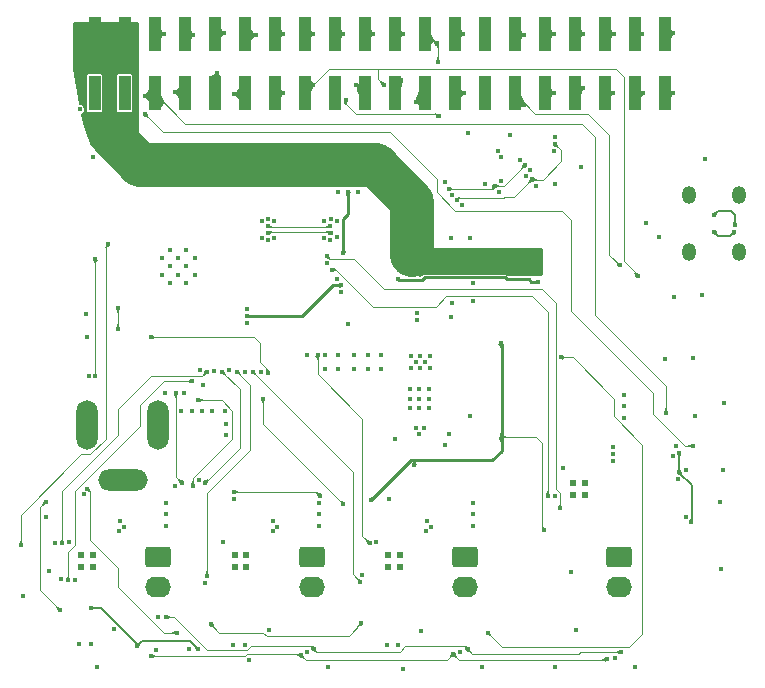
<source format=gbr>
%TF.GenerationSoftware,KiCad,Pcbnew,8.0.6*%
%TF.CreationDate,2024-10-16T15:49:25-04:00*%
%TF.ProjectId,motorgo_plink,6d6f746f-7267-46f5-9f70-6c696e6b2e6b,rev?*%
%TF.SameCoordinates,Original*%
%TF.FileFunction,Copper,L4,Bot*%
%TF.FilePolarity,Positive*%
%FSLAX46Y46*%
G04 Gerber Fmt 4.6, Leading zero omitted, Abs format (unit mm)*
G04 Created by KiCad (PCBNEW 8.0.6) date 2024-10-16 15:49:25*
%MOMM*%
%LPD*%
G01*
G04 APERTURE LIST*
G04 Aperture macros list*
%AMRoundRect*
0 Rectangle with rounded corners*
0 $1 Rounding radius*
0 $2 $3 $4 $5 $6 $7 $8 $9 X,Y pos of 4 corners*
0 Add a 4 corners polygon primitive as box body*
4,1,4,$2,$3,$4,$5,$6,$7,$8,$9,$2,$3,0*
0 Add four circle primitives for the rounded corners*
1,1,$1+$1,$2,$3*
1,1,$1+$1,$4,$5*
1,1,$1+$1,$6,$7*
1,1,$1+$1,$8,$9*
0 Add four rect primitives between the rounded corners*
20,1,$1+$1,$2,$3,$4,$5,0*
20,1,$1+$1,$4,$5,$6,$7,0*
20,1,$1+$1,$6,$7,$8,$9,0*
20,1,$1+$1,$8,$9,$2,$3,0*%
G04 Aperture macros list end*
%TA.AperFunction,ComponentPad*%
%ADD10C,0.610000*%
%TD*%
%TA.AperFunction,ComponentPad*%
%ADD11RoundRect,0.250000X-0.845000X0.620000X-0.845000X-0.620000X0.845000X-0.620000X0.845000X0.620000X0*%
%TD*%
%TA.AperFunction,ComponentPad*%
%ADD12O,2.190000X1.740000*%
%TD*%
%TA.AperFunction,ComponentPad*%
%ADD13O,1.200000X1.500000*%
%TD*%
%TA.AperFunction,ComponentPad*%
%ADD14O,1.800000X4.200000*%
%TD*%
%TA.AperFunction,ComponentPad*%
%ADD15O,4.200000X1.800000*%
%TD*%
%TA.AperFunction,SMDPad,CuDef*%
%ADD16R,1.000000X3.000000*%
%TD*%
%TA.AperFunction,ViaPad*%
%ADD17C,0.400000*%
%TD*%
%TA.AperFunction,Conductor*%
%ADD18C,0.120000*%
%TD*%
%TA.AperFunction,Conductor*%
%ADD19C,0.250000*%
%TD*%
%TA.AperFunction,Conductor*%
%ADD20C,3.750000*%
%TD*%
%TA.AperFunction,Conductor*%
%ADD21C,0.160000*%
%TD*%
%TA.AperFunction,Conductor*%
%ADD22C,0.180000*%
%TD*%
G04 APERTURE END LIST*
D10*
%TO.P,U4,17,EP*%
%TO.N,GND*%
X116973500Y-105650000D03*
X116973500Y-106650000D03*
X117973500Y-105650000D03*
X117973500Y-106650000D03*
%TD*%
D11*
%TO.P,J22,1,Pin_1*%
%TO.N,/motor_controls4/motor_out1*%
X162530000Y-105810000D03*
D12*
%TO.P,J22,2,Pin_2*%
%TO.N,/motor_controls4/motor_out2*%
X162530000Y-108350000D03*
%TD*%
D11*
%TO.P,J8,1,Pin_1*%
%TO.N,/motor_controls1/motor_out1*%
X123530000Y-105810000D03*
D12*
%TO.P,J8,2,Pin_2*%
%TO.N,/motor_controls1/motor_out2*%
X123530000Y-108350000D03*
%TD*%
D13*
%TO.P,J1,1,SHELL_GND*%
%TO.N,GND*%
X168425315Y-79942881D03*
%TO.P,J1,2,SHELL_GND*%
X172725315Y-79942881D03*
%TO.P,J1,3,SHELL_GND*%
X168425315Y-75142881D03*
%TO.P,J1,4,SHELL_GND*%
X172725315Y-75142881D03*
%TD*%
D10*
%TO.P,U9,17,EP*%
%TO.N,GND*%
X158673500Y-99525000D03*
X158673500Y-100525000D03*
X159673500Y-99525000D03*
X159673500Y-100525000D03*
%TD*%
%TO.P,U3,17,EP*%
%TO.N,GND*%
X129973500Y-105650000D03*
X129973500Y-106650000D03*
X130973500Y-105650000D03*
X130973500Y-106650000D03*
%TD*%
D11*
%TO.P,J6,1,Pin_1*%
%TO.N,/motor_controls2/motor_out1*%
X136530000Y-105810000D03*
D12*
%TO.P,J6,2,Pin_2*%
%TO.N,/motor_controls2/motor_out2*%
X136530000Y-108350000D03*
%TD*%
D10*
%TO.P,U5,17,EP*%
%TO.N,GND*%
X142973500Y-105650000D03*
X142973500Y-106650000D03*
X143973500Y-105650000D03*
X143973500Y-106650000D03*
%TD*%
D11*
%TO.P,J10,1,Pin_1*%
%TO.N,/motor_controls3/motor_out1*%
X149530000Y-105810000D03*
D12*
%TO.P,J10,2,Pin_2*%
%TO.N,/motor_controls3/motor_out2*%
X149530000Y-108350000D03*
%TD*%
D14*
%TO.P,J11,1,+*%
%TO.N,+BATT*%
X123500000Y-94613500D03*
%TO.P,J11,2,-*%
%TO.N,GND*%
X117500000Y-94613500D03*
D15*
%TO.P,J11,3*%
%TO.N,N/C*%
X120500000Y-99313500D03*
%TD*%
D16*
%TO.P,J7,1,Pin_1*%
%TO.N,unconnected-(J7-Pin_1-Pad1)*%
X118120000Y-66540000D03*
%TO.P,J7,2,Pin_2*%
%TO.N,+5V*%
X118120000Y-61500000D03*
%TO.P,J7,3,Pin_3*%
%TO.N,sda*%
X120660000Y-66540000D03*
%TO.P,J7,4,Pin_4*%
%TO.N,+5V*%
X120660000Y-61500000D03*
%TO.P,J7,5,Pin_5*%
%TO.N,scl*%
X123200000Y-66540000D03*
%TO.P,J7,6,Pin_6*%
%TO.N,GND*%
X123200000Y-61500000D03*
%TO.P,J7,7,Pin_7*%
%TO.N,gpio44*%
X125740000Y-66540000D03*
%TO.P,J7,8,Pin_8*%
%TO.N,gpio43*%
X125740000Y-61500000D03*
%TO.P,J7,9,Pin_9*%
%TO.N,GND*%
X128280000Y-66540000D03*
%TO.P,J7,10,Pin_10*%
%TO.N,gpio42*%
X128280000Y-61500000D03*
%TO.P,J7,11,Pin_11*%
%TO.N,gpio39*%
X130820000Y-66540000D03*
%TO.P,J7,12,Pin_12*%
%TO.N,gpio41*%
X130820000Y-61500000D03*
%TO.P,J7,13,Pin_13*%
%TO.N,gpio37*%
X133360000Y-66540000D03*
%TO.P,J7,14,Pin_14*%
%TO.N,GND*%
X133360000Y-61500000D03*
%TO.P,J7,15,Pin_15*%
%TO.N,reset*%
X135900000Y-66540000D03*
%TO.P,J7,16,Pin_16*%
%TO.N,gpio40*%
X135900000Y-61500000D03*
%TO.P,J7,17,Pin_17*%
%TO.N,unconnected-(J7-Pin_17-Pad17)*%
X138440000Y-66540000D03*
%TO.P,J7,18,Pin_18*%
%TO.N,gpio38*%
X138440000Y-61500000D03*
%TO.P,J7,19,Pin_19*%
%TO.N,gpio35*%
X140980000Y-66540000D03*
%TO.P,J7,20,Pin_20*%
%TO.N,GND*%
X140980000Y-61500000D03*
%TO.P,J7,21,Pin_21*%
%TO.N,gpio48*%
X143520000Y-66540000D03*
%TO.P,J7,22,Pin_22*%
%TO.N,gpio36*%
X143520000Y-61500000D03*
%TO.P,J7,23,Pin_23*%
%TO.N,gpio47*%
X146060000Y-66540000D03*
%TO.P,J7,24,Pin_24*%
%TO.N,gpio21*%
X146060000Y-61500000D03*
%TO.P,J7,25,Pin_25*%
%TO.N,GND*%
X148600000Y-66540000D03*
%TO.P,J7,26,Pin_26*%
%TO.N,p26*%
X148600000Y-61500000D03*
%TO.P,J7,27,Pin_27*%
%TO.N,unconnected-(J7-Pin_27-Pad27)*%
X151140000Y-66540000D03*
%TO.P,J7,28,Pin_28*%
%TO.N,unconnected-(J7-Pin_28-Pad28)*%
X151140000Y-61500000D03*
%TO.P,J7,29,Pin_29*%
%TO.N,boot*%
X153680000Y-66540000D03*
%TO.P,J7,30,Pin_30*%
%TO.N,GND*%
X153680000Y-61500000D03*
%TO.P,J7,31,Pin_31*%
%TO.N,p31*%
X156220000Y-66540000D03*
%TO.P,J7,32,Pin_32*%
%TO.N,p32*%
X156220000Y-61500000D03*
%TO.P,J7,33,Pin_33*%
%TO.N,p33*%
X158760000Y-66540000D03*
%TO.P,J7,34,Pin_34*%
%TO.N,GND*%
X158760000Y-61500000D03*
%TO.P,J7,35,Pin_35*%
%TO.N,p35*%
X161300000Y-66540000D03*
%TO.P,J7,36,Pin_36*%
%TO.N,p36*%
X161300000Y-61500000D03*
%TO.P,J7,37,Pin_37*%
%TO.N,p37*%
X163840000Y-66540000D03*
%TO.P,J7,38,Pin_38*%
%TO.N,p38*%
X163840000Y-61500000D03*
%TO.P,J7,39,Pin_39*%
%TO.N,GND*%
X166380000Y-66540000D03*
%TO.P,J7,40,Pin_40*%
%TO.N,p40*%
X166380000Y-61500000D03*
%TD*%
D17*
%TO.N,GND*%
X131200000Y-114500000D03*
X139600000Y-86100000D03*
X141994512Y-104500000D03*
X138700000Y-88700000D03*
X155461479Y-74364610D03*
X149075734Y-113824266D03*
X140726379Y-107307789D03*
X158475000Y-107025000D03*
X162000000Y-97100000D03*
X127250000Y-93450000D03*
X137154085Y-103192470D03*
X124100000Y-91900000D03*
X145300000Y-89300000D03*
X163900000Y-115100000D03*
X133250000Y-102725000D03*
X144800000Y-91600000D03*
X136136658Y-113831670D03*
X162000000Y-97700000D03*
X137774732Y-80925271D03*
X136100000Y-88700000D03*
X162169686Y-114320000D03*
X145800000Y-112075000D03*
X140050000Y-88700000D03*
X150200000Y-82600000D03*
X124154085Y-101242470D03*
X126934312Y-99299999D03*
X138612036Y-78668763D03*
X167092849Y-97227162D03*
X138104815Y-77155056D03*
X157100000Y-100600000D03*
X157100000Y-70254541D03*
X152250000Y-71450000D03*
X130900000Y-90100000D03*
X127460000Y-107975414D03*
X132875000Y-112000000D03*
X115310000Y-107700000D03*
X152400000Y-74900000D03*
X146500000Y-89800000D03*
X145300000Y-94900000D03*
X145600000Y-93200000D03*
X146400000Y-91600000D03*
X169785069Y-72126553D03*
X132285814Y-78753627D03*
X157800000Y-98300000D03*
X132200000Y-90100000D03*
X144800000Y-92400000D03*
X114790253Y-104590253D03*
X137586047Y-77383625D03*
X150200000Y-84100000D03*
X143825000Y-113275000D03*
X150154085Y-101242470D03*
X126600000Y-80500000D03*
X168925000Y-93825000D03*
X141300000Y-88700000D03*
X146000000Y-94900000D03*
X124500000Y-81200000D03*
X145700000Y-89800000D03*
X167100000Y-66500000D03*
X133320970Y-77383625D03*
X125900000Y-82600000D03*
X150154085Y-102192470D03*
X162950000Y-92100000D03*
X131002313Y-84800000D03*
X148300000Y-78800000D03*
X164810951Y-77497941D03*
X153300000Y-70100000D03*
X166400000Y-89000000D03*
X146100000Y-89300000D03*
X144800000Y-93200000D03*
X151200000Y-74220906D03*
X124500000Y-82600000D03*
X159500000Y-61500000D03*
X140400000Y-74900000D03*
X132814490Y-77169199D03*
X140050000Y-89900000D03*
X169575000Y-83650000D03*
X152532974Y-71921623D03*
X137850000Y-115150000D03*
X145400000Y-85100000D03*
X129825000Y-113225000D03*
X150154085Y-103192470D03*
X114000000Y-102400000D03*
X127012466Y-90003390D03*
X115990000Y-104500000D03*
X124154085Y-102192470D03*
X145400000Y-85700000D03*
X162950000Y-94050000D03*
X145700000Y-88800000D03*
X165900000Y-78700000D03*
X148300000Y-85500000D03*
X146250000Y-102725000D03*
X137600000Y-89900000D03*
X141700000Y-61500000D03*
X127300000Y-91200000D03*
X125900000Y-81200000D03*
X146212887Y-103625000D03*
X117825000Y-113150000D03*
X125700000Y-91900000D03*
X157003007Y-71450781D03*
X154639263Y-73530813D03*
X162000000Y-96500000D03*
X146400000Y-92400000D03*
X154172182Y-72164313D03*
X133600000Y-103225000D03*
X137154085Y-102192470D03*
X159300000Y-72800000D03*
X134100000Y-61500000D03*
X146500000Y-88800000D03*
X142850000Y-113275000D03*
X138067242Y-78953978D03*
X123300000Y-113700000D03*
X125900000Y-79800000D03*
X171400000Y-92800000D03*
X129250000Y-95500000D03*
X139000000Y-83400003D03*
X148100000Y-95400000D03*
X137536516Y-78753627D03*
X167150000Y-83800000D03*
X131000000Y-86000000D03*
X137600000Y-88700000D03*
X146400000Y-93200000D03*
X133305484Y-78753627D03*
X120600000Y-103225000D03*
X128100000Y-93450000D03*
X116505016Y-107747946D03*
X116825000Y-113125000D03*
X129150000Y-93450000D03*
X124500000Y-79800000D03*
X126600000Y-81900000D03*
X168800000Y-88975000D03*
X138691301Y-82275000D03*
X155021419Y-73009690D03*
X123500000Y-110900000D03*
X129500000Y-90000000D03*
X126128768Y-113571232D03*
X124000000Y-61500000D03*
X149700000Y-69900000D03*
X128500000Y-64800000D03*
X124969791Y-99780857D03*
X124154085Y-103192470D03*
X143600000Y-95800000D03*
X129900000Y-100900000D03*
X158850000Y-112000000D03*
X138700000Y-74900000D03*
X149900000Y-93900000D03*
X118000000Y-71900000D03*
X128994512Y-104500000D03*
X129250000Y-94550000D03*
X171100000Y-101100000D03*
X146600000Y-103225000D03*
X171200000Y-106800000D03*
X162950000Y-93050000D03*
X114250000Y-107000000D03*
X130825000Y-113250000D03*
X123800000Y-80500000D03*
X145600000Y-91600000D03*
X117240000Y-100498887D03*
X150900000Y-115100000D03*
X154500000Y-61600000D03*
X171300000Y-98400000D03*
X147831670Y-74063342D03*
X133212887Y-103625000D03*
X144200000Y-115300000D03*
X125220000Y-81900000D03*
X128197987Y-90032478D03*
X117500000Y-87200000D03*
X144900000Y-89800000D03*
X149900000Y-78800000D03*
X167504866Y-99208688D03*
X138618936Y-77383625D03*
X125450000Y-93450000D03*
X137154085Y-101242470D03*
X120250000Y-102725000D03*
X157100000Y-74200000D03*
X132799317Y-78968792D03*
X168166648Y-102421041D03*
X167373076Y-96373102D03*
X145600000Y-92400000D03*
X149224833Y-76016794D03*
X147820000Y-96280000D03*
X143050000Y-100925000D03*
X144900000Y-88800000D03*
X157150000Y-115100000D03*
X119783893Y-111887845D03*
X125200000Y-80500000D03*
X142350000Y-88700000D03*
X148400000Y-84300000D03*
X118300000Y-115100000D03*
X132266600Y-77383625D03*
X145600000Y-95362717D03*
X142400000Y-89850000D03*
X120212887Y-103625000D03*
X168206694Y-98452914D03*
X126350000Y-93450000D03*
X117649997Y-90500000D03*
X149400000Y-66500000D03*
X152525734Y-73927943D03*
X141300000Y-89850000D03*
X148408699Y-75140906D03*
X123800000Y-81900000D03*
X138700000Y-89900000D03*
%TO.N,usb_d+*%
X138100667Y-78354907D03*
X132800842Y-78368791D03*
%TO.N,usb_d-*%
X138093380Y-77754949D03*
X132793495Y-77768834D03*
%TO.N,+5V*%
X117400000Y-62000000D03*
X152500000Y-80600000D03*
X119400000Y-60800000D03*
X156200000Y-103500000D03*
X121400000Y-63900000D03*
X120100000Y-64400000D03*
X118800000Y-64400000D03*
X128000000Y-111500000D03*
X141500000Y-101000000D03*
X153200000Y-81800000D03*
X155897260Y-80691105D03*
X115200000Y-110300000D03*
X114000000Y-101100000D03*
X140700000Y-111400000D03*
X145200000Y-98000000D03*
X121400000Y-62000000D03*
X150900000Y-80600000D03*
X152500000Y-87700000D03*
X117600000Y-63900000D03*
X119400000Y-63300000D03*
X137200000Y-100600000D03*
X129900000Y-100300000D03*
X154900000Y-81700000D03*
X154038588Y-80627412D03*
X152600000Y-95700000D03*
%TO.N,+3.3V*%
X155700000Y-82500000D03*
X117400000Y-85200000D03*
X147255901Y-68481661D03*
X143800000Y-82300000D03*
X167625000Y-98600000D03*
X112100000Y-109100000D03*
X121700000Y-113340000D03*
X167625000Y-96950000D03*
X131000000Y-85400000D03*
X139000000Y-82800000D03*
X168618312Y-102816013D03*
X139600000Y-74900000D03*
X126900000Y-113600000D03*
X139200000Y-80100000D03*
X116900000Y-67900000D03*
X117803552Y-110103552D03*
X139400000Y-67100000D03*
%TO.N,boot*%
X162600000Y-81100000D03*
X154500000Y-67500000D03*
%TO.N,reset*%
X120100000Y-86500000D03*
X164100000Y-82000000D03*
X120100000Y-84700000D03*
X142600000Y-65800000D03*
X136600000Y-65807022D03*
%TO.N,/connectors.enc_scl*%
X126435014Y-99772864D03*
X162700000Y-113860000D03*
X149700000Y-113600000D03*
X124200000Y-110900000D03*
X126900000Y-92500000D03*
X136673317Y-113563342D03*
%TO.N,/connectors.enc_sda*%
X161500000Y-114475000D03*
X148500000Y-114000000D03*
X122900000Y-114200000D03*
X125000000Y-91900000D03*
X135600000Y-114100000D03*
X125500000Y-99500000D03*
%TO.N,/connectors.enc1.cs*%
X125100000Y-112200000D03*
X117500000Y-100000000D03*
%TO.N,/connectors.enc2.cs*%
X122900000Y-87200000D03*
X132800000Y-90200000D03*
X132400000Y-92400000D03*
X139200000Y-101300000D03*
%TO.N,/connectors.enc3.cs*%
X151400000Y-112200000D03*
X157600000Y-88900000D03*
%TO.N,gpio47*%
X145300000Y-67300000D03*
%TO.N,gpio38*%
X139200000Y-61500000D03*
%TO.N,gpio36*%
X144200000Y-61500000D03*
%TO.N,gpio37*%
X134100000Y-66500000D03*
%TO.N,sda*%
X122397035Y-68301177D03*
X168800000Y-96400000D03*
X120654890Y-66512132D03*
%TO.N,scl*%
X122400000Y-66800000D03*
X166500000Y-93600000D03*
%TO.N,gpio48*%
X144100000Y-65400000D03*
%TO.N,gpio35*%
X140300000Y-65800000D03*
%TO.N,m3_PH*%
X141406414Y-104618925D03*
X137000000Y-88700000D03*
%TO.N,m4_EN*%
X156500000Y-100600000D03*
X138200000Y-81500000D03*
%TO.N,m1_EN*%
X127602975Y-90109702D03*
X115404867Y-104639240D03*
%TO.N,m1_PH*%
X126400000Y-90923390D03*
X115906245Y-107786366D03*
%TO.N,m2_EN*%
X127500000Y-99500000D03*
X128909023Y-90103680D03*
%TO.N,m2_PH*%
X127630000Y-107400000D03*
X130200000Y-90101080D03*
%TO.N,m3_EN*%
X131500000Y-90100000D03*
X140630000Y-107900000D03*
%TO.N,m4_PH*%
X157500000Y-101655002D03*
X137800000Y-80300000D03*
%TO.N,gpio39*%
X129900000Y-66600000D03*
%TO.N,gpio40*%
X136600000Y-61500000D03*
%TO.N,gpio41*%
X131800000Y-61600000D03*
%TO.N,gpio42*%
X129100000Y-61400000D03*
%TO.N,gpio44*%
X111900000Y-104800000D03*
X124900000Y-66400000D03*
X119300000Y-79300000D03*
%TO.N,gpio43*%
X118200000Y-90500000D03*
X126500000Y-61600000D03*
X118200000Y-80600000D03*
%TO.N,Net-(J1-DP1)*%
X172275317Y-78300000D03*
X170600000Y-78300000D03*
%TO.N,Net-(J1-DN1)*%
X172310001Y-77678057D03*
X170600000Y-76800000D03*
%TO.N,p26*%
X149300000Y-61500000D03*
%TO.N,p31*%
X157000000Y-66500000D03*
%TO.N,p32*%
X157000000Y-61500000D03*
%TO.N,p33*%
X159500000Y-66100000D03*
%TO.N,p35*%
X162000000Y-66500000D03*
%TO.N,p36*%
X162100000Y-61500000D03*
%TO.N,p37*%
X164600000Y-66500000D03*
%TO.N,p38*%
X164500000Y-61500000D03*
%TO.N,p40*%
X167127868Y-61472132D03*
%TO.N,/i2c_1.sda*%
X148786694Y-75606870D03*
X157100000Y-70854544D03*
X155172249Y-73827898D03*
%TO.N,/i2c_1.scl*%
X148100000Y-74600000D03*
X154543042Y-72642826D03*
X152000000Y-74400000D03*
%TO.N,gpio21*%
X147200000Y-63900000D03*
X147100000Y-62300000D03*
%TD*%
D18*
%TO.N,GND*%
X159479374Y-61479374D02*
X159500000Y-61500000D01*
X153680000Y-61500000D02*
X154400000Y-61500000D01*
X158748980Y-61479374D02*
X159479374Y-61479374D01*
X166368980Y-66519374D02*
X167080626Y-66519374D01*
X148608354Y-66500000D02*
X148588980Y-66519374D01*
X140968980Y-61479374D02*
X141679374Y-61479374D01*
X124000000Y-61500000D02*
X123200000Y-61500000D01*
X128500000Y-66288354D02*
X128268980Y-66519374D01*
X134079374Y-61479374D02*
X134100000Y-61500000D01*
X154400000Y-61500000D02*
X154500000Y-61600000D01*
X167080626Y-66519374D02*
X167100000Y-66500000D01*
X128500000Y-64800000D02*
X128500000Y-66288354D01*
X133348980Y-61479374D02*
X134079374Y-61479374D01*
X149400000Y-66500000D02*
X148608354Y-66500000D01*
X141679374Y-61479374D02*
X141700000Y-61500000D01*
%TO.N,usb_d+*%
X138039387Y-78293627D02*
X138100667Y-78354907D01*
X138025001Y-78293627D02*
X138039387Y-78293627D01*
X132800842Y-78345390D02*
X132852605Y-78293627D01*
X132800842Y-78368791D02*
X132800842Y-78345390D01*
X132852605Y-78293627D02*
X138025001Y-78293627D01*
%TO.N,usb_d-*%
X132793495Y-77768834D02*
X132793495Y-77784515D01*
X138025001Y-77823328D02*
X138025001Y-77843625D01*
X132793495Y-77784515D02*
X132852605Y-77843625D01*
X138093380Y-77754949D02*
X138025001Y-77823328D01*
X132852605Y-77843625D02*
X138025001Y-77843625D01*
D19*
%TO.N,+5V*%
X152600000Y-95700000D02*
X152600000Y-96800000D01*
X152500000Y-87700000D02*
X152600000Y-87800000D01*
D18*
X120660000Y-61500000D02*
X120900000Y-61500000D01*
X136900000Y-100300000D02*
X137200000Y-100600000D01*
X117588354Y-62000000D02*
X118108980Y-61479374D01*
X155500000Y-95600000D02*
X152700000Y-95600000D01*
X114000000Y-101100000D02*
X113500000Y-101600000D01*
D19*
X145200000Y-98000000D02*
X145200000Y-97600000D01*
D18*
X139640000Y-112460000D02*
X132684461Y-112460000D01*
D20*
X122000000Y-72600000D02*
X139732664Y-72600000D01*
D18*
X132684461Y-112460000D02*
X132424461Y-112200000D01*
D20*
X145000000Y-75700000D02*
X145000000Y-80200000D01*
D18*
X132424461Y-112200000D02*
X128700000Y-112200000D01*
X120900000Y-61500000D02*
X121400000Y-62000000D01*
D19*
X147600000Y-97600000D02*
X148600000Y-97600000D01*
X145200000Y-97600000D02*
X147600000Y-97600000D01*
D18*
X128700000Y-112200000D02*
X128000000Y-111500000D01*
X113500000Y-108600000D02*
X115200000Y-110300000D01*
D20*
X119500000Y-70100000D02*
X122000000Y-72600000D01*
D18*
X140700000Y-111400000D02*
X139640000Y-112460000D01*
D20*
X139732664Y-72600000D02*
X139757664Y-72625000D01*
D18*
X152700000Y-95600000D02*
X152600000Y-95700000D01*
D20*
X141925000Y-72625000D02*
X145000000Y-75700000D01*
D18*
X117400000Y-62000000D02*
X117588354Y-62000000D01*
D20*
X139757664Y-72625000D02*
X141925000Y-72625000D01*
D18*
X156200000Y-103500000D02*
X156040000Y-103340000D01*
D19*
X147600000Y-97600000D02*
X144900000Y-97600000D01*
D18*
X156040000Y-96140000D02*
X155500000Y-95600000D01*
X113500000Y-101600000D02*
X113500000Y-108600000D01*
D19*
X152600000Y-87800000D02*
X152600000Y-95700000D01*
D18*
X129900000Y-100300000D02*
X136900000Y-100300000D01*
D19*
X152600000Y-96800000D02*
X151800000Y-97600000D01*
X144900000Y-97600000D02*
X141500000Y-101000000D01*
X151800000Y-97600000D02*
X148600000Y-97600000D01*
D18*
X156040000Y-103340000D02*
X156040000Y-96140000D01*
D21*
%TO.N,+3.3V*%
X168700000Y-99725000D02*
X167625000Y-98650000D01*
D18*
X140220000Y-68300000D02*
X139400000Y-67480000D01*
D19*
X155100000Y-82500000D02*
X154875000Y-82275000D01*
D21*
X168700000Y-102734325D02*
X168700000Y-99725000D01*
D19*
X146073133Y-82125000D02*
X145878133Y-82320000D01*
X139200000Y-80100000D02*
X139200000Y-77142463D01*
D18*
X147255901Y-68481661D02*
X147074240Y-68300000D01*
D19*
X153003248Y-82275000D02*
X152853248Y-82125000D01*
X135700000Y-85400000D02*
X138300000Y-82800000D01*
D21*
X121700000Y-113340000D02*
X122127155Y-112912845D01*
X117803552Y-110103552D02*
X118678423Y-110103552D01*
D18*
X147074240Y-68300000D02*
X140220000Y-68300000D01*
D21*
X167625000Y-96950000D02*
X167625000Y-98600000D01*
D19*
X138300000Y-82800000D02*
X139000000Y-82800000D01*
D21*
X168618312Y-102816013D02*
X168700000Y-102734325D01*
D18*
X139400000Y-67480000D02*
X139400000Y-67100000D01*
D19*
X139200000Y-77142463D02*
X139600000Y-76742463D01*
X143820000Y-82320000D02*
X143800000Y-82300000D01*
X131000000Y-85400000D02*
X135700000Y-85400000D01*
D21*
X126212845Y-112912845D02*
X126900000Y-113600000D01*
D19*
X152853248Y-82125000D02*
X146073133Y-82125000D01*
D21*
X167625000Y-98650000D02*
X167625000Y-98600000D01*
X118678423Y-110103552D02*
X121700000Y-113125129D01*
X122127155Y-112912845D02*
X126212845Y-112912845D01*
D19*
X145878133Y-82320000D02*
X143820000Y-82320000D01*
D21*
X121700000Y-113125129D02*
X121700000Y-113340000D01*
D19*
X154875000Y-82275000D02*
X153003248Y-82275000D01*
X139600000Y-76742463D02*
X139600000Y-74900000D01*
X155700000Y-82500000D02*
X155100000Y-82500000D01*
D18*
%TO.N,boot*%
X161700000Y-80200000D02*
X161700000Y-70100000D01*
X155440000Y-68300000D02*
X153680000Y-66540000D01*
D22*
X154500000Y-67500000D02*
X153668980Y-66668980D01*
D18*
X161700000Y-70100000D02*
X159900000Y-68300000D01*
X162600000Y-81100000D02*
X161700000Y-80200000D01*
D22*
X153668980Y-66668980D02*
X153668980Y-66519374D01*
D18*
X159900000Y-68300000D02*
X155440000Y-68300000D01*
%TO.N,reset*%
X164100000Y-81949461D02*
X162920000Y-80769461D01*
X142100000Y-64500000D02*
X137940000Y-64500000D01*
X142100000Y-64500000D02*
X142100000Y-65300000D01*
X142100000Y-65300000D02*
X142600000Y-65800000D01*
X120100000Y-84700000D02*
X120100000Y-86500000D01*
X162920000Y-80769461D02*
X162920000Y-65187452D01*
X162232548Y-64500000D02*
X142100000Y-64500000D01*
X137940000Y-64500000D02*
X135900000Y-66540000D01*
X162920000Y-65187452D02*
X162232548Y-64500000D01*
X164100000Y-82000000D02*
X164100000Y-81949461D01*
%TO.N,/connectors.enc_scl*%
X126900000Y-92500000D02*
X128900000Y-92500000D01*
X131015539Y-113710000D02*
X131353869Y-113371670D01*
X124850539Y-110900000D02*
X127660539Y-113710000D01*
X128900000Y-92500000D02*
X129800000Y-93400000D01*
X144386273Y-113364266D02*
X149464266Y-113364266D01*
X149464266Y-113364266D02*
X149700000Y-113600000D01*
X136909975Y-113800000D02*
X143950539Y-113800000D01*
X131353869Y-113371670D02*
X136481645Y-113371670D01*
X136673317Y-113563342D02*
X136909975Y-113800000D01*
X143950539Y-113800000D02*
X144386273Y-113364266D01*
X159240000Y-113860000D02*
X159100000Y-114000000D01*
X162700000Y-113860000D02*
X159240000Y-113860000D01*
X136481645Y-113371670D02*
X136673317Y-113563342D01*
X129800000Y-93400000D02*
X129800000Y-95783772D01*
X126435014Y-99148758D02*
X126435014Y-99772864D01*
X150100000Y-114000000D02*
X149700000Y-113600000D01*
X159100000Y-114000000D02*
X150100000Y-114000000D01*
X129800000Y-95783772D02*
X126435014Y-99148758D01*
X127660539Y-113710000D02*
X131015539Y-113710000D01*
X124200000Y-110900000D02*
X124850539Y-110900000D01*
%TO.N,/connectors.enc_sda*%
X161500000Y-114475000D02*
X161475000Y-114500000D01*
X124990000Y-91910000D02*
X125000000Y-91900000D01*
X130849461Y-114200000D02*
X131009461Y-114040000D01*
X135540000Y-114040000D02*
X135600000Y-114100000D01*
X161475000Y-114500000D02*
X149000000Y-114500000D01*
X131009461Y-114040000D02*
X135540000Y-114040000D01*
X135600000Y-114100000D02*
X136000000Y-114500000D01*
X148000000Y-114500000D02*
X148500000Y-114000000D01*
X124990000Y-98990000D02*
X124990000Y-91910000D01*
X136000000Y-114500000D02*
X148000000Y-114500000D01*
X149000000Y-114500000D02*
X148500000Y-114000000D01*
X125500000Y-99500000D02*
X124990000Y-98990000D01*
X122900000Y-114200000D02*
X130849461Y-114200000D01*
%TO.N,/connectors.enc1.cs*%
X120100000Y-106743061D02*
X120100000Y-108300000D01*
X117500000Y-100000000D02*
X117700000Y-100200000D01*
X120100000Y-108300000D02*
X124000000Y-112200000D01*
X124000000Y-112200000D02*
X125100000Y-112200000D01*
X117700000Y-104343061D02*
X120100000Y-106743061D01*
X117700000Y-100200000D02*
X117700000Y-104343061D01*
%TO.N,/connectors.enc2.cs*%
X132800000Y-90000000D02*
X132100000Y-89300000D01*
X132400000Y-94500000D02*
X132400000Y-92400000D01*
X131600000Y-87200000D02*
X122900000Y-87200000D01*
X132100000Y-89300000D02*
X132100000Y-87700000D01*
X139200000Y-101300000D02*
X132400000Y-94500000D01*
X132100000Y-87700000D02*
X131600000Y-87200000D01*
X132800000Y-90200000D02*
X132800000Y-90000000D01*
%TO.N,/connectors.enc3.cs*%
X164500000Y-96278823D02*
X162100000Y-93878823D01*
X152600000Y-113400000D02*
X163400000Y-113400000D01*
X158600000Y-88900000D02*
X157600000Y-88900000D01*
X162100000Y-92400000D02*
X158600000Y-88900000D01*
X164500000Y-112300000D02*
X164500000Y-96278823D01*
X163400000Y-113400000D02*
X164500000Y-112300000D01*
X162100000Y-93878823D02*
X162100000Y-92400000D01*
X151400000Y-112200000D02*
X152600000Y-113400000D01*
%TO.N,gpio47*%
X145300000Y-67300000D02*
X146060000Y-66540000D01*
%TO.N,gpio38*%
X139200000Y-61500000D02*
X138440000Y-61500000D01*
%TO.N,gpio36*%
X144200000Y-61500000D02*
X143520000Y-61500000D01*
%TO.N,gpio37*%
X134100000Y-66500000D02*
X133400000Y-66500000D01*
X133400000Y-66500000D02*
X133360000Y-66540000D01*
%TO.N,sda*%
X157676794Y-76476794D02*
X158500000Y-77300000D01*
X165440000Y-91940000D02*
X165440000Y-93690539D01*
X143100000Y-69800000D02*
X147100000Y-73800000D01*
X165440000Y-93690539D02*
X168149461Y-96400000D01*
X148676794Y-76476794D02*
X157676794Y-76476794D01*
X147100000Y-74900000D02*
X148676794Y-76476794D01*
X120660000Y-66517242D02*
X120654890Y-66512132D01*
X122397035Y-68301177D02*
X123895858Y-69800000D01*
X158500000Y-85000000D02*
X165440000Y-91940000D01*
X123895858Y-69800000D02*
X143100000Y-69800000D01*
X147100000Y-73800000D02*
X147100000Y-74900000D01*
X168149461Y-96400000D02*
X168800000Y-96400000D01*
X120660000Y-66540000D02*
X120660000Y-66517242D01*
X158500000Y-77300000D02*
X158500000Y-85000000D01*
%TO.N,scl*%
X122400000Y-66800000D02*
X122940000Y-66800000D01*
X159400000Y-69100000D02*
X125760000Y-69100000D01*
X160500000Y-85300000D02*
X160500000Y-70200000D01*
X125760000Y-69100000D02*
X123200000Y-66540000D01*
X166500000Y-91300000D02*
X160500000Y-85300000D01*
X160500000Y-70200000D02*
X159400000Y-69100000D01*
X166500000Y-93600000D02*
X166500000Y-91300000D01*
X122940000Y-66800000D02*
X123188980Y-66551020D01*
X123188980Y-66551020D02*
X123188980Y-66519374D01*
%TO.N,gpio48*%
X144100000Y-65960000D02*
X143520000Y-66540000D01*
X144100000Y-65400000D02*
X144100000Y-65960000D01*
%TO.N,gpio35*%
X140300000Y-65800000D02*
X140300000Y-65860000D01*
X140300000Y-65860000D02*
X140980000Y-66540000D01*
%TO.N,m3_PH*%
X140800000Y-94100000D02*
X137000000Y-90300000D01*
X141406414Y-104618925D02*
X140800000Y-104012511D01*
X140800000Y-104012511D02*
X140800000Y-94100000D01*
X137000000Y-90300000D02*
X137000000Y-88700000D01*
%TO.N,m4_EN*%
X155170000Y-83690000D02*
X156500000Y-85020000D01*
X138200000Y-81500000D02*
X138566840Y-81500000D01*
X141666840Y-84600000D02*
X147000000Y-84600000D01*
X147910000Y-83690000D02*
X155170000Y-83690000D01*
X156500000Y-85020000D02*
X156500000Y-100600000D01*
X138566840Y-81500000D02*
X141666840Y-84600000D01*
X147000000Y-84600000D02*
X147910000Y-83690000D01*
%TO.N,m1_EN*%
X127249287Y-90463390D02*
X122936610Y-90463390D01*
X122936610Y-90463390D02*
X120100000Y-93300000D01*
X120100000Y-95500000D02*
X115404867Y-100195133D01*
X127602975Y-90109702D02*
X127249287Y-90463390D01*
X120100000Y-93300000D02*
X120100000Y-95500000D01*
X115404867Y-100195133D02*
X115404867Y-104639240D01*
%TO.N,m1_PH*%
X126400000Y-90923390D02*
X123976610Y-90923390D01*
X115906245Y-105353972D02*
X115906245Y-107786366D01*
X122000000Y-94700000D02*
X116450000Y-100250000D01*
X122000000Y-92900000D02*
X122000000Y-94700000D01*
X116450000Y-104810217D02*
X115906245Y-105353972D01*
X116450000Y-100250000D02*
X116450000Y-104810217D01*
X123976610Y-90923390D02*
X122000000Y-92900000D01*
%TO.N,m2_EN*%
X128909023Y-90103680D02*
X130400000Y-91594657D01*
X130400000Y-91594657D02*
X130400000Y-96600000D01*
X130400000Y-96600000D02*
X127500000Y-99500000D01*
%TO.N,m2_PH*%
X131300000Y-96725270D02*
X127630000Y-100395270D01*
X130200000Y-90101080D02*
X131300000Y-91201080D01*
X131300000Y-91201080D02*
X131300000Y-96725270D01*
X127630000Y-100395270D02*
X127630000Y-107400000D01*
%TO.N,m3_EN*%
X140630000Y-107900000D02*
X140000000Y-107270000D01*
X140000000Y-107270000D02*
X140000000Y-98600000D01*
X140000000Y-98600000D02*
X131500000Y-90100000D01*
%TO.N,m4_PH*%
X138100000Y-80600000D02*
X140100000Y-80600000D01*
X156000000Y-83100000D02*
X157190000Y-84290000D01*
X157190000Y-100039461D02*
X157560000Y-100409461D01*
X137800000Y-80300000D02*
X138100000Y-80600000D01*
X157190000Y-84290000D02*
X157190000Y-100039461D01*
X157560000Y-101595002D02*
X157500000Y-101655002D01*
X142600000Y-83100000D02*
X156000000Y-83100000D01*
X140100000Y-80600000D02*
X142600000Y-83100000D01*
X157560000Y-100409461D02*
X157560000Y-101595002D01*
%TO.N,gpio39*%
X129900000Y-66600000D02*
X130760000Y-66600000D01*
X130760000Y-66600000D02*
X130820000Y-66540000D01*
%TO.N,gpio40*%
X136600000Y-61500000D02*
X135900000Y-61500000D01*
%TO.N,gpio41*%
X130920000Y-61600000D02*
X130820000Y-61500000D01*
X131800000Y-61600000D02*
X130920000Y-61600000D01*
%TO.N,gpio42*%
X129100000Y-61400000D02*
X128380000Y-61400000D01*
X128380000Y-61400000D02*
X128280000Y-61500000D01*
%TO.N,gpio44*%
X117000000Y-97100000D02*
X111900000Y-102200000D01*
X117770425Y-97100000D02*
X117000000Y-97100000D01*
X124900000Y-66400000D02*
X125600000Y-66400000D01*
X119100000Y-79500000D02*
X119100000Y-95770425D01*
X125600000Y-66400000D02*
X125740000Y-66540000D01*
X111900000Y-102200000D02*
X111900000Y-104800000D01*
X119100000Y-95770425D02*
X117770425Y-97100000D01*
X119300000Y-79300000D02*
X119100000Y-79500000D01*
%TO.N,gpio43*%
X125840000Y-61600000D02*
X125740000Y-61500000D01*
X126500000Y-61600000D02*
X125840000Y-61600000D01*
X118200000Y-90500000D02*
X118200000Y-80600000D01*
D22*
%TO.N,Net-(J1-DP1)*%
X171950317Y-78600000D02*
X170900000Y-78600000D01*
X170900000Y-78600000D02*
X170600000Y-78300000D01*
X172250317Y-78300000D02*
X171950317Y-78600000D01*
X172275317Y-78300000D02*
X172250317Y-78300000D01*
%TO.N,Net-(J1-DN1)*%
X170900000Y-76500000D02*
X170600000Y-76800000D01*
X172335001Y-77653057D02*
X172335001Y-76835001D01*
X172310001Y-77678057D02*
X172335001Y-77653057D01*
X172335001Y-76835001D02*
X172000000Y-76500000D01*
X172000000Y-76500000D02*
X170900000Y-76500000D01*
D18*
%TO.N,p26*%
X148588980Y-61479374D02*
X149279374Y-61479374D01*
X149279374Y-61479374D02*
X149300000Y-61500000D01*
%TO.N,p31*%
X157000000Y-66500000D02*
X156228354Y-66500000D01*
X156228354Y-66500000D02*
X156208980Y-66519374D01*
%TO.N,p32*%
X156208980Y-61479374D02*
X156979374Y-61479374D01*
X156979374Y-61479374D02*
X157000000Y-61500000D01*
D22*
%TO.N,p33*%
X159500000Y-66100000D02*
X159168354Y-66100000D01*
X159168354Y-66100000D02*
X158748980Y-66519374D01*
D18*
%TO.N,p35*%
X162000000Y-66500000D02*
X161308354Y-66500000D01*
X161308354Y-66500000D02*
X161288980Y-66519374D01*
%TO.N,p36*%
X162079374Y-61479374D02*
X162100000Y-61500000D01*
X161288980Y-61479374D02*
X162079374Y-61479374D01*
%TO.N,p37*%
X164580626Y-66519374D02*
X164600000Y-66500000D01*
X163828980Y-66519374D02*
X164580626Y-66519374D01*
%TO.N,p38*%
X163828980Y-61479374D02*
X164479374Y-61479374D01*
X164479374Y-61479374D02*
X164500000Y-61500000D01*
D22*
%TO.N,p40*%
X166376222Y-61472132D02*
X166368980Y-61479374D01*
X167127868Y-61472132D02*
X166376222Y-61472132D01*
D18*
%TO.N,/i2c_1.sda*%
X152793372Y-75356206D02*
X153643941Y-75356206D01*
X155271693Y-73827898D02*
X155172249Y-73827898D01*
X157600000Y-71354544D02*
X157600000Y-72300000D01*
X156063434Y-73836566D02*
X155280361Y-73836566D01*
X157100000Y-70854544D02*
X157600000Y-71354544D01*
X152749578Y-75400000D02*
X152793372Y-75356206D01*
X153643941Y-75356206D02*
X155172249Y-73827898D01*
X157600000Y-72300000D02*
X156063434Y-73836566D01*
X155280361Y-73836566D02*
X155271693Y-73827898D01*
X148993564Y-75400000D02*
X152749578Y-75400000D01*
X148786694Y-75606870D02*
X148993564Y-75400000D01*
%TO.N,/i2c_1.scl*%
X154543042Y-72642826D02*
X152785868Y-74400000D01*
X152785868Y-74400000D02*
X152000000Y-74400000D01*
X148180906Y-74680906D02*
X151719094Y-74680906D01*
X151719094Y-74680906D02*
X152000000Y-74400000D01*
X148100000Y-74600000D02*
X148180906Y-74680906D01*
%TO.N,unconnected-(J7-Pin_1-Pad1)*%
X118089606Y-66500000D02*
X118108980Y-66519374D01*
%TO.N,gpio21*%
X147100000Y-62300000D02*
X146300000Y-61500000D01*
X146300000Y-61500000D02*
X146060000Y-61500000D01*
X147200000Y-63900000D02*
X147200000Y-62400000D01*
X147200000Y-62400000D02*
X147100000Y-62300000D01*
%TD*%
%TA.AperFunction,Conductor*%
%TO.N,gpio41*%
G36*
X131727979Y-61426039D02*
G01*
X131728261Y-61426659D01*
X131799100Y-61595473D01*
X131799141Y-61604427D01*
X131799100Y-61604527D01*
X131728261Y-61773340D01*
X131721899Y-61779643D01*
X131712945Y-61779602D01*
X131712325Y-61779320D01*
X131645505Y-61746589D01*
X131644452Y-61746004D01*
X131590344Y-61712197D01*
X131542620Y-61684814D01*
X131542613Y-61684811D01*
X131494972Y-61669803D01*
X131484830Y-61666608D01*
X131476144Y-61665931D01*
X131410791Y-61660840D01*
X131402809Y-61656781D01*
X131400000Y-61649175D01*
X131400000Y-61550824D01*
X131403427Y-61542551D01*
X131410790Y-61539159D01*
X131484830Y-61533391D01*
X131542621Y-61515183D01*
X131590342Y-61487802D01*
X131644461Y-61453988D01*
X131645495Y-61453414D01*
X131712326Y-61420678D01*
X131721263Y-61420117D01*
X131727979Y-61426039D01*
G37*
%TD.AperFunction*%
%TD*%
%TA.AperFunction,Conductor*%
%TO.N,+3.3V*%
G36*
X131012530Y-85200975D02*
G01*
X131099142Y-85207717D01*
X131101228Y-85208072D01*
X131165995Y-85225307D01*
X131169571Y-85226259D01*
X131170636Y-85226598D01*
X131229898Y-85248600D01*
X131299796Y-85267200D01*
X131389210Y-85274160D01*
X131397190Y-85278218D01*
X131400000Y-85285824D01*
X131400000Y-85514175D01*
X131396573Y-85522448D01*
X131389208Y-85525840D01*
X131299795Y-85532800D01*
X131299793Y-85532800D01*
X131280583Y-85537912D01*
X131229896Y-85551400D01*
X131170634Y-85573402D01*
X131169571Y-85573740D01*
X131101235Y-85591925D01*
X131099134Y-85592283D01*
X131012545Y-85599023D01*
X131004031Y-85596248D01*
X130999972Y-85588266D01*
X130999937Y-85587417D01*
X130999000Y-85400059D01*
X130999000Y-85399941D01*
X130999937Y-85212582D01*
X131003405Y-85204327D01*
X131011696Y-85200941D01*
X131012530Y-85200975D01*
G37*
%TD.AperFunction*%
%TD*%
%TA.AperFunction,Conductor*%
%TO.N,reset*%
G36*
X136583871Y-65784334D02*
G01*
X136653247Y-65853710D01*
X136656674Y-65861983D01*
X136653247Y-65870256D01*
X136652575Y-65870878D01*
X136608297Y-65908715D01*
X136606387Y-65910042D01*
X136552729Y-65939916D01*
X136549193Y-65941194D01*
X136500571Y-65950306D01*
X136494385Y-65949790D01*
X136454126Y-65935016D01*
X136448603Y-65930785D01*
X136416999Y-65886071D01*
X136414913Y-65880501D01*
X136411991Y-65851689D01*
X136414565Y-65843114D01*
X136416998Y-65840872D01*
X136434589Y-65828782D01*
X136438947Y-65826948D01*
X136480045Y-65818842D01*
X136530647Y-65806498D01*
X136569476Y-65782638D01*
X136578315Y-65781227D01*
X136583871Y-65784334D01*
G37*
%TD.AperFunction*%
%TD*%
%TA.AperFunction,Conductor*%
%TO.N,/connectors.enc_scl*%
G36*
X162627979Y-113686039D02*
G01*
X162628261Y-113686659D01*
X162699100Y-113855473D01*
X162699141Y-113864427D01*
X162699100Y-113864527D01*
X162628261Y-114033340D01*
X162621899Y-114039643D01*
X162612945Y-114039602D01*
X162612325Y-114039320D01*
X162545505Y-114006589D01*
X162544452Y-114006004D01*
X162490344Y-113972197D01*
X162442620Y-113944814D01*
X162442613Y-113944811D01*
X162394972Y-113929803D01*
X162384830Y-113926608D01*
X162376144Y-113925931D01*
X162310791Y-113920840D01*
X162302809Y-113916781D01*
X162300000Y-113909175D01*
X162300000Y-113810824D01*
X162303427Y-113802551D01*
X162310790Y-113799159D01*
X162384830Y-113793391D01*
X162442621Y-113775183D01*
X162490342Y-113747802D01*
X162544461Y-113713988D01*
X162545495Y-113713414D01*
X162612326Y-113680678D01*
X162621263Y-113680117D01*
X162627979Y-113686039D01*
G37*
%TD.AperFunction*%
%TD*%
%TA.AperFunction,Conductor*%
%TO.N,scl*%
G36*
X122712174Y-66185763D02*
G01*
X123090029Y-66459583D01*
X123191506Y-66533120D01*
X123196195Y-66540750D01*
X123194115Y-66549459D01*
X123194100Y-66549479D01*
X122710506Y-67213867D01*
X122702867Y-67218540D01*
X122694162Y-67216441D01*
X122690958Y-67212907D01*
X122640000Y-67126140D01*
X122580000Y-67038229D01*
X122520000Y-66964569D01*
X122460000Y-66905159D01*
X122404664Y-66863510D01*
X122400115Y-66855797D01*
X122400000Y-66854162D01*
X122400000Y-66744132D01*
X122402595Y-66736784D01*
X122460000Y-66665667D01*
X122520000Y-66572195D01*
X122580000Y-66459583D01*
X122640000Y-66327832D01*
X122694443Y-66190915D01*
X122700683Y-66184495D01*
X122709637Y-66184368D01*
X122712174Y-66185763D01*
G37*
%TD.AperFunction*%
%TD*%
%TA.AperFunction,Conductor*%
%TO.N,+3.3V*%
G36*
X167807018Y-98528292D02*
G01*
X167813321Y-98534653D01*
X167813634Y-98535513D01*
X167836160Y-98605863D01*
X167836561Y-98607526D01*
X167847027Y-98670940D01*
X167856767Y-98725839D01*
X167856769Y-98725844D01*
X167880844Y-98781086D01*
X167880845Y-98781088D01*
X167927699Y-98838102D01*
X167930304Y-98846669D01*
X167926933Y-98853803D01*
X167829444Y-98951292D01*
X167821171Y-98954719D01*
X167813029Y-98951421D01*
X167763320Y-98903251D01*
X167763311Y-98903243D01*
X167718881Y-98866328D01*
X167718876Y-98866325D01*
X167676161Y-98840047D01*
X167676152Y-98840043D01*
X167623321Y-98815753D01*
X167559227Y-98789230D01*
X167552893Y-98782900D01*
X167552871Y-98773993D01*
X167622435Y-98603836D01*
X167628738Y-98597476D01*
X167628780Y-98597458D01*
X167798064Y-98528251D01*
X167807018Y-98528292D01*
G37*
%TD.AperFunction*%
%TD*%
%TA.AperFunction,Conductor*%
%TO.N,Net-(J1-DN1)*%
G36*
X172421755Y-77286457D02*
G01*
X172425180Y-77294546D01*
X172426268Y-77364294D01*
X172431594Y-77422187D01*
X172443077Y-77470507D01*
X172443266Y-77471299D01*
X172463566Y-77526216D01*
X172490316Y-77590758D01*
X172490318Y-77599713D01*
X172484035Y-77606027D01*
X172314528Y-77677157D01*
X172305574Y-77677198D01*
X172305474Y-77677157D01*
X172136620Y-77606301D01*
X172130317Y-77599939D01*
X172130358Y-77590985D01*
X172130608Y-77590431D01*
X172162443Y-77524862D01*
X172162962Y-77523911D01*
X172195512Y-77470506D01*
X172221590Y-77423367D01*
X172238794Y-77366394D01*
X172242545Y-77316004D01*
X172244195Y-77293861D01*
X172248227Y-77285865D01*
X172255863Y-77283030D01*
X172413482Y-77283030D01*
X172421755Y-77286457D01*
G37*
%TD.AperFunction*%
%TD*%
%TA.AperFunction,Conductor*%
%TO.N,/connectors.enc_sda*%
G36*
X148326703Y-113928156D02*
G01*
X148496162Y-113997435D01*
X148502523Y-114003738D01*
X148502564Y-114003837D01*
X148571843Y-114173296D01*
X148571802Y-114182251D01*
X148565441Y-114188554D01*
X148564803Y-114188793D01*
X148494414Y-114212896D01*
X148493257Y-114213227D01*
X148431081Y-114227585D01*
X148377978Y-114241967D01*
X148340133Y-114261678D01*
X148324241Y-114269956D01*
X148324239Y-114269957D01*
X148324238Y-114269958D01*
X148267809Y-114318231D01*
X148259294Y-114321005D01*
X148251930Y-114317613D01*
X148182385Y-114248068D01*
X148178958Y-114239795D01*
X148181765Y-114232192D01*
X148230043Y-114175757D01*
X148258031Y-114122018D01*
X148272414Y-114068913D01*
X148272415Y-114068911D01*
X148286770Y-114006744D01*
X148287098Y-114005594D01*
X148311206Y-113935194D01*
X148317128Y-113928479D01*
X148326066Y-113927917D01*
X148326703Y-113928156D01*
G37*
%TD.AperFunction*%
%TD*%
%TA.AperFunction,Conductor*%
%TO.N,p36*%
G36*
X161805478Y-61010796D02*
G01*
X161807472Y-61013468D01*
X161868479Y-61125596D01*
X161936972Y-61234328D01*
X161936975Y-61234332D01*
X162005456Y-61325895D01*
X162073934Y-61400303D01*
X162073940Y-61400309D01*
X162132613Y-61449369D01*
X162136762Y-61457305D01*
X162134084Y-61465850D01*
X162133381Y-61466618D01*
X162057577Y-61542421D01*
X162006055Y-61602399D01*
X162006053Y-61602402D01*
X161954544Y-61678111D01*
X161903034Y-61769563D01*
X161851521Y-61876765D01*
X161851511Y-61876788D01*
X161806734Y-61983660D01*
X161800376Y-61989966D01*
X161791422Y-61989930D01*
X161787672Y-61987414D01*
X161307580Y-61507575D01*
X161304151Y-61499303D01*
X161307576Y-61491029D01*
X161307576Y-61491028D01*
X161788932Y-61010776D01*
X161797208Y-61007360D01*
X161805478Y-61010796D01*
G37*
%TD.AperFunction*%
%TD*%
%TA.AperFunction,Conductor*%
%TO.N,+3.3V*%
G36*
X139322448Y-79703427D02*
G01*
X139325840Y-79710792D01*
X139332800Y-79800203D01*
X139332801Y-79800205D01*
X139351403Y-79870111D01*
X139351403Y-79870112D01*
X139373401Y-79929364D01*
X139373740Y-79930427D01*
X139391925Y-79998763D01*
X139392283Y-80000864D01*
X139399023Y-80087454D01*
X139396248Y-80095968D01*
X139388266Y-80100027D01*
X139387417Y-80100062D01*
X139200059Y-80100999D01*
X139199941Y-80100999D01*
X139012582Y-80100062D01*
X139004327Y-80096594D01*
X139000941Y-80088303D01*
X139000975Y-80087470D01*
X139007717Y-80000854D01*
X139008072Y-79998772D01*
X139026260Y-79930422D01*
X139026598Y-79929364D01*
X139048596Y-79870112D01*
X139048596Y-79870111D01*
X139048600Y-79870101D01*
X139067200Y-79800203D01*
X139074160Y-79710792D01*
X139078219Y-79702810D01*
X139085825Y-79700000D01*
X139314175Y-79700000D01*
X139322448Y-79703427D01*
G37*
%TD.AperFunction*%
%TD*%
%TA.AperFunction,Conductor*%
%TO.N,+5V*%
G36*
X129987054Y-100120397D02*
G01*
X129987666Y-100120675D01*
X129999882Y-100126659D01*
X130054490Y-100153408D01*
X130055541Y-100153991D01*
X130109657Y-100187802D01*
X130157378Y-100215183D01*
X130215169Y-100233391D01*
X130289209Y-100239159D01*
X130297191Y-100243218D01*
X130300000Y-100250824D01*
X130300000Y-100349175D01*
X130296573Y-100357448D01*
X130289209Y-100360840D01*
X130215169Y-100366608D01*
X130157385Y-100384811D01*
X130157378Y-100384814D01*
X130109661Y-100412193D01*
X130055544Y-100446005D01*
X130054492Y-100446589D01*
X129987674Y-100479320D01*
X129978737Y-100479882D01*
X129972020Y-100473960D01*
X129971738Y-100473340D01*
X129900898Y-100304525D01*
X129900858Y-100295573D01*
X129900871Y-100295540D01*
X129971738Y-100126658D01*
X129978100Y-100120356D01*
X129987054Y-100120397D01*
G37*
%TD.AperFunction*%
%TD*%
%TA.AperFunction,Conductor*%
%TO.N,scl*%
G36*
X123697100Y-66337795D02*
G01*
X123703421Y-66344138D01*
X123703783Y-66345145D01*
X123779192Y-66589333D01*
X123858393Y-66819393D01*
X123937576Y-67023005D01*
X123937587Y-67023033D01*
X123937593Y-67023048D01*
X123937597Y-67023056D01*
X124016778Y-67200271D01*
X124091976Y-67343502D01*
X124092788Y-67352420D01*
X124089890Y-67357214D01*
X124012222Y-67434882D01*
X124009787Y-67436749D01*
X123948893Y-67471808D01*
X123900283Y-67510108D01*
X123886675Y-67520830D01*
X123886673Y-67520832D01*
X123886672Y-67520832D01*
X123824453Y-67583051D01*
X123762221Y-67658486D01*
X123762218Y-67658488D01*
X123712231Y-67729684D01*
X123704673Y-67734486D01*
X123695933Y-67732536D01*
X123691848Y-67727442D01*
X123663260Y-67658481D01*
X123203781Y-66550121D01*
X123203779Y-66541168D01*
X123210108Y-66534834D01*
X123688146Y-66337780D01*
X123697100Y-66337795D01*
G37*
%TD.AperFunction*%
%TD*%
%TA.AperFunction,Conductor*%
%TO.N,m2_EN*%
G36*
X127748068Y-99182385D02*
G01*
X127817613Y-99251930D01*
X127821040Y-99260203D01*
X127818231Y-99267809D01*
X127769958Y-99324238D01*
X127741967Y-99377978D01*
X127727585Y-99431081D01*
X127713227Y-99493257D01*
X127712896Y-99494414D01*
X127688793Y-99564803D01*
X127682871Y-99571520D01*
X127673934Y-99572082D01*
X127673296Y-99571843D01*
X127503837Y-99502564D01*
X127497476Y-99496261D01*
X127497435Y-99496162D01*
X127428156Y-99326703D01*
X127428197Y-99317748D01*
X127434558Y-99311445D01*
X127435182Y-99311210D01*
X127505594Y-99287098D01*
X127506740Y-99286771D01*
X127524643Y-99282636D01*
X127568911Y-99272415D01*
X127602291Y-99263373D01*
X127622018Y-99258031D01*
X127675757Y-99230043D01*
X127732192Y-99181765D01*
X127740704Y-99178993D01*
X127748068Y-99182385D01*
G37*
%TD.AperFunction*%
%TD*%
%TA.AperFunction,Conductor*%
%TO.N,m3_EN*%
G36*
X140397809Y-107581768D02*
G01*
X140443959Y-107621247D01*
X140454241Y-107630043D01*
X140496266Y-107651930D01*
X140507980Y-107658031D01*
X140561086Y-107672415D01*
X140594094Y-107680036D01*
X140623268Y-107686773D01*
X140624393Y-107687094D01*
X140694805Y-107711206D01*
X140701521Y-107717128D01*
X140702083Y-107726066D01*
X140701844Y-107726703D01*
X140632564Y-107896162D01*
X140626261Y-107902523D01*
X140626162Y-107902564D01*
X140456703Y-107971844D01*
X140447748Y-107971803D01*
X140441445Y-107965442D01*
X140441211Y-107964820D01*
X140417094Y-107894393D01*
X140416773Y-107893268D01*
X140410036Y-107864094D01*
X140402415Y-107831086D01*
X140388031Y-107777980D01*
X140360042Y-107724240D01*
X140311768Y-107667809D01*
X140308994Y-107659294D01*
X140312385Y-107651931D01*
X140381931Y-107582385D01*
X140390203Y-107578959D01*
X140397809Y-107581768D01*
G37*
%TD.AperFunction*%
%TD*%
%TA.AperFunction,Conductor*%
%TO.N,+3.3V*%
G36*
X146943440Y-68240658D02*
G01*
X147011337Y-68244292D01*
X147012787Y-68244462D01*
X147068660Y-68254596D01*
X147069390Y-68254753D01*
X147118013Y-68266996D01*
X147152070Y-68273173D01*
X147174977Y-68277328D01*
X147174987Y-68277329D01*
X147244881Y-68281071D01*
X147252960Y-68284935D01*
X147255956Y-68292696D01*
X147256876Y-68476757D01*
X147253490Y-68485047D01*
X147253420Y-68485117D01*
X147124576Y-68613056D01*
X147116291Y-68616454D01*
X147108030Y-68612998D01*
X147106594Y-68611239D01*
X147068284Y-68553710D01*
X147066769Y-68550429D01*
X147048174Y-68485117D01*
X147047200Y-68481696D01*
X147047085Y-68481253D01*
X147032292Y-68419958D01*
X147032291Y-68419957D01*
X147032291Y-68419954D01*
X147000896Y-68376476D01*
X146975472Y-68370470D01*
X146940157Y-68362128D01*
X146932893Y-68356891D01*
X146931147Y-68350741D01*
X146931147Y-68252342D01*
X146934574Y-68244069D01*
X146942847Y-68240642D01*
X146943440Y-68240658D01*
G37*
%TD.AperFunction*%
%TD*%
%TA.AperFunction,Conductor*%
%TO.N,gpio38*%
G36*
X138944433Y-61012104D02*
G01*
X138946868Y-61015673D01*
X138991995Y-61118654D01*
X139043990Y-61221978D01*
X139043996Y-61221988D01*
X139044000Y-61221996D01*
X139070953Y-61267610D01*
X139095999Y-61309997D01*
X139148002Y-61382668D01*
X139148007Y-61382674D01*
X139196966Y-61436655D01*
X139200000Y-61444515D01*
X139200000Y-61555485D01*
X139196966Y-61563345D01*
X139148006Y-61617324D01*
X139148002Y-61617330D01*
X139095999Y-61690001D01*
X139043990Y-61778020D01*
X138991995Y-61881344D01*
X138946868Y-61984326D01*
X138940409Y-61990528D01*
X138931456Y-61990346D01*
X138927887Y-61987911D01*
X138629381Y-61690001D01*
X138447296Y-61508280D01*
X138443862Y-61500012D01*
X138447280Y-61491735D01*
X138927888Y-61012087D01*
X138936164Y-61008669D01*
X138944433Y-61012104D01*
G37*
%TD.AperFunction*%
%TD*%
%TA.AperFunction,Conductor*%
%TO.N,p31*%
G36*
X156927979Y-66326039D02*
G01*
X156928261Y-66326659D01*
X156999100Y-66495473D01*
X156999141Y-66504427D01*
X156999100Y-66504527D01*
X156928261Y-66673340D01*
X156921899Y-66679643D01*
X156912945Y-66679602D01*
X156912325Y-66679320D01*
X156845505Y-66646589D01*
X156844452Y-66646004D01*
X156790344Y-66612197D01*
X156742620Y-66584814D01*
X156742613Y-66584811D01*
X156694972Y-66569803D01*
X156684830Y-66566608D01*
X156676144Y-66565931D01*
X156610791Y-66560840D01*
X156602809Y-66556781D01*
X156600000Y-66549175D01*
X156600000Y-66450824D01*
X156603427Y-66442551D01*
X156610790Y-66439159D01*
X156684830Y-66433391D01*
X156742621Y-66415183D01*
X156790342Y-66387802D01*
X156844461Y-66353988D01*
X156845495Y-66353414D01*
X156912326Y-66320678D01*
X156921263Y-66320117D01*
X156927979Y-66326039D01*
G37*
%TD.AperFunction*%
%TD*%
%TA.AperFunction,Conductor*%
%TO.N,+3.3V*%
G36*
X138995968Y-82603751D02*
G01*
X139000027Y-82611733D01*
X139000062Y-82612582D01*
X139000999Y-82799941D01*
X139000999Y-82800059D01*
X139000062Y-82987417D01*
X138996594Y-82995672D01*
X138988303Y-82999058D01*
X138987454Y-82999023D01*
X138900864Y-82992283D01*
X138898763Y-82991925D01*
X138830427Y-82973740D01*
X138829364Y-82973401D01*
X138770111Y-82951403D01*
X138770104Y-82951401D01*
X138770101Y-82951400D01*
X138700203Y-82932800D01*
X138610792Y-82925840D01*
X138602810Y-82921781D01*
X138600000Y-82914175D01*
X138600000Y-82685824D01*
X138603427Y-82677551D01*
X138610789Y-82674160D01*
X138700203Y-82667200D01*
X138770101Y-82648600D01*
X138829368Y-82626596D01*
X138830422Y-82626260D01*
X138898772Y-82608072D01*
X138900854Y-82607717D01*
X138987455Y-82600976D01*
X138995968Y-82603751D01*
G37*
%TD.AperFunction*%
%TD*%
%TA.AperFunction,Conductor*%
%TO.N,m4_EN*%
G36*
X138369924Y-81347995D02*
G01*
X138369929Y-81347996D01*
X138369934Y-81347998D01*
X138440047Y-81365988D01*
X138440580Y-81366138D01*
X138498436Y-81383945D01*
X138500663Y-81384894D01*
X138558684Y-81417063D01*
X138560683Y-81418462D01*
X138623237Y-81472791D01*
X138627236Y-81480803D01*
X138624398Y-81489296D01*
X138623838Y-81489897D01*
X138554331Y-81559404D01*
X138546058Y-81562831D01*
X138540024Y-81561155D01*
X138492562Y-81532580D01*
X138492560Y-81532579D01*
X138446521Y-81546156D01*
X138446518Y-81546157D01*
X138400994Y-81588271D01*
X138348143Y-81639715D01*
X138346182Y-81641253D01*
X138288234Y-81677465D01*
X138279402Y-81678943D01*
X138272112Y-81673743D01*
X138271235Y-81672046D01*
X138201172Y-81503807D01*
X138201156Y-81494853D01*
X138272272Y-81325385D01*
X138278634Y-81319083D01*
X138286935Y-81318873D01*
X138369924Y-81347995D01*
G37*
%TD.AperFunction*%
%TD*%
%TA.AperFunction,Conductor*%
%TO.N,boot*%
G36*
X154177100Y-66337795D02*
G01*
X154183421Y-66344138D01*
X154183783Y-66345145D01*
X154259192Y-66589333D01*
X154338393Y-66819393D01*
X154417576Y-67023005D01*
X154417587Y-67023033D01*
X154417593Y-67023048D01*
X154417597Y-67023056D01*
X154496778Y-67200271D01*
X154571976Y-67343502D01*
X154572788Y-67352420D01*
X154569890Y-67357214D01*
X154492222Y-67434882D01*
X154489787Y-67436749D01*
X154428893Y-67471808D01*
X154380283Y-67510108D01*
X154366675Y-67520830D01*
X154366673Y-67520832D01*
X154366672Y-67520832D01*
X154304453Y-67583051D01*
X154242221Y-67658486D01*
X154242218Y-67658488D01*
X154192231Y-67729684D01*
X154184673Y-67734486D01*
X154175933Y-67732536D01*
X154171848Y-67727442D01*
X154143260Y-67658481D01*
X153683781Y-66550121D01*
X153683779Y-66541168D01*
X153690108Y-66534834D01*
X154168146Y-66337780D01*
X154177100Y-66337795D01*
G37*
%TD.AperFunction*%
%TD*%
%TA.AperFunction,Conductor*%
%TO.N,gpio44*%
G36*
X124987054Y-66220397D02*
G01*
X124987666Y-66220675D01*
X124999882Y-66226659D01*
X125054490Y-66253408D01*
X125055541Y-66253991D01*
X125109657Y-66287802D01*
X125157378Y-66315183D01*
X125215169Y-66333391D01*
X125289209Y-66339159D01*
X125297191Y-66343218D01*
X125300000Y-66350824D01*
X125300000Y-66449175D01*
X125296573Y-66457448D01*
X125289209Y-66460840D01*
X125215169Y-66466608D01*
X125157385Y-66484811D01*
X125157378Y-66484814D01*
X125109661Y-66512193D01*
X125055544Y-66546005D01*
X125054492Y-66546589D01*
X124987674Y-66579320D01*
X124978737Y-66579882D01*
X124972020Y-66573960D01*
X124971738Y-66573340D01*
X124900898Y-66404525D01*
X124900858Y-66395573D01*
X124900871Y-66395540D01*
X124971738Y-66226658D01*
X124978100Y-66220356D01*
X124987054Y-66220397D01*
G37*
%TD.AperFunction*%
%TD*%
%TA.AperFunction,Conductor*%
%TO.N,gpio43*%
G36*
X118204459Y-80600871D02*
G01*
X118373340Y-80671738D01*
X118379643Y-80678100D01*
X118379602Y-80687054D01*
X118379320Y-80687674D01*
X118346589Y-80754492D01*
X118346005Y-80755544D01*
X118312193Y-80809661D01*
X118284814Y-80857378D01*
X118284811Y-80857385D01*
X118266608Y-80915169D01*
X118260841Y-80989209D01*
X118256782Y-80997191D01*
X118249176Y-81000000D01*
X118150824Y-81000000D01*
X118142551Y-80996573D01*
X118139159Y-80989209D01*
X118133391Y-80915169D01*
X118115183Y-80857378D01*
X118087802Y-80809657D01*
X118053991Y-80755541D01*
X118053408Y-80754490D01*
X118020679Y-80687674D01*
X118020117Y-80678737D01*
X118026039Y-80672020D01*
X118026642Y-80671745D01*
X118195474Y-80600898D01*
X118204427Y-80600858D01*
X118204459Y-80600871D01*
G37*
%TD.AperFunction*%
%TD*%
%TA.AperFunction,Conductor*%
%TO.N,p26*%
G36*
X149227986Y-61326023D02*
G01*
X149228158Y-61326413D01*
X149299100Y-61495473D01*
X149299141Y-61504428D01*
X149299100Y-61504527D01*
X149228379Y-61673058D01*
X149222017Y-61679361D01*
X149213063Y-61679320D01*
X149212190Y-61678910D01*
X149145657Y-61644292D01*
X149144115Y-61643331D01*
X149091584Y-61604611D01*
X149045632Y-61571221D01*
X149045628Y-61571218D01*
X149045625Y-61571217D01*
X149045624Y-61571216D01*
X148989131Y-61548050D01*
X148914615Y-61540446D01*
X148906733Y-61536196D01*
X148904103Y-61528806D01*
X148904103Y-61430434D01*
X148907530Y-61422161D01*
X148915144Y-61418752D01*
X148986915Y-61414712D01*
X149044385Y-61401224D01*
X149092385Y-61379651D01*
X149146515Y-61350880D01*
X149147043Y-61350617D01*
X149212453Y-61320322D01*
X149221399Y-61319956D01*
X149227986Y-61326023D01*
G37*
%TD.AperFunction*%
%TD*%
%TA.AperFunction,Conductor*%
%TO.N,m4_EN*%
G36*
X156557449Y-100203427D02*
G01*
X156560841Y-100210791D01*
X156566608Y-100284829D01*
X156584811Y-100342613D01*
X156584814Y-100342620D01*
X156612197Y-100390344D01*
X156646004Y-100444452D01*
X156646589Y-100445505D01*
X156679320Y-100512325D01*
X156679882Y-100521262D01*
X156673960Y-100527979D01*
X156673340Y-100528261D01*
X156504527Y-100599100D01*
X156495573Y-100599141D01*
X156495473Y-100599100D01*
X156326659Y-100528261D01*
X156320356Y-100521899D01*
X156320397Y-100512945D01*
X156320670Y-100512343D01*
X156353414Y-100445495D01*
X156353990Y-100444459D01*
X156387802Y-100390342D01*
X156415183Y-100342621D01*
X156433391Y-100284830D01*
X156439159Y-100210790D01*
X156443218Y-100202809D01*
X156450824Y-100200000D01*
X156549176Y-100200000D01*
X156557449Y-100203427D01*
G37*
%TD.AperFunction*%
%TD*%
%TA.AperFunction,Conductor*%
%TO.N,p36*%
G36*
X162027986Y-61326023D02*
G01*
X162028158Y-61326413D01*
X162099100Y-61495473D01*
X162099141Y-61504428D01*
X162099100Y-61504527D01*
X162028379Y-61673058D01*
X162022017Y-61679361D01*
X162013063Y-61679320D01*
X162012190Y-61678910D01*
X161945657Y-61644292D01*
X161944115Y-61643331D01*
X161891584Y-61604611D01*
X161845632Y-61571221D01*
X161845628Y-61571218D01*
X161845625Y-61571217D01*
X161845624Y-61571216D01*
X161789131Y-61548050D01*
X161714615Y-61540446D01*
X161706733Y-61536196D01*
X161704103Y-61528806D01*
X161704103Y-61430434D01*
X161707530Y-61422161D01*
X161715144Y-61418752D01*
X161786915Y-61414712D01*
X161844385Y-61401224D01*
X161892385Y-61379651D01*
X161946515Y-61350880D01*
X161947043Y-61350617D01*
X162012453Y-61320322D01*
X162021399Y-61319956D01*
X162027986Y-61326023D01*
G37*
%TD.AperFunction*%
%TD*%
%TA.AperFunction,Conductor*%
%TO.N,gpio44*%
G36*
X125247640Y-65959579D02*
G01*
X125250370Y-65961936D01*
X125569436Y-66337862D01*
X125733413Y-66531061D01*
X125736154Y-66539586D01*
X125732064Y-66547552D01*
X125732046Y-66547568D01*
X125251402Y-66953841D01*
X125242871Y-66956564D01*
X125234913Y-66952458D01*
X125233367Y-66950102D01*
X125232257Y-66947863D01*
X125172000Y-66826332D01*
X125104000Y-66707410D01*
X125080713Y-66672927D01*
X125036003Y-66606719D01*
X125035994Y-66606707D01*
X124968004Y-66524249D01*
X124903665Y-66463462D01*
X124900005Y-66455289D01*
X124900000Y-66454957D01*
X124900000Y-66346135D01*
X124903427Y-66337862D01*
X124905041Y-66336515D01*
X124967999Y-66293000D01*
X124968000Y-66292999D01*
X124968003Y-66292997D01*
X124968004Y-66292995D01*
X125035985Y-66230484D01*
X125035985Y-66230483D01*
X125035999Y-66230471D01*
X125104000Y-66152415D01*
X125172000Y-66058830D01*
X125231522Y-65963320D01*
X125238806Y-65958112D01*
X125247640Y-65959579D01*
G37*
%TD.AperFunction*%
%TD*%
%TA.AperFunction,Conductor*%
%TO.N,p26*%
G36*
X149103946Y-61012386D02*
G01*
X149106543Y-61016347D01*
X149148480Y-61122421D01*
X149148485Y-61122432D01*
X149196970Y-61229527D01*
X149245455Y-61321083D01*
X149245459Y-61321090D01*
X149245460Y-61321091D01*
X149293941Y-61397099D01*
X149335868Y-61449394D01*
X149338370Y-61457993D01*
X149335013Y-61464986D01*
X149257575Y-61542424D01*
X149257573Y-61542427D01*
X149226063Y-61604865D01*
X149226057Y-61604877D01*
X149194543Y-61681839D01*
X149163031Y-61773304D01*
X149131508Y-61879319D01*
X149105161Y-61980060D01*
X149099753Y-61987197D01*
X149090882Y-61988419D01*
X149085571Y-61985375D01*
X148979451Y-61879298D01*
X148607578Y-61507575D01*
X148604150Y-61499303D01*
X148607574Y-61491031D01*
X149087400Y-61012365D01*
X149095677Y-61008949D01*
X149103946Y-61012386D01*
G37*
%TD.AperFunction*%
%TD*%
%TA.AperFunction,Conductor*%
%TO.N,/i2c_1.scl*%
G36*
X151828224Y-74328819D02*
G01*
X151996478Y-74398137D01*
X152002822Y-74404457D01*
X152002851Y-74404528D01*
X152072467Y-74574822D01*
X152072426Y-74583776D01*
X152066959Y-74589668D01*
X151988293Y-74629851D01*
X151988289Y-74629853D01*
X151927996Y-74672145D01*
X151927840Y-74672252D01*
X151876836Y-74706814D01*
X151874430Y-74708065D01*
X151813255Y-74731317D01*
X151810200Y-74732028D01*
X151729157Y-74739694D01*
X151720598Y-74737061D01*
X151716407Y-74729148D01*
X151716355Y-74728046D01*
X151716355Y-74629924D01*
X151719782Y-74621651D01*
X151725076Y-74618610D01*
X151781060Y-74603871D01*
X151801587Y-74557906D01*
X151799648Y-74490713D01*
X151797003Y-74411414D01*
X151797247Y-74408615D01*
X151812320Y-74337218D01*
X151817381Y-74329833D01*
X151826184Y-74328189D01*
X151828224Y-74328819D01*
G37*
%TD.AperFunction*%
%TD*%
%TA.AperFunction,Conductor*%
%TO.N,GND*%
G36*
X159427986Y-61326023D02*
G01*
X159428158Y-61326413D01*
X159499100Y-61495473D01*
X159499141Y-61504428D01*
X159499100Y-61504527D01*
X159428379Y-61673058D01*
X159422017Y-61679361D01*
X159413063Y-61679320D01*
X159412190Y-61678910D01*
X159345657Y-61644292D01*
X159344115Y-61643331D01*
X159291584Y-61604611D01*
X159245632Y-61571221D01*
X159245628Y-61571218D01*
X159245625Y-61571217D01*
X159245624Y-61571216D01*
X159189131Y-61548050D01*
X159114615Y-61540446D01*
X159106733Y-61536196D01*
X159104103Y-61528806D01*
X159104103Y-61430434D01*
X159107530Y-61422161D01*
X159115144Y-61418752D01*
X159186915Y-61414712D01*
X159244385Y-61401224D01*
X159292385Y-61379651D01*
X159346515Y-61350880D01*
X159347043Y-61350617D01*
X159412453Y-61320322D01*
X159421399Y-61319956D01*
X159427986Y-61326023D01*
G37*
%TD.AperFunction*%
%TD*%
%TA.AperFunction,Conductor*%
%TO.N,+3.3V*%
G36*
X121934099Y-113008416D02*
G01*
X122031582Y-113105899D01*
X122035009Y-113114172D01*
X122032028Y-113121974D01*
X121983411Y-113176302D01*
X121951782Y-113227014D01*
X121951781Y-113227016D01*
X121932689Y-113276720D01*
X121914392Y-113335968D01*
X121914194Y-113336555D01*
X121888961Y-113405157D01*
X121882889Y-113411739D01*
X121873941Y-113412099D01*
X121873552Y-113411948D01*
X121703837Y-113342564D01*
X121697476Y-113336261D01*
X121697435Y-113336162D01*
X121652813Y-113227016D01*
X121628051Y-113166446D01*
X121628092Y-113157492D01*
X121634453Y-113151189D01*
X121634829Y-113151042D01*
X121703458Y-113125797D01*
X121704014Y-113125610D01*
X121763282Y-113107308D01*
X121812986Y-113088215D01*
X121863697Y-113056587D01*
X121918027Y-113007968D01*
X121926474Y-113005007D01*
X121934099Y-113008416D01*
G37*
%TD.AperFunction*%
%TD*%
%TA.AperFunction,Conductor*%
%TO.N,Net-(J1-DP1)*%
G36*
X170782637Y-78228039D02*
G01*
X170788940Y-78234400D01*
X170789043Y-78234662D01*
X170814856Y-78302406D01*
X170814964Y-78302700D01*
X170835237Y-78360508D01*
X170856649Y-78408456D01*
X170856653Y-78408463D01*
X170890087Y-78457622D01*
X170890099Y-78457637D01*
X170938918Y-78510944D01*
X170941979Y-78519360D01*
X170938563Y-78527119D01*
X170827119Y-78638563D01*
X170818846Y-78641990D01*
X170810944Y-78638918D01*
X170757637Y-78590099D01*
X170757622Y-78590087D01*
X170708463Y-78556653D01*
X170708456Y-78556649D01*
X170660508Y-78535237D01*
X170602700Y-78514964D01*
X170602406Y-78514856D01*
X170534662Y-78489043D01*
X170528151Y-78482895D01*
X170527895Y-78473944D01*
X170527998Y-78473682D01*
X170534561Y-78457631D01*
X170597435Y-78303836D01*
X170603738Y-78297476D01*
X170603780Y-78297458D01*
X170773683Y-78227998D01*
X170782637Y-78228039D01*
G37*
%TD.AperFunction*%
%TD*%
%TA.AperFunction,Conductor*%
%TO.N,+3.3V*%
G36*
X168777054Y-102438106D02*
G01*
X168780471Y-102445888D01*
X168783983Y-102529527D01*
X168793482Y-102596486D01*
X168793488Y-102596520D01*
X168804765Y-102653879D01*
X168804869Y-102654493D01*
X168814245Y-102720588D01*
X168814351Y-102721740D01*
X168817802Y-102803882D01*
X168814725Y-102812292D01*
X168806603Y-102816063D01*
X168806171Y-102816073D01*
X168620698Y-102817001D01*
X168616112Y-102816090D01*
X168445857Y-102744646D01*
X168439555Y-102738286D01*
X168439596Y-102729331D01*
X168440283Y-102727955D01*
X168478414Y-102662855D01*
X168480258Y-102660475D01*
X168528502Y-102612537D01*
X168528905Y-102612155D01*
X168574054Y-102571609D01*
X168607171Y-102519135D01*
X168612371Y-102484898D01*
X168618490Y-102444622D01*
X168623120Y-102436957D01*
X168630057Y-102434679D01*
X168768781Y-102434679D01*
X168777054Y-102438106D01*
G37*
%TD.AperFunction*%
%TD*%
%TA.AperFunction,Conductor*%
%TO.N,+5V*%
G36*
X121224241Y-61730043D02*
G01*
X121277980Y-61758031D01*
X121331085Y-61772414D01*
X121393842Y-61786906D01*
X121476537Y-61815224D01*
X121400707Y-62000707D01*
X121215224Y-62076537D01*
X121186906Y-61993842D01*
X121172414Y-61931085D01*
X121158031Y-61877980D01*
X121130043Y-61824241D01*
X121074732Y-61759585D01*
X121159585Y-61674732D01*
X121224241Y-61730043D01*
G37*
%TD.AperFunction*%
%TD*%
%TA.AperFunction,Conductor*%
%TO.N,m1_PH*%
G36*
X115963694Y-107389793D02*
G01*
X115967086Y-107397157D01*
X115972853Y-107471195D01*
X115991056Y-107528979D01*
X115991059Y-107528986D01*
X116018442Y-107576710D01*
X116052249Y-107630818D01*
X116052834Y-107631871D01*
X116085565Y-107698691D01*
X116086127Y-107707628D01*
X116080205Y-107714345D01*
X116079585Y-107714627D01*
X115910772Y-107785466D01*
X115901818Y-107785507D01*
X115901718Y-107785466D01*
X115732904Y-107714627D01*
X115726601Y-107708265D01*
X115726642Y-107699311D01*
X115726915Y-107698709D01*
X115759659Y-107631861D01*
X115760235Y-107630825D01*
X115794047Y-107576708D01*
X115821428Y-107528987D01*
X115839636Y-107471196D01*
X115845404Y-107397156D01*
X115849463Y-107389175D01*
X115857069Y-107386366D01*
X115955421Y-107386366D01*
X115963694Y-107389793D01*
G37*
%TD.AperFunction*%
%TD*%
%TA.AperFunction,Conductor*%
%TO.N,boot*%
G36*
X162367809Y-80781768D02*
G01*
X162413959Y-80821247D01*
X162424241Y-80830043D01*
X162466266Y-80851930D01*
X162477980Y-80858031D01*
X162531086Y-80872415D01*
X162564094Y-80880036D01*
X162593268Y-80886773D01*
X162594393Y-80887094D01*
X162664805Y-80911206D01*
X162671521Y-80917128D01*
X162672083Y-80926066D01*
X162671844Y-80926703D01*
X162602564Y-81096162D01*
X162596261Y-81102523D01*
X162596162Y-81102564D01*
X162426703Y-81171844D01*
X162417748Y-81171803D01*
X162411445Y-81165442D01*
X162411211Y-81164820D01*
X162387094Y-81094393D01*
X162386773Y-81093268D01*
X162380036Y-81064094D01*
X162372415Y-81031086D01*
X162358031Y-80977980D01*
X162330042Y-80924240D01*
X162281768Y-80867809D01*
X162278994Y-80859294D01*
X162282385Y-80851931D01*
X162351931Y-80782385D01*
X162360203Y-80778959D01*
X162367809Y-80781768D01*
G37*
%TD.AperFunction*%
%TD*%
%TA.AperFunction,Conductor*%
%TO.N,m1_EN*%
G36*
X127429678Y-90037858D02*
G01*
X127599137Y-90107137D01*
X127605498Y-90113440D01*
X127605539Y-90113539D01*
X127674818Y-90282998D01*
X127674777Y-90291953D01*
X127668416Y-90298256D01*
X127667778Y-90298495D01*
X127597389Y-90322598D01*
X127596232Y-90322929D01*
X127534056Y-90337287D01*
X127480953Y-90351669D01*
X127443108Y-90371380D01*
X127427216Y-90379658D01*
X127427214Y-90379659D01*
X127427213Y-90379660D01*
X127370784Y-90427933D01*
X127362269Y-90430707D01*
X127354905Y-90427315D01*
X127285360Y-90357770D01*
X127281933Y-90349497D01*
X127284740Y-90341894D01*
X127333018Y-90285459D01*
X127361006Y-90231720D01*
X127375389Y-90178615D01*
X127375390Y-90178613D01*
X127389745Y-90116446D01*
X127390073Y-90115296D01*
X127414181Y-90044896D01*
X127420103Y-90038181D01*
X127429041Y-90037619D01*
X127429678Y-90037858D01*
G37*
%TD.AperFunction*%
%TD*%
%TA.AperFunction,Conductor*%
%TO.N,m1_EN*%
G36*
X115462316Y-104242667D02*
G01*
X115465708Y-104250031D01*
X115471475Y-104324069D01*
X115489678Y-104381853D01*
X115489681Y-104381860D01*
X115517064Y-104429584D01*
X115550871Y-104483692D01*
X115551456Y-104484745D01*
X115584187Y-104551565D01*
X115584749Y-104560502D01*
X115578827Y-104567219D01*
X115578207Y-104567501D01*
X115409394Y-104638340D01*
X115400440Y-104638381D01*
X115400340Y-104638340D01*
X115231526Y-104567501D01*
X115225223Y-104561139D01*
X115225264Y-104552185D01*
X115225537Y-104551583D01*
X115258281Y-104484735D01*
X115258857Y-104483699D01*
X115292669Y-104429582D01*
X115320050Y-104381861D01*
X115338258Y-104324070D01*
X115344026Y-104250030D01*
X115348085Y-104242049D01*
X115355691Y-104239240D01*
X115454043Y-104239240D01*
X115462316Y-104242667D01*
G37*
%TD.AperFunction*%
%TD*%
%TA.AperFunction,Conductor*%
%TO.N,gpio41*%
G36*
X131326613Y-61058268D02*
G01*
X131327561Y-61059469D01*
X131415997Y-61188000D01*
X131416002Y-61188006D01*
X131512005Y-61306924D01*
X131607994Y-61405217D01*
X131608000Y-61405223D01*
X131704000Y-61482916D01*
X131794281Y-61536599D01*
X131799639Y-61543771D01*
X131800000Y-61546654D01*
X131800000Y-61652310D01*
X131796573Y-61660583D01*
X131792941Y-61663050D01*
X131704001Y-61701484D01*
X131608000Y-61761593D01*
X131512001Y-61840325D01*
X131511999Y-61840326D01*
X131416001Y-61937680D01*
X131328618Y-62043248D01*
X131320703Y-62047436D01*
X131312145Y-62044801D01*
X131310930Y-62043638D01*
X130826866Y-61508692D01*
X130823856Y-61500259D01*
X130827691Y-61492167D01*
X131310091Y-61057409D01*
X131318529Y-61054417D01*
X131326613Y-61058268D01*
G37*
%TD.AperFunction*%
%TD*%
%TA.AperFunction,Conductor*%
%TO.N,p31*%
G36*
X156724887Y-66025518D02*
G01*
X156727354Y-66028901D01*
X156775996Y-66129544D01*
X156832000Y-66230116D01*
X156887995Y-66315371D01*
X156887999Y-66315377D01*
X156943997Y-66385336D01*
X156943998Y-66385336D01*
X156944000Y-66385339D01*
X156996472Y-66436556D01*
X156999999Y-66444787D01*
X157000000Y-66444929D01*
X157000000Y-66555328D01*
X156996782Y-66563387D01*
X156944002Y-66618940D01*
X156887992Y-66693927D01*
X156832004Y-66784905D01*
X156775995Y-66891949D01*
X156775986Y-66891968D01*
X156726794Y-67000064D01*
X156720248Y-67006175D01*
X156711299Y-67005867D01*
X156708095Y-67003709D01*
X156704250Y-67000064D01*
X156381354Y-66693927D01*
X156227507Y-66548065D01*
X156223861Y-66539886D01*
X156227064Y-66531528D01*
X156708349Y-66025923D01*
X156716532Y-66022296D01*
X156724887Y-66025518D01*
G37*
%TD.AperFunction*%
%TD*%
%TA.AperFunction,Conductor*%
%TO.N,+5V*%
G36*
X145322448Y-97603427D02*
G01*
X145325840Y-97610792D01*
X145332800Y-97700203D01*
X145332801Y-97700205D01*
X145351402Y-97770113D01*
X145351404Y-97770117D01*
X145373401Y-97829364D01*
X145373740Y-97830427D01*
X145391925Y-97898763D01*
X145392283Y-97900864D01*
X145399023Y-97987454D01*
X145396248Y-97995968D01*
X145388266Y-98000027D01*
X145387417Y-98000062D01*
X145200059Y-98000999D01*
X145199941Y-98000999D01*
X145012582Y-98000062D01*
X145004327Y-97996594D01*
X145000941Y-97988303D01*
X145000975Y-97987470D01*
X145007717Y-97900854D01*
X145008072Y-97898772D01*
X145026259Y-97830422D01*
X145026597Y-97829364D01*
X145048600Y-97770101D01*
X145067200Y-97700203D01*
X145074160Y-97610792D01*
X145078219Y-97602810D01*
X145085825Y-97600000D01*
X145314175Y-97600000D01*
X145322448Y-97603427D01*
G37*
%TD.AperFunction*%
%TD*%
%TA.AperFunction,Conductor*%
%TO.N,/i2c_1.scl*%
G36*
X152087054Y-74220397D02*
G01*
X152087666Y-74220675D01*
X152099882Y-74226659D01*
X152154490Y-74253408D01*
X152155541Y-74253991D01*
X152209657Y-74287802D01*
X152257378Y-74315183D01*
X152315169Y-74333391D01*
X152389209Y-74339159D01*
X152397191Y-74343218D01*
X152400000Y-74350824D01*
X152400000Y-74449175D01*
X152396573Y-74457448D01*
X152389209Y-74460840D01*
X152315169Y-74466608D01*
X152257385Y-74484811D01*
X152257378Y-74484814D01*
X152209661Y-74512193D01*
X152155544Y-74546005D01*
X152154492Y-74546589D01*
X152087674Y-74579320D01*
X152078737Y-74579882D01*
X152072020Y-74573960D01*
X152071738Y-74573340D01*
X152000898Y-74404525D01*
X152000858Y-74395573D01*
X152000871Y-74395540D01*
X152071738Y-74226658D01*
X152078100Y-74220356D01*
X152087054Y-74220397D01*
G37*
%TD.AperFunction*%
%TD*%
%TA.AperFunction,Conductor*%
%TO.N,gpio43*%
G36*
X126427979Y-61426039D02*
G01*
X126428261Y-61426659D01*
X126499100Y-61595473D01*
X126499141Y-61604427D01*
X126499100Y-61604527D01*
X126428261Y-61773340D01*
X126421899Y-61779643D01*
X126412945Y-61779602D01*
X126412325Y-61779320D01*
X126345505Y-61746589D01*
X126344452Y-61746004D01*
X126290344Y-61712197D01*
X126242620Y-61684814D01*
X126242613Y-61684811D01*
X126194972Y-61669803D01*
X126184830Y-61666608D01*
X126176144Y-61665931D01*
X126110791Y-61660840D01*
X126102809Y-61656781D01*
X126100000Y-61649175D01*
X126100000Y-61550824D01*
X126103427Y-61542551D01*
X126110790Y-61539159D01*
X126184830Y-61533391D01*
X126242621Y-61515183D01*
X126290342Y-61487802D01*
X126344461Y-61453988D01*
X126345495Y-61453414D01*
X126412326Y-61420678D01*
X126421263Y-61420117D01*
X126427979Y-61426039D01*
G37*
%TD.AperFunction*%
%TD*%
%TA.AperFunction,Conductor*%
%TO.N,GND*%
G36*
X154496250Y-61403600D02*
G01*
X154500048Y-61411710D01*
X154500060Y-61412180D01*
X154500975Y-61595095D01*
X154497589Y-61603386D01*
X154497519Y-61603456D01*
X154367586Y-61732477D01*
X154359301Y-61735875D01*
X154351040Y-61732419D01*
X154350406Y-61731727D01*
X154309754Y-61683509D01*
X154309001Y-61682509D01*
X154275893Y-61633096D01*
X154275892Y-61633094D01*
X154244283Y-61594217D01*
X154200592Y-61568985D01*
X154141106Y-61561315D01*
X154133339Y-61556858D01*
X154130902Y-61549711D01*
X154130902Y-61451182D01*
X154134329Y-61442909D01*
X154142072Y-61439494D01*
X154222749Y-61435840D01*
X154259433Y-61430224D01*
X154287549Y-61425921D01*
X154287549Y-61425920D01*
X154287554Y-61425920D01*
X154343047Y-61414143D01*
X154343656Y-61414032D01*
X154407548Y-61404252D01*
X154408756Y-61404132D01*
X154487831Y-61400551D01*
X154496250Y-61403600D01*
G37*
%TD.AperFunction*%
%TD*%
%TA.AperFunction,Conductor*%
%TO.N,m2_EN*%
G36*
X129091274Y-90031876D02*
G01*
X129097577Y-90038237D01*
X129097816Y-90038874D01*
X129121922Y-90109271D01*
X129122251Y-90110421D01*
X129136606Y-90172590D01*
X129150990Y-90225699D01*
X129160845Y-90244621D01*
X129178979Y-90279437D01*
X129178981Y-90279439D01*
X129227254Y-90335871D01*
X129230028Y-90344385D01*
X129226636Y-90351749D01*
X129157092Y-90421293D01*
X129148819Y-90424720D01*
X129141214Y-90421911D01*
X129084782Y-90373638D01*
X129084780Y-90373636D01*
X129042757Y-90351749D01*
X129031042Y-90345647D01*
X128977933Y-90331263D01*
X128915764Y-90316908D01*
X128914614Y-90316579D01*
X128844217Y-90292473D01*
X128837501Y-90286551D01*
X128836939Y-90277613D01*
X128837163Y-90277014D01*
X128906458Y-90107516D01*
X128912761Y-90101156D01*
X128912803Y-90101138D01*
X129082322Y-90031835D01*
X129091274Y-90031876D01*
G37*
%TD.AperFunction*%
%TD*%
%TA.AperFunction,Conductor*%
%TO.N,/connectors.enc3.cs*%
G36*
X157687054Y-88720397D02*
G01*
X157687666Y-88720675D01*
X157699882Y-88726659D01*
X157754490Y-88753408D01*
X157755541Y-88753991D01*
X157809657Y-88787802D01*
X157857378Y-88815183D01*
X157915169Y-88833391D01*
X157989209Y-88839159D01*
X157997191Y-88843218D01*
X158000000Y-88850824D01*
X158000000Y-88949175D01*
X157996573Y-88957448D01*
X157989209Y-88960840D01*
X157915169Y-88966608D01*
X157857385Y-88984811D01*
X157857378Y-88984814D01*
X157809661Y-89012193D01*
X157755544Y-89046005D01*
X157754492Y-89046589D01*
X157687674Y-89079320D01*
X157678737Y-89079882D01*
X157672020Y-89073960D01*
X157671738Y-89073340D01*
X157600898Y-88904525D01*
X157600858Y-88895573D01*
X157600871Y-88895540D01*
X157671738Y-88726658D01*
X157678100Y-88720356D01*
X157687054Y-88720397D01*
G37*
%TD.AperFunction*%
%TD*%
%TA.AperFunction,Conductor*%
%TO.N,gpio39*%
G36*
X130328585Y-66079871D02*
G01*
X130330269Y-66081179D01*
X130681160Y-66409253D01*
X130812436Y-66531993D01*
X130816138Y-66540146D01*
X130812991Y-66548530D01*
X130812975Y-66548547D01*
X130329781Y-67063276D01*
X130321621Y-67066962D01*
X130313243Y-67063798D01*
X130311716Y-67062049D01*
X130235995Y-66955578D01*
X130152003Y-66855163D01*
X130151993Y-66855152D01*
X130068014Y-66772433D01*
X130068001Y-66772421D01*
X129984004Y-66707370D01*
X129983992Y-66707362D01*
X129905953Y-66663356D01*
X129900430Y-66656308D01*
X129900000Y-66653165D01*
X129900000Y-66546265D01*
X129903427Y-66537992D01*
X129905215Y-66536527D01*
X129912024Y-66531993D01*
X129984000Y-66484063D01*
X130036770Y-66437065D01*
X130067994Y-66409259D01*
X130067996Y-66409255D01*
X130068000Y-66409253D01*
X130152000Y-66315569D01*
X130236000Y-66203010D01*
X130312426Y-66083427D01*
X130319768Y-66078304D01*
X130328585Y-66079871D01*
G37*
%TD.AperFunction*%
%TD*%
%TA.AperFunction,Conductor*%
%TO.N,+5V*%
G36*
X136967809Y-100281768D02*
G01*
X137013959Y-100321247D01*
X137024241Y-100330043D01*
X137066266Y-100351930D01*
X137077980Y-100358031D01*
X137131086Y-100372415D01*
X137164094Y-100380036D01*
X137193268Y-100386773D01*
X137194393Y-100387094D01*
X137264805Y-100411206D01*
X137271521Y-100417128D01*
X137272083Y-100426066D01*
X137271844Y-100426703D01*
X137202564Y-100596162D01*
X137196261Y-100602523D01*
X137196162Y-100602564D01*
X137026703Y-100671844D01*
X137017748Y-100671803D01*
X137011445Y-100665442D01*
X137011211Y-100664820D01*
X136987094Y-100594393D01*
X136986773Y-100593268D01*
X136980036Y-100564094D01*
X136972415Y-100531086D01*
X136958031Y-100477980D01*
X136930042Y-100424240D01*
X136881768Y-100367809D01*
X136878994Y-100359294D01*
X136882385Y-100351931D01*
X136951931Y-100282385D01*
X136960203Y-100278959D01*
X136967809Y-100281768D01*
G37*
%TD.AperFunction*%
%TD*%
%TA.AperFunction,Conductor*%
%TO.N,gpio39*%
G36*
X129987054Y-66420397D02*
G01*
X129987666Y-66420675D01*
X129999882Y-66426659D01*
X130054490Y-66453408D01*
X130055541Y-66453991D01*
X130109657Y-66487802D01*
X130157378Y-66515183D01*
X130215169Y-66533391D01*
X130289209Y-66539159D01*
X130297191Y-66543218D01*
X130300000Y-66550824D01*
X130300000Y-66649175D01*
X130296573Y-66657448D01*
X130289209Y-66660840D01*
X130215169Y-66666608D01*
X130157385Y-66684811D01*
X130157378Y-66684814D01*
X130109661Y-66712193D01*
X130055544Y-66746005D01*
X130054492Y-66746589D01*
X129987674Y-66779320D01*
X129978737Y-66779882D01*
X129972020Y-66773960D01*
X129971738Y-66773340D01*
X129900898Y-66604525D01*
X129900858Y-66595573D01*
X129900871Y-66595540D01*
X129971738Y-66426658D01*
X129978100Y-66420356D01*
X129987054Y-66420397D01*
G37*
%TD.AperFunction*%
%TD*%
%TA.AperFunction,Conductor*%
%TO.N,+3.3V*%
G36*
X139403775Y-67101159D02*
G01*
X139571932Y-67171188D01*
X139578252Y-67177532D01*
X139578235Y-67186487D01*
X139577303Y-67188273D01*
X139539542Y-67247583D01*
X139537884Y-67249634D01*
X139483613Y-67303096D01*
X139438600Y-67348871D01*
X139423109Y-67395343D01*
X139423109Y-67395344D01*
X139451928Y-67443898D01*
X139453204Y-67452762D01*
X139450140Y-67458143D01*
X139380685Y-67527598D01*
X139372412Y-67531025D01*
X139364139Y-67527598D01*
X139363499Y-67526905D01*
X139310247Y-67464286D01*
X139308728Y-67462004D01*
X139278885Y-67403248D01*
X139277984Y-67400859D01*
X139276569Y-67395344D01*
X139262818Y-67341766D01*
X139262749Y-67341473D01*
X139247019Y-67270292D01*
X139218726Y-67186863D01*
X139219314Y-67177928D01*
X139225278Y-67172317D01*
X139394784Y-67101184D01*
X139403737Y-67101144D01*
X139403775Y-67101159D01*
G37*
%TD.AperFunction*%
%TD*%
%TA.AperFunction,Conductor*%
%TO.N,GND*%
G36*
X149105203Y-66025855D02*
G01*
X149107530Y-66028962D01*
X149160002Y-66130733D01*
X149160016Y-66130758D01*
X149219997Y-66231478D01*
X149220004Y-66231489D01*
X149279993Y-66316601D01*
X149279996Y-66316604D01*
X149280000Y-66316609D01*
X149340000Y-66386115D01*
X149396118Y-66436514D01*
X149399983Y-66444591D01*
X149400000Y-66445218D01*
X149400000Y-66555060D01*
X149396573Y-66563333D01*
X149396460Y-66563445D01*
X149340000Y-66618389D01*
X149280007Y-66693135D01*
X149279990Y-66693157D01*
X149220008Y-66784252D01*
X149219995Y-66784274D01*
X149160003Y-66891744D01*
X149159985Y-66891779D01*
X149106977Y-67001201D01*
X149100287Y-67007152D01*
X149091347Y-67006629D01*
X149088393Y-67004585D01*
X148607502Y-66548071D01*
X148603861Y-66539890D01*
X148607072Y-66531531D01*
X148607088Y-66531514D01*
X148697635Y-66436513D01*
X149088663Y-66026251D01*
X149096850Y-66022627D01*
X149105203Y-66025855D01*
G37*
%TD.AperFunction*%
%TD*%
%TA.AperFunction,Conductor*%
%TO.N,p35*%
G36*
X161927979Y-66326039D02*
G01*
X161928261Y-66326659D01*
X161999100Y-66495473D01*
X161999141Y-66504427D01*
X161999100Y-66504527D01*
X161928261Y-66673340D01*
X161921899Y-66679643D01*
X161912945Y-66679602D01*
X161912325Y-66679320D01*
X161845505Y-66646589D01*
X161844452Y-66646004D01*
X161790344Y-66612197D01*
X161742620Y-66584814D01*
X161742613Y-66584811D01*
X161694972Y-66569803D01*
X161684830Y-66566608D01*
X161676144Y-66565931D01*
X161610791Y-66560840D01*
X161602809Y-66556781D01*
X161600000Y-66549175D01*
X161600000Y-66450824D01*
X161603427Y-66442551D01*
X161610790Y-66439159D01*
X161684830Y-66433391D01*
X161742621Y-66415183D01*
X161790342Y-66387802D01*
X161844461Y-66353988D01*
X161845495Y-66353414D01*
X161912326Y-66320678D01*
X161921263Y-66320117D01*
X161927979Y-66326039D01*
G37*
%TD.AperFunction*%
%TD*%
%TA.AperFunction,Conductor*%
%TO.N,GND*%
G36*
X167027970Y-66326065D02*
G01*
X167028372Y-66326923D01*
X167099100Y-66495473D01*
X167099141Y-66504428D01*
X167099100Y-66504527D01*
X167028164Y-66673571D01*
X167021802Y-66679874D01*
X167012848Y-66679833D01*
X167012455Y-66679659D01*
X166946978Y-66649224D01*
X166946378Y-66648924D01*
X166892262Y-66619855D01*
X166892257Y-66619852D01*
X166892252Y-66619850D01*
X166844273Y-66597928D01*
X166786784Y-66584153D01*
X166714881Y-66580009D01*
X166706819Y-66576111D01*
X166703854Y-66568328D01*
X166703854Y-66469955D01*
X166707281Y-66461682D01*
X166714380Y-66458314D01*
X166788862Y-66450822D01*
X166845443Y-66427953D01*
X166891481Y-66394945D01*
X166944148Y-66356494D01*
X166945645Y-66355568D01*
X167012201Y-66321062D01*
X167021120Y-66320297D01*
X167027970Y-66326065D01*
G37*
%TD.AperFunction*%
%TD*%
%TA.AperFunction,Conductor*%
%TO.N,m3_PH*%
G36*
X137004459Y-88700871D02*
G01*
X137173340Y-88771738D01*
X137179643Y-88778100D01*
X137179602Y-88787054D01*
X137179320Y-88787674D01*
X137146589Y-88854492D01*
X137146005Y-88855544D01*
X137112193Y-88909661D01*
X137084814Y-88957378D01*
X137084811Y-88957385D01*
X137066608Y-89015169D01*
X137060841Y-89089209D01*
X137056782Y-89097191D01*
X137049176Y-89100000D01*
X136950824Y-89100000D01*
X136942551Y-89096573D01*
X136939159Y-89089209D01*
X136933391Y-89015169D01*
X136915183Y-88957378D01*
X136887802Y-88909657D01*
X136853991Y-88855541D01*
X136853408Y-88854490D01*
X136820679Y-88787674D01*
X136820117Y-88778737D01*
X136826039Y-88772020D01*
X136826642Y-88771745D01*
X136995474Y-88700898D01*
X137004427Y-88700858D01*
X137004459Y-88700871D01*
G37*
%TD.AperFunction*%
%TD*%
%TA.AperFunction,Conductor*%
%TO.N,+5V*%
G36*
X152787417Y-95699937D02*
G01*
X152795672Y-95703405D01*
X152799058Y-95711696D01*
X152799023Y-95712545D01*
X152792282Y-95799140D01*
X152791923Y-95801241D01*
X152773744Y-95869552D01*
X152773407Y-95870615D01*
X152751400Y-95929896D01*
X152732801Y-95999793D01*
X152732800Y-95999795D01*
X152725840Y-96089208D01*
X152721781Y-96097190D01*
X152714175Y-96100000D01*
X152485825Y-96100000D01*
X152477552Y-96096573D01*
X152474160Y-96089208D01*
X152473719Y-96083551D01*
X152467200Y-95999796D01*
X152448599Y-95929898D01*
X152426590Y-95870615D01*
X152426259Y-95869573D01*
X152408072Y-95801228D01*
X152407717Y-95799140D01*
X152400976Y-95712543D01*
X152403751Y-95704031D01*
X152411733Y-95699972D01*
X152412579Y-95699937D01*
X152600000Y-95699000D01*
X152787417Y-95699937D01*
G37*
%TD.AperFunction*%
%TD*%
%TA.AperFunction,Conductor*%
%TO.N,/i2c_1.sda*%
G36*
X154998952Y-73756054D02*
G01*
X155168411Y-73825333D01*
X155174772Y-73831636D01*
X155174813Y-73831735D01*
X155244092Y-74001194D01*
X155244051Y-74010149D01*
X155237690Y-74016452D01*
X155237052Y-74016691D01*
X155166663Y-74040794D01*
X155165506Y-74041125D01*
X155103330Y-74055483D01*
X155050227Y-74069865D01*
X155012382Y-74089576D01*
X154996490Y-74097854D01*
X154996488Y-74097855D01*
X154996487Y-74097856D01*
X154940058Y-74146129D01*
X154931543Y-74148903D01*
X154924179Y-74145511D01*
X154854634Y-74075966D01*
X154851207Y-74067693D01*
X154854014Y-74060090D01*
X154902292Y-74003655D01*
X154930280Y-73949916D01*
X154944663Y-73896811D01*
X154944664Y-73896809D01*
X154959019Y-73834642D01*
X154959347Y-73833492D01*
X154983455Y-73763092D01*
X154989377Y-73756377D01*
X154998315Y-73755815D01*
X154998952Y-73756054D01*
G37*
%TD.AperFunction*%
%TD*%
%TA.AperFunction,Conductor*%
%TO.N,m4_PH*%
G36*
X137982251Y-80228196D02*
G01*
X137988554Y-80234557D01*
X137988793Y-80235194D01*
X138012899Y-80305591D01*
X138013228Y-80306741D01*
X138027583Y-80368910D01*
X138041967Y-80422019D01*
X138051822Y-80440941D01*
X138069956Y-80475757D01*
X138069958Y-80475759D01*
X138118231Y-80532191D01*
X138121005Y-80540705D01*
X138117613Y-80548069D01*
X138048069Y-80617613D01*
X138039796Y-80621040D01*
X138032191Y-80618231D01*
X137975759Y-80569958D01*
X137975757Y-80569956D01*
X137933734Y-80548069D01*
X137922019Y-80541967D01*
X137868910Y-80527583D01*
X137806741Y-80513228D01*
X137805591Y-80512899D01*
X137735194Y-80488793D01*
X137728478Y-80482871D01*
X137727916Y-80473933D01*
X137728140Y-80473334D01*
X137797435Y-80303836D01*
X137803738Y-80297476D01*
X137803780Y-80297458D01*
X137973299Y-80228155D01*
X137982251Y-80228196D01*
G37*
%TD.AperFunction*%
%TD*%
%TA.AperFunction,Conductor*%
%TO.N,+5V*%
G36*
X114967809Y-109981768D02*
G01*
X115013959Y-110021247D01*
X115024241Y-110030043D01*
X115066266Y-110051930D01*
X115077980Y-110058031D01*
X115131086Y-110072415D01*
X115164094Y-110080036D01*
X115193268Y-110086773D01*
X115194393Y-110087094D01*
X115264805Y-110111206D01*
X115271521Y-110117128D01*
X115272083Y-110126066D01*
X115271844Y-110126703D01*
X115202564Y-110296162D01*
X115196261Y-110302523D01*
X115196162Y-110302564D01*
X115026703Y-110371844D01*
X115017748Y-110371803D01*
X115011445Y-110365442D01*
X115011211Y-110364820D01*
X114987094Y-110294393D01*
X114986773Y-110293268D01*
X114980036Y-110264094D01*
X114972415Y-110231086D01*
X114958031Y-110177980D01*
X114930042Y-110124240D01*
X114881768Y-110067809D01*
X114878994Y-110059294D01*
X114882385Y-110051931D01*
X114951931Y-109982385D01*
X114960203Y-109978959D01*
X114967809Y-109981768D01*
G37*
%TD.AperFunction*%
%TD*%
%TA.AperFunction,Conductor*%
%TO.N,Net-(J1-DP1)*%
G36*
X172244008Y-78286204D02*
G01*
X172271479Y-78297435D01*
X172277840Y-78303738D01*
X172277881Y-78303837D01*
X172347218Y-78473438D01*
X172347177Y-78482393D01*
X172340816Y-78488696D01*
X172340315Y-78488887D01*
X172271822Y-78513293D01*
X172270978Y-78513558D01*
X172211089Y-78529918D01*
X172211076Y-78529922D01*
X172160409Y-78546737D01*
X172160404Y-78546739D01*
X172108903Y-78576421D01*
X172054339Y-78624270D01*
X172045859Y-78627148D01*
X172038352Y-78623746D01*
X171926897Y-78512291D01*
X171923470Y-78504018D01*
X171926698Y-78495949D01*
X171975315Y-78444931D01*
X172011396Y-78398908D01*
X172036402Y-78354452D01*
X172059671Y-78299869D01*
X172086141Y-78234352D01*
X172092415Y-78227968D01*
X172101370Y-78227890D01*
X172244008Y-78286204D01*
G37*
%TD.AperFunction*%
%TD*%
%TA.AperFunction,Conductor*%
%TO.N,/connectors.enc_scl*%
G36*
X124287054Y-110720397D02*
G01*
X124287666Y-110720675D01*
X124299882Y-110726659D01*
X124354490Y-110753408D01*
X124355541Y-110753991D01*
X124409657Y-110787802D01*
X124457378Y-110815183D01*
X124515169Y-110833391D01*
X124589209Y-110839159D01*
X124597191Y-110843218D01*
X124600000Y-110850824D01*
X124600000Y-110949175D01*
X124596573Y-110957448D01*
X124589209Y-110960840D01*
X124515169Y-110966608D01*
X124457385Y-110984811D01*
X124457378Y-110984814D01*
X124409661Y-111012193D01*
X124355544Y-111046005D01*
X124354492Y-111046589D01*
X124287674Y-111079320D01*
X124278737Y-111079882D01*
X124272020Y-111073960D01*
X124271738Y-111073340D01*
X124200898Y-110904525D01*
X124200858Y-110895573D01*
X124200871Y-110895540D01*
X124271738Y-110726658D01*
X124278100Y-110720356D01*
X124287054Y-110720397D01*
G37*
%TD.AperFunction*%
%TD*%
%TA.AperFunction,Conductor*%
%TO.N,GND*%
G36*
X123927979Y-61326039D02*
G01*
X123928261Y-61326659D01*
X123999100Y-61495473D01*
X123999141Y-61504427D01*
X123999100Y-61504527D01*
X123928261Y-61673340D01*
X123921899Y-61679643D01*
X123912945Y-61679602D01*
X123912325Y-61679320D01*
X123845505Y-61646589D01*
X123844452Y-61646004D01*
X123790344Y-61612197D01*
X123742620Y-61584814D01*
X123742613Y-61584811D01*
X123694972Y-61569803D01*
X123684830Y-61566608D01*
X123676144Y-61565931D01*
X123610791Y-61560840D01*
X123602809Y-61556781D01*
X123600000Y-61549175D01*
X123600000Y-61450824D01*
X123603427Y-61442551D01*
X123610790Y-61439159D01*
X123684830Y-61433391D01*
X123742621Y-61415183D01*
X123790342Y-61387802D01*
X123844461Y-61353988D01*
X123845495Y-61353414D01*
X123912326Y-61320678D01*
X123921263Y-61320117D01*
X123927979Y-61326039D01*
G37*
%TD.AperFunction*%
%TD*%
%TA.AperFunction,Conductor*%
%TO.N,Net-(J1-DN1)*%
G36*
X170827119Y-76461436D02*
G01*
X170938563Y-76572880D01*
X170941990Y-76581153D01*
X170938918Y-76589055D01*
X170890099Y-76642360D01*
X170890087Y-76642375D01*
X170856653Y-76691534D01*
X170856649Y-76691541D01*
X170835237Y-76739489D01*
X170814964Y-76797297D01*
X170814856Y-76797591D01*
X170789043Y-76865337D01*
X170782895Y-76871848D01*
X170773944Y-76872104D01*
X170773682Y-76872001D01*
X170603837Y-76802564D01*
X170597476Y-76796261D01*
X170597435Y-76796162D01*
X170527998Y-76626317D01*
X170528039Y-76617362D01*
X170534400Y-76611059D01*
X170534611Y-76610976D01*
X170602459Y-76585122D01*
X170602657Y-76585049D01*
X170660505Y-76564762D01*
X170708462Y-76543345D01*
X170757631Y-76509905D01*
X170757634Y-76509901D01*
X170757637Y-76509900D01*
X170757640Y-76509897D01*
X170773345Y-76495514D01*
X170810945Y-76461080D01*
X170819360Y-76458020D01*
X170827119Y-76461436D01*
G37*
%TD.AperFunction*%
%TD*%
%TA.AperFunction,Conductor*%
%TO.N,usb_d-*%
G36*
X132880123Y-77590247D02*
G01*
X132881608Y-77590999D01*
X132936627Y-77623991D01*
X132948262Y-77630968D01*
X132950794Y-77633014D01*
X132998827Y-77684421D01*
X132999298Y-77684957D01*
X133039504Y-77733625D01*
X133039506Y-77733627D01*
X133039507Y-77733628D01*
X133092263Y-77769620D01*
X133168791Y-77782031D01*
X133176409Y-77786738D01*
X133178618Y-77793580D01*
X133178618Y-77892719D01*
X133175191Y-77900992D01*
X133167740Y-77904390D01*
X133082316Y-77910406D01*
X133014945Y-77926573D01*
X132957659Y-77945720D01*
X132956680Y-77946000D01*
X132890735Y-77961826D01*
X132888827Y-77962120D01*
X132805954Y-77967956D01*
X132797460Y-77965119D01*
X132793461Y-77957107D01*
X132793432Y-77956360D01*
X132792506Y-77771215D01*
X132793415Y-77766639D01*
X132864807Y-77596508D01*
X132871169Y-77590206D01*
X132880123Y-77590247D01*
G37*
%TD.AperFunction*%
%TD*%
%TA.AperFunction,Conductor*%
%TO.N,gpio37*%
G36*
X133864176Y-66024821D02*
G01*
X133866918Y-66028800D01*
X133907997Y-66127207D01*
X133943222Y-66200788D01*
X133956000Y-66227480D01*
X134004000Y-66313035D01*
X134052000Y-66383875D01*
X134097193Y-66436717D01*
X134100000Y-66444320D01*
X134100000Y-66555892D01*
X134097433Y-66563205D01*
X134051997Y-66619943D01*
X134003997Y-66695283D01*
X133956008Y-66785999D01*
X133955987Y-66786042D01*
X133908006Y-66892135D01*
X133908001Y-66892147D01*
X133866353Y-66997597D01*
X133860127Y-67004033D01*
X133851173Y-67004181D01*
X133847433Y-67001801D01*
X133367519Y-66548054D01*
X133363862Y-66539880D01*
X133367054Y-66531514D01*
X133847636Y-66025251D01*
X133855817Y-66021611D01*
X133864176Y-66024821D01*
G37*
%TD.AperFunction*%
%TD*%
%TA.AperFunction,Conductor*%
%TO.N,gpio35*%
G36*
X140481670Y-65728434D02*
G01*
X140487973Y-65734795D01*
X140488385Y-65735982D01*
X140509407Y-65808909D01*
X140509834Y-65811297D01*
X140514724Y-65878229D01*
X140514740Y-65878497D01*
X140517688Y-65937393D01*
X140517689Y-65937396D01*
X140536561Y-65996381D01*
X140582987Y-66056299D01*
X140585345Y-66064937D01*
X140582011Y-66071737D01*
X140512461Y-66141287D01*
X140504188Y-66144714D01*
X140496183Y-66141547D01*
X140445460Y-66093966D01*
X140445457Y-66093964D01*
X140399128Y-66059600D01*
X140399129Y-66059600D01*
X140399127Y-66059599D01*
X140354192Y-66036448D01*
X140299391Y-66014759D01*
X140299386Y-66014757D01*
X140299386Y-66014756D01*
X140234477Y-65989125D01*
X140228040Y-65982899D01*
X140227892Y-65973946D01*
X140227944Y-65973815D01*
X140266912Y-65878497D01*
X140297435Y-65803836D01*
X140303738Y-65797476D01*
X140303780Y-65797458D01*
X140472717Y-65728393D01*
X140481670Y-65728434D01*
G37*
%TD.AperFunction*%
%TD*%
%TA.AperFunction,Conductor*%
%TO.N,reset*%
G36*
X136407137Y-65346229D02*
G01*
X136412231Y-65350314D01*
X136462218Y-65421510D01*
X136462220Y-65421511D01*
X136462225Y-65421518D01*
X136524450Y-65496944D01*
X136586675Y-65559169D01*
X136621056Y-65586257D01*
X136648893Y-65608190D01*
X136648895Y-65608191D01*
X136648900Y-65608195D01*
X136709787Y-65643250D01*
X136712222Y-65645117D01*
X136789890Y-65722785D01*
X136793317Y-65731058D01*
X136791976Y-65736497D01*
X136716778Y-65879727D01*
X136637597Y-66056942D01*
X136637576Y-66056993D01*
X136558393Y-66260605D01*
X136479192Y-66490665D01*
X136403783Y-66734854D01*
X136398068Y-66741748D01*
X136389152Y-66742581D01*
X136388145Y-66742219D01*
X135910131Y-66545174D01*
X135903788Y-66538853D01*
X135903773Y-66529900D01*
X136391849Y-65352554D01*
X136398182Y-65346226D01*
X136407137Y-65346229D01*
G37*
%TD.AperFunction*%
%TD*%
%TA.AperFunction,Conductor*%
%TO.N,GND*%
G36*
X123705069Y-61011469D02*
G01*
X123707252Y-61014500D01*
X123759998Y-61119948D01*
X123759999Y-61119950D01*
X123820000Y-61223928D01*
X123820011Y-61223945D01*
X123839033Y-61251843D01*
X123880000Y-61311928D01*
X123880005Y-61311934D01*
X123939995Y-61383947D01*
X123940000Y-61383952D01*
X123996287Y-61436531D01*
X123999993Y-61444683D01*
X124000000Y-61445081D01*
X124000000Y-61554918D01*
X123996573Y-61563191D01*
X123996287Y-61563468D01*
X123940005Y-61616041D01*
X123939995Y-61616051D01*
X123880005Y-61688064D01*
X123880003Y-61688066D01*
X123880000Y-61688071D01*
X123860981Y-61715964D01*
X123820011Y-61776053D01*
X123820000Y-61776070D01*
X123759999Y-61880048D01*
X123759998Y-61880050D01*
X123707252Y-61985499D01*
X123700486Y-61991365D01*
X123691554Y-61990729D01*
X123688523Y-61988546D01*
X123315273Y-61616041D01*
X123207296Y-61508280D01*
X123203862Y-61500012D01*
X123207280Y-61491735D01*
X123688524Y-61011452D01*
X123696800Y-61008034D01*
X123705069Y-61011469D01*
G37*
%TD.AperFunction*%
%TD*%
%TA.AperFunction,Conductor*%
%TO.N,m3_PH*%
G36*
X141174223Y-104300693D02*
G01*
X141220373Y-104340172D01*
X141230655Y-104348968D01*
X141272680Y-104370855D01*
X141284394Y-104376956D01*
X141337500Y-104391340D01*
X141370508Y-104398961D01*
X141399682Y-104405698D01*
X141400807Y-104406019D01*
X141471219Y-104430131D01*
X141477935Y-104436053D01*
X141478497Y-104444991D01*
X141478258Y-104445628D01*
X141408978Y-104615087D01*
X141402675Y-104621448D01*
X141402576Y-104621489D01*
X141233117Y-104690769D01*
X141224162Y-104690728D01*
X141217859Y-104684367D01*
X141217625Y-104683745D01*
X141193508Y-104613318D01*
X141193187Y-104612193D01*
X141186450Y-104583019D01*
X141178829Y-104550011D01*
X141164445Y-104496905D01*
X141136456Y-104443165D01*
X141088182Y-104386734D01*
X141085408Y-104378219D01*
X141088799Y-104370856D01*
X141158345Y-104301310D01*
X141166617Y-104297884D01*
X141174223Y-104300693D01*
G37*
%TD.AperFunction*%
%TD*%
%TA.AperFunction,Conductor*%
%TO.N,p33*%
G36*
X159422013Y-65919360D02*
G01*
X159427721Y-65925372D01*
X159498814Y-66094783D01*
X159498855Y-66103737D01*
X159498826Y-66103808D01*
X159428540Y-66272584D01*
X159422196Y-66278904D01*
X159413241Y-66278887D01*
X159411972Y-66278266D01*
X159363316Y-66250704D01*
X159361897Y-66249757D01*
X159314559Y-66212915D01*
X159273006Y-66185511D01*
X159231509Y-66180916D01*
X159191605Y-66206816D01*
X159182800Y-66208446D01*
X159176962Y-66205275D01*
X159065268Y-66093581D01*
X159061841Y-66085308D01*
X159065268Y-66077035D01*
X159065880Y-66076465D01*
X159130578Y-66020417D01*
X159132603Y-66019008D01*
X159192489Y-65986152D01*
X159194730Y-65985213D01*
X159254486Y-65967203D01*
X159254963Y-65967071D01*
X159327289Y-65948832D01*
X159413074Y-65918854D01*
X159422013Y-65919360D01*
G37*
%TD.AperFunction*%
%TD*%
%TA.AperFunction,Conductor*%
%TO.N,usb_d-*%
G36*
X137960263Y-77621805D02*
G01*
X137960788Y-77622295D01*
X138056901Y-77717733D01*
X138090899Y-77751492D01*
X138094355Y-77759753D01*
X138094355Y-77759853D01*
X138093441Y-77942627D01*
X138089973Y-77950882D01*
X138081682Y-77954268D01*
X138081077Y-77954249D01*
X138000250Y-77949655D01*
X137998700Y-77949463D01*
X137933824Y-77936959D01*
X137933013Y-77936772D01*
X137876680Y-77921693D01*
X137876674Y-77921691D01*
X137876671Y-77921691D01*
X137856759Y-77917853D01*
X137810626Y-77908961D01*
X137727751Y-77904252D01*
X137719686Y-77900361D01*
X137716715Y-77892571D01*
X137716715Y-77794093D01*
X137720142Y-77785820D01*
X137727118Y-77782465D01*
X137787064Y-77775787D01*
X137832665Y-77753309D01*
X137866616Y-77717740D01*
X137901756Y-77670972D01*
X137902290Y-77670314D01*
X137943754Y-77622908D01*
X137951779Y-77618938D01*
X137960263Y-77621805D01*
G37*
%TD.AperFunction*%
%TD*%
%TA.AperFunction,Conductor*%
%TO.N,/connectors.enc_scl*%
G36*
X136365184Y-113312506D02*
G01*
X136431905Y-113316981D01*
X136433715Y-113317248D01*
X136488466Y-113329748D01*
X136489393Y-113330000D01*
X136537081Y-113345153D01*
X136537092Y-113345155D01*
X136537093Y-113345156D01*
X136593200Y-113357966D01*
X136593202Y-113357966D01*
X136593210Y-113357968D01*
X136662454Y-113362613D01*
X136670479Y-113366586D01*
X136673371Y-113374229D01*
X136674277Y-113555466D01*
X136670891Y-113563756D01*
X136667034Y-113566342D01*
X136500369Y-113635006D01*
X136491414Y-113634989D01*
X136485094Y-113628645D01*
X136484740Y-113627664D01*
X136468241Y-113574642D01*
X136467967Y-113573590D01*
X136465884Y-113563756D01*
X136455977Y-113516979D01*
X136440520Y-113471886D01*
X136410000Y-113442299D01*
X136409998Y-113442298D01*
X136362276Y-113433444D01*
X136354766Y-113428565D01*
X136352710Y-113421940D01*
X136352710Y-113324181D01*
X136356137Y-113315908D01*
X136364410Y-113312481D01*
X136365184Y-113312506D01*
G37*
%TD.AperFunction*%
%TD*%
%TA.AperFunction,Conductor*%
%TO.N,p35*%
G36*
X161803341Y-66024088D02*
G01*
X161806342Y-66028721D01*
X161840000Y-66124899D01*
X161880000Y-66224990D01*
X161880005Y-66225000D01*
X161919996Y-66310867D01*
X161920003Y-66310880D01*
X161959995Y-66382534D01*
X161960002Y-66382546D01*
X161997902Y-66436986D01*
X162000000Y-66443671D01*
X162000000Y-66556495D01*
X161998073Y-66562927D01*
X161960008Y-66620760D01*
X161959998Y-66620777D01*
X161919999Y-66696385D01*
X161880008Y-66786811D01*
X161879993Y-66786847D01*
X161840003Y-66892101D01*
X161805790Y-66994838D01*
X161799924Y-67001604D01*
X161790992Y-67002242D01*
X161786664Y-66999655D01*
X161781553Y-66994838D01*
X161307531Y-66548041D01*
X161303861Y-66539873D01*
X161307042Y-66531502D01*
X161307058Y-66531485D01*
X161396487Y-66436986D01*
X161786803Y-66024543D01*
X161794977Y-66020890D01*
X161803341Y-66024088D01*
G37*
%TD.AperFunction*%
%TD*%
%TA.AperFunction,Conductor*%
%TO.N,+5V*%
G36*
X152722448Y-95303427D02*
G01*
X152725840Y-95310792D01*
X152732800Y-95400203D01*
X152732801Y-95400205D01*
X152751402Y-95470113D01*
X152751404Y-95470117D01*
X152773401Y-95529364D01*
X152773740Y-95530427D01*
X152791925Y-95598763D01*
X152792283Y-95600864D01*
X152799023Y-95687454D01*
X152796248Y-95695968D01*
X152788266Y-95700027D01*
X152787417Y-95700062D01*
X152600059Y-95700999D01*
X152599941Y-95700999D01*
X152412582Y-95700062D01*
X152404327Y-95696594D01*
X152400941Y-95688303D01*
X152400975Y-95687470D01*
X152407717Y-95600854D01*
X152408072Y-95598772D01*
X152426259Y-95530422D01*
X152426597Y-95529364D01*
X152448600Y-95470101D01*
X152467200Y-95400203D01*
X152474160Y-95310792D01*
X152478219Y-95302810D01*
X152485825Y-95300000D01*
X152714175Y-95300000D01*
X152722448Y-95303427D01*
G37*
%TD.AperFunction*%
%TD*%
%TA.AperFunction,Conductor*%
%TO.N,/i2c_1.scl*%
G36*
X148249231Y-74467310D02*
G01*
X148249639Y-74467742D01*
X148291698Y-74514637D01*
X148292069Y-74515072D01*
X148328585Y-74560022D01*
X148328594Y-74560033D01*
X148364098Y-74593304D01*
X148410998Y-74613870D01*
X148471313Y-74619859D01*
X148479207Y-74624087D01*
X148481857Y-74631502D01*
X148481857Y-74729935D01*
X148478430Y-74738208D01*
X148470910Y-74741611D01*
X148386496Y-74747051D01*
X148319628Y-74761705D01*
X148319620Y-74761707D01*
X148262683Y-74779061D01*
X148261777Y-74779298D01*
X148196221Y-74793664D01*
X148194469Y-74793911D01*
X148112390Y-74799201D01*
X148103913Y-74796313D01*
X148099961Y-74788278D01*
X148099938Y-74787613D01*
X148099024Y-74604901D01*
X148102409Y-74596614D01*
X148232687Y-74467250D01*
X148240970Y-74463854D01*
X148249231Y-74467310D01*
G37*
%TD.AperFunction*%
%TD*%
%TA.AperFunction,Conductor*%
%TO.N,GND*%
G36*
X133864625Y-61011682D02*
G01*
X133866987Y-61015089D01*
X133916490Y-61123615D01*
X133916492Y-61123619D01*
X133972958Y-61231281D01*
X133972965Y-61231294D01*
X133972970Y-61231302D01*
X134029455Y-61322863D01*
X134029459Y-61322869D01*
X134029462Y-61322873D01*
X134029463Y-61322875D01*
X134085938Y-61398285D01*
X134134548Y-61449305D01*
X134137774Y-61457659D01*
X134134350Y-61465649D01*
X134057575Y-61542424D01*
X134018059Y-61604003D01*
X134018057Y-61604006D01*
X133978542Y-61680530D01*
X133939025Y-61772004D01*
X133899513Y-61878411D01*
X133865905Y-61981633D01*
X133860085Y-61988439D01*
X133851158Y-61989136D01*
X133846509Y-61986286D01*
X133367579Y-61507575D01*
X133364150Y-61499303D01*
X133367573Y-61491031D01*
X133848080Y-61011661D01*
X133856356Y-61008245D01*
X133864625Y-61011682D01*
G37*
%TD.AperFunction*%
%TD*%
%TA.AperFunction,Conductor*%
%TO.N,GND*%
G36*
X134027986Y-61326023D02*
G01*
X134028158Y-61326413D01*
X134099100Y-61495473D01*
X134099141Y-61504428D01*
X134099100Y-61504527D01*
X134028379Y-61673058D01*
X134022017Y-61679361D01*
X134013063Y-61679320D01*
X134012190Y-61678910D01*
X133945657Y-61644292D01*
X133944115Y-61643331D01*
X133891584Y-61604611D01*
X133845632Y-61571221D01*
X133845628Y-61571218D01*
X133845625Y-61571217D01*
X133845624Y-61571216D01*
X133789131Y-61548050D01*
X133714615Y-61540446D01*
X133706733Y-61536196D01*
X133704103Y-61528806D01*
X133704103Y-61430434D01*
X133707530Y-61422161D01*
X133715144Y-61418752D01*
X133786915Y-61414712D01*
X133844385Y-61401224D01*
X133892385Y-61379651D01*
X133946515Y-61350880D01*
X133947043Y-61350617D01*
X134012453Y-61320322D01*
X134021399Y-61319956D01*
X134027986Y-61326023D01*
G37*
%TD.AperFunction*%
%TD*%
%TA.AperFunction,Conductor*%
%TO.N,/connectors.enc2.cs*%
G36*
X122987054Y-87020397D02*
G01*
X122987666Y-87020675D01*
X122999882Y-87026659D01*
X123054490Y-87053408D01*
X123055541Y-87053991D01*
X123109657Y-87087802D01*
X123157378Y-87115183D01*
X123215169Y-87133391D01*
X123289209Y-87139159D01*
X123297191Y-87143218D01*
X123300000Y-87150824D01*
X123300000Y-87249175D01*
X123296573Y-87257448D01*
X123289209Y-87260840D01*
X123215169Y-87266608D01*
X123157385Y-87284811D01*
X123157378Y-87284814D01*
X123109661Y-87312193D01*
X123055544Y-87346005D01*
X123054492Y-87346589D01*
X122987674Y-87379320D01*
X122978737Y-87379882D01*
X122972020Y-87373960D01*
X122971738Y-87373340D01*
X122900898Y-87204525D01*
X122900858Y-87195573D01*
X122900871Y-87195540D01*
X122971738Y-87026658D01*
X122978100Y-87020356D01*
X122987054Y-87020397D01*
G37*
%TD.AperFunction*%
%TD*%
%TA.AperFunction,Conductor*%
%TO.N,/connectors.enc_scl*%
G36*
X136854578Y-113491959D02*
G01*
X136860898Y-113498303D01*
X136861419Y-113499875D01*
X136877130Y-113561613D01*
X136877462Y-113563679D01*
X136882231Y-113631602D01*
X136889146Y-113687993D01*
X136914657Y-113726040D01*
X136966216Y-113737910D01*
X136973508Y-113743106D01*
X136975290Y-113749312D01*
X136975290Y-113847762D01*
X136971863Y-113856035D01*
X136963590Y-113859462D01*
X136963065Y-113859450D01*
X136878504Y-113855652D01*
X136876802Y-113855450D01*
X136810338Y-113842566D01*
X136808335Y-113841989D01*
X136752387Y-113820297D01*
X136751514Y-113819917D01*
X136687190Y-113788743D01*
X136607093Y-113752752D01*
X136600951Y-113746235D01*
X136601058Y-113737653D01*
X136670466Y-113567868D01*
X136676767Y-113561508D01*
X136845624Y-113491942D01*
X136854578Y-113491959D01*
G37*
%TD.AperFunction*%
%TD*%
%TA.AperFunction,Conductor*%
%TO.N,gpio37*%
G36*
X134027979Y-66326039D02*
G01*
X134028261Y-66326659D01*
X134099100Y-66495473D01*
X134099141Y-66504427D01*
X134099100Y-66504527D01*
X134028261Y-66673340D01*
X134021899Y-66679643D01*
X134012945Y-66679602D01*
X134012325Y-66679320D01*
X133945505Y-66646589D01*
X133944452Y-66646004D01*
X133890344Y-66612197D01*
X133842620Y-66584814D01*
X133842613Y-66584811D01*
X133794972Y-66569803D01*
X133784830Y-66566608D01*
X133776144Y-66565931D01*
X133710791Y-66560840D01*
X133702809Y-66556781D01*
X133700000Y-66549175D01*
X133700000Y-66450824D01*
X133703427Y-66442551D01*
X133710790Y-66439159D01*
X133784830Y-66433391D01*
X133842621Y-66415183D01*
X133890342Y-66387802D01*
X133944461Y-66353988D01*
X133945495Y-66353414D01*
X134012326Y-66320678D01*
X134021263Y-66320117D01*
X134027979Y-66326039D01*
G37*
%TD.AperFunction*%
%TD*%
%TA.AperFunction,Conductor*%
%TO.N,/i2c_1.sda*%
G36*
X149097479Y-75343469D02*
G01*
X149101005Y-75351700D01*
X149101006Y-75351841D01*
X149101006Y-75450427D01*
X149097579Y-75458700D01*
X149091623Y-75461895D01*
X149042697Y-75471780D01*
X149042695Y-75471782D01*
X149013859Y-75504280D01*
X149001222Y-75553243D01*
X148991635Y-75613634D01*
X148991316Y-75615062D01*
X148975106Y-75670884D01*
X148969508Y-75677873D01*
X148960607Y-75678857D01*
X148959413Y-75678439D01*
X148790215Y-75608732D01*
X148783871Y-75602412D01*
X148714578Y-75432908D01*
X148714619Y-75423955D01*
X148720964Y-75417659D01*
X148802249Y-75384304D01*
X148802699Y-75384132D01*
X148869241Y-75360427D01*
X148870637Y-75360026D01*
X148929511Y-75347060D01*
X148931087Y-75346824D01*
X149001002Y-75341231D01*
X149001784Y-75341196D01*
X149089166Y-75340142D01*
X149097479Y-75343469D01*
G37*
%TD.AperFunction*%
%TD*%
%TA.AperFunction,Conductor*%
%TO.N,+5V*%
G36*
X155861980Y-79602383D02*
G01*
X155921480Y-79614218D01*
X155966175Y-79632730D01*
X156006272Y-79659522D01*
X156040477Y-79693727D01*
X156067267Y-79733822D01*
X156085781Y-79778517D01*
X156089542Y-79797427D01*
X156097617Y-79838019D01*
X156100000Y-79862210D01*
X156100000Y-81737789D01*
X156097617Y-81761982D01*
X156085781Y-81821482D01*
X156067266Y-81866179D01*
X156040709Y-81905927D01*
X156040481Y-81906268D01*
X156006269Y-81940479D01*
X155979698Y-81958234D01*
X155966179Y-81967267D01*
X155921482Y-81985781D01*
X155887857Y-81992469D01*
X155861978Y-81997617D01*
X155837789Y-82000000D01*
X153126800Y-82000000D01*
X153059761Y-81980315D01*
X153039119Y-81963681D01*
X152992310Y-81916872D01*
X152902084Y-81879501D01*
X152902082Y-81879500D01*
X152902081Y-81879500D01*
X152902079Y-81879500D01*
X146136408Y-81879500D01*
X146136400Y-81879499D01*
X146121966Y-81879499D01*
X146024300Y-81879499D01*
X146024298Y-81879499D01*
X146024296Y-81879500D01*
X145960496Y-81905926D01*
X145960496Y-81905927D01*
X145947282Y-81911401D01*
X145934067Y-81916875D01*
X145865008Y-81985935D01*
X145865005Y-81985936D01*
X145865006Y-81985937D01*
X145837468Y-82013474D01*
X145776144Y-82046958D01*
X145750844Y-82049787D01*
X145649588Y-82050649D01*
X145625181Y-82048434D01*
X145566452Y-82037173D01*
X145521296Y-82018749D01*
X145481920Y-81992649D01*
X145447362Y-81958234D01*
X145421099Y-81918970D01*
X145402486Y-81873889D01*
X145393397Y-81827533D01*
X145393608Y-81778763D01*
X145403099Y-81732485D01*
X145422099Y-81687573D01*
X145455786Y-81638143D01*
X145471504Y-81619375D01*
X145824865Y-81273536D01*
X145824865Y-81273535D01*
X145900000Y-81200000D01*
X145900000Y-79862210D01*
X145902383Y-79838019D01*
X145914218Y-79778517D01*
X145932729Y-79733826D01*
X145959524Y-79693724D01*
X145993724Y-79659524D01*
X146033826Y-79632729D01*
X146078514Y-79614219D01*
X146138028Y-79602381D01*
X146162211Y-79600000D01*
X155837789Y-79600000D01*
X155861980Y-79602383D01*
G37*
%TD.AperFunction*%
%TD*%
%TA.AperFunction,Conductor*%
%TO.N,gpio47*%
G36*
X145548068Y-66982385D02*
G01*
X145617613Y-67051930D01*
X145621040Y-67060203D01*
X145618231Y-67067809D01*
X145569958Y-67124238D01*
X145541967Y-67177978D01*
X145527585Y-67231081D01*
X145513227Y-67293257D01*
X145512896Y-67294414D01*
X145488793Y-67364803D01*
X145482871Y-67371520D01*
X145473934Y-67372082D01*
X145473296Y-67371843D01*
X145303837Y-67302564D01*
X145297476Y-67296261D01*
X145297435Y-67296162D01*
X145228156Y-67126703D01*
X145228197Y-67117748D01*
X145234558Y-67111445D01*
X145235182Y-67111210D01*
X145305594Y-67087098D01*
X145306740Y-67086771D01*
X145324643Y-67082636D01*
X145368911Y-67072415D01*
X145402291Y-67063373D01*
X145422018Y-67058031D01*
X145475757Y-67030043D01*
X145532192Y-66981765D01*
X145540704Y-66978993D01*
X145548068Y-66982385D01*
G37*
%TD.AperFunction*%
%TD*%
%TA.AperFunction,Conductor*%
%TO.N,/connectors.enc1.cs*%
G36*
X125027979Y-112026039D02*
G01*
X125028261Y-112026659D01*
X125099100Y-112195473D01*
X125099141Y-112204427D01*
X125099100Y-112204527D01*
X125028261Y-112373340D01*
X125021899Y-112379643D01*
X125012945Y-112379602D01*
X125012325Y-112379320D01*
X124945505Y-112346589D01*
X124944452Y-112346004D01*
X124890344Y-112312197D01*
X124842620Y-112284814D01*
X124842613Y-112284811D01*
X124794972Y-112269803D01*
X124784830Y-112266608D01*
X124776144Y-112265931D01*
X124710791Y-112260840D01*
X124702809Y-112256781D01*
X124700000Y-112249175D01*
X124700000Y-112150824D01*
X124703427Y-112142551D01*
X124710790Y-112139159D01*
X124784830Y-112133391D01*
X124842621Y-112115183D01*
X124890342Y-112087802D01*
X124944461Y-112053988D01*
X124945495Y-112053414D01*
X125012326Y-112020678D01*
X125021263Y-112020117D01*
X125027979Y-112026039D01*
G37*
%TD.AperFunction*%
%TD*%
%TA.AperFunction,Conductor*%
%TO.N,+5V*%
G36*
X141702107Y-100636423D02*
G01*
X141863575Y-100797891D01*
X141867002Y-100806164D01*
X141864192Y-100813770D01*
X141805892Y-100881911D01*
X141805885Y-100881921D01*
X141769620Y-100944486D01*
X141769616Y-100944494D01*
X141743262Y-101001970D01*
X141742749Y-101002960D01*
X141707296Y-101064123D01*
X141706064Y-101065862D01*
X141649600Y-101131859D01*
X141641618Y-101135918D01*
X141633104Y-101133143D01*
X141632478Y-101132567D01*
X141499334Y-101000747D01*
X141499252Y-101000665D01*
X141367431Y-100867520D01*
X141364045Y-100859230D01*
X141367513Y-100850974D01*
X141368113Y-100850421D01*
X141434140Y-100793929D01*
X141435869Y-100792704D01*
X141497049Y-100757241D01*
X141498022Y-100756737D01*
X141555505Y-100730382D01*
X141618083Y-100694109D01*
X141686231Y-100635804D01*
X141694742Y-100633031D01*
X141702107Y-100636423D01*
G37*
%TD.AperFunction*%
%TD*%
%TA.AperFunction,Conductor*%
%TO.N,scl*%
G36*
X166557449Y-93203427D02*
G01*
X166560841Y-93210791D01*
X166566608Y-93284829D01*
X166584811Y-93342613D01*
X166584814Y-93342620D01*
X166612197Y-93390344D01*
X166646004Y-93444452D01*
X166646589Y-93445505D01*
X166679320Y-93512325D01*
X166679882Y-93521262D01*
X166673960Y-93527979D01*
X166673340Y-93528261D01*
X166504527Y-93599100D01*
X166495573Y-93599141D01*
X166495473Y-93599100D01*
X166326659Y-93528261D01*
X166320356Y-93521899D01*
X166320397Y-93512945D01*
X166320670Y-93512343D01*
X166353414Y-93445495D01*
X166353990Y-93444459D01*
X166387802Y-93390342D01*
X166415183Y-93342621D01*
X166433391Y-93284830D01*
X166439159Y-93210790D01*
X166443218Y-93202809D01*
X166450824Y-93200000D01*
X166549176Y-93200000D01*
X166557449Y-93203427D01*
G37*
%TD.AperFunction*%
%TD*%
%TA.AperFunction,Conductor*%
%TO.N,/connectors.enc_scl*%
G36*
X126987054Y-92320397D02*
G01*
X126987666Y-92320675D01*
X126999882Y-92326659D01*
X127054490Y-92353408D01*
X127055541Y-92353991D01*
X127109657Y-92387802D01*
X127157378Y-92415183D01*
X127215169Y-92433391D01*
X127289209Y-92439159D01*
X127297191Y-92443218D01*
X127300000Y-92450824D01*
X127300000Y-92549175D01*
X127296573Y-92557448D01*
X127289209Y-92560840D01*
X127215169Y-92566608D01*
X127157385Y-92584811D01*
X127157378Y-92584814D01*
X127109661Y-92612193D01*
X127055544Y-92646005D01*
X127054492Y-92646589D01*
X126987674Y-92679320D01*
X126978737Y-92679882D01*
X126972020Y-92673960D01*
X126971738Y-92673340D01*
X126900898Y-92504525D01*
X126900858Y-92495573D01*
X126900871Y-92495540D01*
X126971738Y-92326658D01*
X126978100Y-92320356D01*
X126987054Y-92320397D01*
G37*
%TD.AperFunction*%
%TD*%
%TA.AperFunction,Conductor*%
%TO.N,sda*%
G36*
X122579286Y-68229373D02*
G01*
X122585589Y-68235734D01*
X122585828Y-68236371D01*
X122609934Y-68306768D01*
X122610263Y-68307918D01*
X122624618Y-68370087D01*
X122639002Y-68423196D01*
X122648857Y-68442118D01*
X122666991Y-68476934D01*
X122666993Y-68476936D01*
X122715266Y-68533368D01*
X122718040Y-68541882D01*
X122714648Y-68549246D01*
X122645104Y-68618790D01*
X122636831Y-68622217D01*
X122629226Y-68619408D01*
X122572794Y-68571135D01*
X122572792Y-68571133D01*
X122530769Y-68549246D01*
X122519054Y-68543144D01*
X122465945Y-68528760D01*
X122403776Y-68514405D01*
X122402626Y-68514076D01*
X122332229Y-68489970D01*
X122325513Y-68484048D01*
X122324951Y-68475110D01*
X122325175Y-68474511D01*
X122394470Y-68305013D01*
X122400773Y-68298653D01*
X122400815Y-68298635D01*
X122570334Y-68229332D01*
X122579286Y-68229373D01*
G37*
%TD.AperFunction*%
%TD*%
%TA.AperFunction,Conductor*%
%TO.N,+5V*%
G36*
X140526703Y-111328156D02*
G01*
X140696162Y-111397435D01*
X140702523Y-111403738D01*
X140702564Y-111403837D01*
X140771843Y-111573296D01*
X140771802Y-111582251D01*
X140765441Y-111588554D01*
X140764803Y-111588793D01*
X140694414Y-111612896D01*
X140693257Y-111613227D01*
X140631081Y-111627585D01*
X140577978Y-111641967D01*
X140540133Y-111661678D01*
X140524241Y-111669956D01*
X140524239Y-111669957D01*
X140524238Y-111669958D01*
X140467809Y-111718231D01*
X140459294Y-111721005D01*
X140451930Y-111717613D01*
X140382385Y-111648068D01*
X140378958Y-111639795D01*
X140381765Y-111632192D01*
X140430043Y-111575757D01*
X140458031Y-111522018D01*
X140472414Y-111468913D01*
X140472415Y-111468911D01*
X140486770Y-111406744D01*
X140487098Y-111405594D01*
X140511206Y-111335194D01*
X140517128Y-111328479D01*
X140526066Y-111327917D01*
X140526703Y-111328156D01*
G37*
%TD.AperFunction*%
%TD*%
%TA.AperFunction,Conductor*%
%TO.N,/connectors.enc1.cs*%
G36*
X117689237Y-99999946D02*
G01*
X117697492Y-100003414D01*
X117700842Y-100010730D01*
X117706239Y-100079457D01*
X117706240Y-100079464D01*
X117721120Y-100134879D01*
X117721121Y-100134882D01*
X117738680Y-100181745D01*
X117739024Y-100182816D01*
X117753480Y-100236651D01*
X117753844Y-100238769D01*
X117759009Y-100304541D01*
X117756240Y-100313057D01*
X117748261Y-100317121D01*
X117747345Y-100317157D01*
X117649641Y-100317157D01*
X117641368Y-100313730D01*
X117638157Y-100307694D01*
X117628735Y-100259324D01*
X117628735Y-100259322D01*
X117628733Y-100259320D01*
X117628733Y-100259319D01*
X117597542Y-100229723D01*
X117597543Y-100229723D01*
X117550338Y-100215806D01*
X117550333Y-100215805D01*
X117491642Y-100205125D01*
X117490379Y-100204822D01*
X117435848Y-100188486D01*
X117428907Y-100182829D01*
X117427998Y-100173920D01*
X117428388Y-100172821D01*
X117497000Y-100006280D01*
X117503319Y-99999938D01*
X117507874Y-99999039D01*
X117689237Y-99999946D01*
G37*
%TD.AperFunction*%
%TD*%
%TA.AperFunction,Conductor*%
%TO.N,/connectors.enc_sda*%
G36*
X135521683Y-113919654D02*
G01*
X135527950Y-113925918D01*
X135599100Y-114095473D01*
X135599141Y-114104427D01*
X135599100Y-114104527D01*
X135528605Y-114272522D01*
X135522244Y-114278825D01*
X135513289Y-114278784D01*
X135511959Y-114278124D01*
X135445458Y-114239672D01*
X135443156Y-114237929D01*
X135393859Y-114189967D01*
X135393494Y-114189595D01*
X135351646Y-114145085D01*
X135351639Y-114145079D01*
X135297815Y-114112563D01*
X135221941Y-114101463D01*
X135214251Y-114096874D01*
X135211935Y-114089886D01*
X135211935Y-113991569D01*
X135215362Y-113983296D01*
X135223504Y-113979870D01*
X135224061Y-113979863D01*
X135291315Y-113979108D01*
X135311717Y-113977532D01*
X135347983Y-113974734D01*
X135347985Y-113974733D01*
X135347989Y-113974733D01*
X135396126Y-113964326D01*
X135396129Y-113964325D01*
X135396130Y-113964325D01*
X135449874Y-113945346D01*
X135449872Y-113945346D01*
X135449894Y-113945339D01*
X135512731Y-113919617D01*
X135521683Y-113919654D01*
G37*
%TD.AperFunction*%
%TD*%
%TA.AperFunction,Conductor*%
%TO.N,/connectors.enc2.cs*%
G36*
X132404459Y-92400871D02*
G01*
X132573340Y-92471738D01*
X132579643Y-92478100D01*
X132579602Y-92487054D01*
X132579320Y-92487674D01*
X132546589Y-92554492D01*
X132546005Y-92555544D01*
X132512193Y-92609661D01*
X132484814Y-92657378D01*
X132484811Y-92657385D01*
X132466608Y-92715169D01*
X132460841Y-92789209D01*
X132456782Y-92797191D01*
X132449176Y-92800000D01*
X132350824Y-92800000D01*
X132342551Y-92796573D01*
X132339159Y-92789209D01*
X132333391Y-92715169D01*
X132315183Y-92657378D01*
X132287802Y-92609657D01*
X132253991Y-92555541D01*
X132253408Y-92554490D01*
X132220679Y-92487674D01*
X132220117Y-92478737D01*
X132226039Y-92472020D01*
X132226642Y-92471745D01*
X132395474Y-92400898D01*
X132404427Y-92400858D01*
X132404459Y-92400871D01*
G37*
%TD.AperFunction*%
%TD*%
%TA.AperFunction,Conductor*%
%TO.N,boot*%
G36*
X154547967Y-67363031D02*
G01*
X154619896Y-67401510D01*
X154625574Y-67408435D01*
X154624694Y-67417346D01*
X154622650Y-67420100D01*
X154553701Y-67489049D01*
X154545428Y-67492476D01*
X154542449Y-67492090D01*
X154495536Y-67479739D01*
X154495533Y-67479740D01*
X154442468Y-67518041D01*
X154437246Y-67523671D01*
X154434726Y-67526388D01*
X154434725Y-67526388D01*
X154421087Y-67541089D01*
X154393497Y-67570830D01*
X154391842Y-67572306D01*
X154356518Y-67598225D01*
X154347820Y-67600356D01*
X154342342Y-67597971D01*
X154330822Y-67588866D01*
X154319339Y-67579789D01*
X154314973Y-67571970D01*
X154314914Y-67571302D01*
X154310326Y-67493802D01*
X154309927Y-67487068D01*
X154311989Y-67479717D01*
X154359283Y-67411468D01*
X154363565Y-67407720D01*
X154444535Y-67366252D01*
X154449441Y-67364976D01*
X154542029Y-67361656D01*
X154547967Y-67363031D01*
G37*
%TD.AperFunction*%
%TD*%
%TA.AperFunction,Conductor*%
%TO.N,p40*%
G36*
X166884618Y-60993071D02*
G01*
X166887134Y-60996627D01*
X166929574Y-61089527D01*
X166979141Y-61183885D01*
X166979153Y-61183904D01*
X167028714Y-61264110D01*
X167028723Y-61264124D01*
X167078292Y-61330197D01*
X167103719Y-61356834D01*
X167124631Y-61378741D01*
X167127868Y-61386819D01*
X167127868Y-61557616D01*
X167124836Y-61565475D01*
X167078299Y-61616799D01*
X167028716Y-61686107D01*
X166979154Y-61770001D01*
X166979145Y-61770017D01*
X166929579Y-61868535D01*
X166929573Y-61868548D01*
X166886732Y-61966334D01*
X166880273Y-61972537D01*
X166871320Y-61972356D01*
X166867906Y-61970073D01*
X166387451Y-61508125D01*
X166383862Y-61499921D01*
X166387126Y-61491582D01*
X166868076Y-60993362D01*
X166876286Y-60989791D01*
X166884618Y-60993071D01*
G37*
%TD.AperFunction*%
%TD*%
%TA.AperFunction,Conductor*%
%TO.N,GND*%
G36*
X166882659Y-66025841D02*
G01*
X166885819Y-66030965D01*
X166911532Y-66116389D01*
X166915513Y-66129615D01*
X166951038Y-66233232D01*
X166951039Y-66233235D01*
X166986541Y-66322391D01*
X166986551Y-66322413D01*
X167022055Y-66397179D01*
X167022063Y-66397193D01*
X167057574Y-66457577D01*
X167134799Y-66534802D01*
X167138226Y-66543075D01*
X167135445Y-66550647D01*
X167089944Y-66604239D01*
X167037457Y-66682231D01*
X166984969Y-66776395D01*
X166984967Y-66776401D01*
X166932487Y-66886717D01*
X166886500Y-66997555D01*
X166880164Y-67003883D01*
X166871209Y-67003878D01*
X166867663Y-67001580D01*
X166387814Y-66548748D01*
X166384149Y-66540578D01*
X166387335Y-66532209D01*
X166866119Y-66026296D01*
X166874295Y-66022643D01*
X166882659Y-66025841D01*
G37*
%TD.AperFunction*%
%TD*%
%TA.AperFunction,Conductor*%
%TO.N,gpio48*%
G36*
X144104459Y-65400871D02*
G01*
X144273340Y-65471738D01*
X144279643Y-65478100D01*
X144279602Y-65487054D01*
X144279320Y-65487674D01*
X144246589Y-65554492D01*
X144246005Y-65555544D01*
X144212193Y-65609661D01*
X144184814Y-65657378D01*
X144184811Y-65657385D01*
X144166608Y-65715169D01*
X144160841Y-65789209D01*
X144156782Y-65797191D01*
X144149176Y-65800000D01*
X144050824Y-65800000D01*
X144042551Y-65796573D01*
X144039159Y-65789209D01*
X144033391Y-65715169D01*
X144015183Y-65657378D01*
X143987802Y-65609657D01*
X143953991Y-65555541D01*
X143953408Y-65554490D01*
X143920679Y-65487674D01*
X143920117Y-65478737D01*
X143926039Y-65472020D01*
X143926642Y-65471745D01*
X144095474Y-65400898D01*
X144104427Y-65400858D01*
X144104459Y-65400871D01*
G37*
%TD.AperFunction*%
%TD*%
%TA.AperFunction,Conductor*%
%TO.N,GND*%
G36*
X128561931Y-64803427D02*
G01*
X128563461Y-64805313D01*
X128603995Y-64867528D01*
X128603995Y-64867529D01*
X128648003Y-64925306D01*
X128692002Y-64973303D01*
X128736002Y-65011536D01*
X128772390Y-65035077D01*
X128777475Y-65042448D01*
X128777135Y-65048598D01*
X128293680Y-66499931D01*
X128287814Y-66506697D01*
X128278882Y-66507333D01*
X128272116Y-66501467D01*
X128271128Y-66498631D01*
X127968188Y-65051898D01*
X127969847Y-65043098D01*
X127977242Y-65038048D01*
X127977673Y-65037966D01*
X128060557Y-65023893D01*
X128155418Y-64991840D01*
X128250278Y-64943840D01*
X128345139Y-64879893D01*
X128436734Y-64802751D01*
X128444271Y-64800000D01*
X128553658Y-64800000D01*
X128561931Y-64803427D01*
G37*
%TD.AperFunction*%
%TD*%
%TA.AperFunction,Conductor*%
%TO.N,+3.3V*%
G36*
X167629459Y-96950871D02*
G01*
X167798595Y-97021845D01*
X167804898Y-97028207D01*
X167804857Y-97037161D01*
X167804688Y-97037543D01*
X167774021Y-97103893D01*
X167773747Y-97104447D01*
X167744796Y-97159269D01*
X167744787Y-97159287D01*
X167723143Y-97207934D01*
X167709651Y-97266153D01*
X167705613Y-97338948D01*
X167701733Y-97347019D01*
X167693931Y-97350000D01*
X167556069Y-97350000D01*
X167547796Y-97346573D01*
X167544387Y-97338948D01*
X167543639Y-97325481D01*
X167540348Y-97266155D01*
X167526855Y-97207933D01*
X167505210Y-97159285D01*
X167476243Y-97104435D01*
X167475971Y-97103885D01*
X167445310Y-97037543D01*
X167445309Y-97037541D01*
X167444950Y-97028595D01*
X167451023Y-97022013D01*
X167451377Y-97021856D01*
X167620474Y-96950898D01*
X167629427Y-96950858D01*
X167629459Y-96950871D01*
G37*
%TD.AperFunction*%
%TD*%
%TA.AperFunction,Conductor*%
%TO.N,p37*%
G36*
X164527970Y-66326065D02*
G01*
X164528372Y-66326923D01*
X164599100Y-66495473D01*
X164599141Y-66504428D01*
X164599100Y-66504527D01*
X164528164Y-66673571D01*
X164521802Y-66679874D01*
X164512848Y-66679833D01*
X164512455Y-66679659D01*
X164446978Y-66649224D01*
X164446378Y-66648924D01*
X164392262Y-66619855D01*
X164392257Y-66619852D01*
X164392252Y-66619850D01*
X164344273Y-66597928D01*
X164286784Y-66584153D01*
X164214881Y-66580009D01*
X164206819Y-66576111D01*
X164203854Y-66568328D01*
X164203854Y-66469955D01*
X164207281Y-66461682D01*
X164214380Y-66458314D01*
X164288862Y-66450822D01*
X164345443Y-66427953D01*
X164391481Y-66394945D01*
X164444148Y-66356494D01*
X164445645Y-66355568D01*
X164512201Y-66321062D01*
X164521120Y-66320297D01*
X164527970Y-66326065D01*
G37*
%TD.AperFunction*%
%TD*%
%TA.AperFunction,Conductor*%
%TO.N,p38*%
G36*
X164343156Y-61013203D02*
G01*
X164345974Y-61017770D01*
X164380488Y-61121417D01*
X164420964Y-61227956D01*
X164420966Y-61227962D01*
X164461451Y-61319511D01*
X164461454Y-61319519D01*
X164501935Y-61396048D01*
X164501943Y-61396061D01*
X164537184Y-61449610D01*
X164538870Y-61458405D01*
X164535684Y-61464315D01*
X164457576Y-61542422D01*
X164457572Y-61542428D01*
X164434064Y-61605554D01*
X164434058Y-61605572D01*
X164410544Y-61682882D01*
X164387029Y-61774361D01*
X164363509Y-61880030D01*
X164344227Y-61978286D01*
X164339271Y-61985745D01*
X164330493Y-61987514D01*
X164324474Y-61984308D01*
X163847579Y-61507576D01*
X163844151Y-61499303D01*
X163847574Y-61491031D01*
X164326613Y-61013181D01*
X164334888Y-61009766D01*
X164343156Y-61013203D01*
G37*
%TD.AperFunction*%
%TD*%
%TA.AperFunction,Conductor*%
%TO.N,gpio42*%
G36*
X128785700Y-60946485D02*
G01*
X128788091Y-60949428D01*
X128844000Y-61047181D01*
X128844003Y-61047186D01*
X128907989Y-61143587D01*
X128907998Y-61143599D01*
X128908000Y-61143602D01*
X128971999Y-61224546D01*
X129035999Y-61290012D01*
X129095502Y-61336487D01*
X129099913Y-61344279D01*
X129100000Y-61345707D01*
X129100000Y-61455033D01*
X129096573Y-61463306D01*
X129096426Y-61463450D01*
X129036003Y-61521782D01*
X129035992Y-61521794D01*
X128972006Y-61600939D01*
X128971999Y-61600947D01*
X128907993Y-61697493D01*
X128907990Y-61697498D01*
X128844008Y-61811373D01*
X128844001Y-61811387D01*
X128786739Y-61928847D01*
X128780033Y-61934782D01*
X128771095Y-61934237D01*
X128768475Y-61932488D01*
X128287785Y-61507762D01*
X128283854Y-61499716D01*
X128286763Y-61491249D01*
X128769185Y-60947470D01*
X128777237Y-60943558D01*
X128785700Y-60946485D01*
G37*
%TD.AperFunction*%
%TD*%
%TA.AperFunction,Conductor*%
%TO.N,m3_EN*%
G36*
X131682251Y-90028196D02*
G01*
X131688554Y-90034557D01*
X131688793Y-90035194D01*
X131712899Y-90105591D01*
X131713228Y-90106741D01*
X131727583Y-90168910D01*
X131741967Y-90222019D01*
X131751822Y-90240941D01*
X131769956Y-90275757D01*
X131769958Y-90275759D01*
X131818231Y-90332191D01*
X131821005Y-90340705D01*
X131817613Y-90348069D01*
X131748069Y-90417613D01*
X131739796Y-90421040D01*
X131732191Y-90418231D01*
X131675759Y-90369958D01*
X131675757Y-90369956D01*
X131633734Y-90348069D01*
X131622019Y-90341967D01*
X131568910Y-90327583D01*
X131506741Y-90313228D01*
X131505591Y-90312899D01*
X131435194Y-90288793D01*
X131428478Y-90282871D01*
X131427916Y-90273933D01*
X131428140Y-90273334D01*
X131497435Y-90103836D01*
X131503738Y-90097476D01*
X131503780Y-90097458D01*
X131673299Y-90028155D01*
X131682251Y-90028196D01*
G37*
%TD.AperFunction*%
%TD*%
%TA.AperFunction,Conductor*%
%TO.N,GND*%
G36*
X141484298Y-61012021D02*
G01*
X141486779Y-61015699D01*
X141532471Y-61122971D01*
X141532481Y-61122992D01*
X141532485Y-61123001D01*
X141584970Y-61230389D01*
X141637455Y-61321948D01*
X141637458Y-61321952D01*
X141637459Y-61321954D01*
X141689934Y-61397669D01*
X141735207Y-61449335D01*
X141738082Y-61457816D01*
X141734680Y-61465319D01*
X141657575Y-61542424D01*
X141622056Y-61604463D01*
X141586551Y-61681195D01*
X141586547Y-61681205D01*
X141551024Y-61772696D01*
X141515513Y-61878874D01*
X141485555Y-61980870D01*
X141479935Y-61987842D01*
X141471032Y-61988799D01*
X141466058Y-61985848D01*
X141252803Y-61772685D01*
X140987578Y-61507575D01*
X140984150Y-61499304D01*
X140987574Y-61491031D01*
X141467753Y-61012000D01*
X141476029Y-61008584D01*
X141484298Y-61012021D01*
G37*
%TD.AperFunction*%
%TD*%
%TA.AperFunction,Conductor*%
%TO.N,scl*%
G36*
X122487054Y-66620397D02*
G01*
X122487666Y-66620675D01*
X122499882Y-66626659D01*
X122554490Y-66653408D01*
X122555541Y-66653991D01*
X122609657Y-66687802D01*
X122657378Y-66715183D01*
X122715169Y-66733391D01*
X122789209Y-66739159D01*
X122797191Y-66743218D01*
X122800000Y-66750824D01*
X122800000Y-66849175D01*
X122796573Y-66857448D01*
X122789209Y-66860840D01*
X122715169Y-66866608D01*
X122657385Y-66884811D01*
X122657378Y-66884814D01*
X122609661Y-66912193D01*
X122555544Y-66946005D01*
X122554492Y-66946589D01*
X122487674Y-66979320D01*
X122478737Y-66979882D01*
X122472020Y-66973960D01*
X122471738Y-66973340D01*
X122400898Y-66804525D01*
X122400858Y-66795573D01*
X122400871Y-66795540D01*
X122471738Y-66626658D01*
X122478100Y-66620356D01*
X122487054Y-66620397D01*
G37*
%TD.AperFunction*%
%TD*%
%TA.AperFunction,Conductor*%
%TO.N,+5V*%
G36*
X152688685Y-87699943D02*
G01*
X152696939Y-87703411D01*
X152700320Y-87711311D01*
X152702599Y-87791651D01*
X152702599Y-87791658D01*
X152708799Y-87856562D01*
X152716171Y-87912324D01*
X152716219Y-87912744D01*
X152722363Y-87977054D01*
X152722411Y-87977835D01*
X152724659Y-88057066D01*
X152721468Y-88065433D01*
X152713296Y-88069093D01*
X152712964Y-88069098D01*
X152485260Y-88069098D01*
X152476987Y-88065671D01*
X152473660Y-88058926D01*
X152471770Y-88044584D01*
X152464506Y-87989451D01*
X152437128Y-87938461D01*
X152399129Y-87898154D01*
X152398918Y-87897925D01*
X152362092Y-87856562D01*
X152357179Y-87851043D01*
X152355709Y-87848978D01*
X152321611Y-87787966D01*
X152320567Y-87779073D01*
X152326117Y-87772046D01*
X152327291Y-87771473D01*
X152497805Y-87699920D01*
X152502381Y-87699011D01*
X152688685Y-87699943D01*
G37*
%TD.AperFunction*%
%TD*%
%TA.AperFunction,Conductor*%
%TO.N,/connectors.enc_scl*%
G36*
X149882251Y-113528196D02*
G01*
X149888554Y-113534557D01*
X149888793Y-113535194D01*
X149912899Y-113605591D01*
X149913228Y-113606741D01*
X149927583Y-113668910D01*
X149941967Y-113722019D01*
X149951822Y-113740941D01*
X149969956Y-113775757D01*
X149969958Y-113775759D01*
X150018231Y-113832191D01*
X150021005Y-113840705D01*
X150017613Y-113848069D01*
X149948069Y-113917613D01*
X149939796Y-113921040D01*
X149932191Y-113918231D01*
X149875759Y-113869958D01*
X149875757Y-113869956D01*
X149833734Y-113848069D01*
X149822019Y-113841967D01*
X149768910Y-113827583D01*
X149706741Y-113813228D01*
X149705591Y-113812899D01*
X149635194Y-113788793D01*
X149628478Y-113782871D01*
X149627916Y-113773933D01*
X149628140Y-113773334D01*
X149697435Y-113603836D01*
X149703738Y-113597476D01*
X149703780Y-113597458D01*
X149873299Y-113528155D01*
X149882251Y-113528196D01*
G37*
%TD.AperFunction*%
%TD*%
%TA.AperFunction,Conductor*%
%TO.N,/connectors.enc2.cs*%
G36*
X138967809Y-100981768D02*
G01*
X139013959Y-101021247D01*
X139024241Y-101030043D01*
X139066266Y-101051930D01*
X139077980Y-101058031D01*
X139131086Y-101072415D01*
X139164094Y-101080036D01*
X139193268Y-101086773D01*
X139194393Y-101087094D01*
X139264805Y-101111206D01*
X139271521Y-101117128D01*
X139272083Y-101126066D01*
X139271844Y-101126703D01*
X139202564Y-101296162D01*
X139196261Y-101302523D01*
X139196162Y-101302564D01*
X139026703Y-101371844D01*
X139017748Y-101371803D01*
X139011445Y-101365442D01*
X139011211Y-101364820D01*
X138987094Y-101294393D01*
X138986773Y-101293268D01*
X138980036Y-101264094D01*
X138972415Y-101231086D01*
X138958031Y-101177980D01*
X138930042Y-101124240D01*
X138881768Y-101067809D01*
X138878994Y-101059294D01*
X138882385Y-101051931D01*
X138951931Y-100982385D01*
X138960203Y-100978959D01*
X138967809Y-100981768D01*
G37*
%TD.AperFunction*%
%TD*%
%TA.AperFunction,Conductor*%
%TO.N,+5V*%
G36*
X117477858Y-61810754D02*
G01*
X117538490Y-61832521D01*
X117589900Y-61849554D01*
X117640089Y-61846108D01*
X117697062Y-61806439D01*
X117781915Y-61891292D01*
X117721571Y-61952636D01*
X117679594Y-61997003D01*
X117643739Y-62035709D01*
X117601763Y-62080076D01*
X117541421Y-62141421D01*
X117399293Y-62000707D01*
X117400000Y-61800000D01*
X117477858Y-61810754D01*
G37*
%TD.AperFunction*%
%TD*%
%TA.AperFunction,Conductor*%
%TO.N,boot*%
G36*
X154289055Y-67161081D02*
G01*
X154342367Y-67209905D01*
X154391536Y-67243345D01*
X154391540Y-67243347D01*
X154391542Y-67243348D01*
X154420310Y-67256195D01*
X154439493Y-67264762D01*
X154497318Y-67285041D01*
X154497565Y-67285132D01*
X154565337Y-67310956D01*
X154571848Y-67317104D01*
X154572104Y-67326055D01*
X154572001Y-67326317D01*
X154502564Y-67496162D01*
X154496261Y-67502523D01*
X154496162Y-67502564D01*
X154326317Y-67572001D01*
X154317362Y-67571960D01*
X154311059Y-67565599D01*
X154310956Y-67565337D01*
X154287037Y-67502564D01*
X154285132Y-67497565D01*
X154285034Y-67497297D01*
X154284636Y-67496162D01*
X154264762Y-67439493D01*
X154243345Y-67391536D01*
X154209905Y-67342367D01*
X154161081Y-67289055D01*
X154158020Y-67280639D01*
X154161435Y-67272881D01*
X154272881Y-67161435D01*
X154281153Y-67158009D01*
X154289055Y-67161081D01*
G37*
%TD.AperFunction*%
%TD*%
%TA.AperFunction,Conductor*%
%TO.N,GND*%
G36*
X141627986Y-61326023D02*
G01*
X141628158Y-61326413D01*
X141699100Y-61495473D01*
X141699141Y-61504428D01*
X141699100Y-61504527D01*
X141628379Y-61673058D01*
X141622017Y-61679361D01*
X141613063Y-61679320D01*
X141612190Y-61678910D01*
X141545657Y-61644292D01*
X141544115Y-61643331D01*
X141491584Y-61604611D01*
X141445632Y-61571221D01*
X141445628Y-61571218D01*
X141445625Y-61571217D01*
X141445624Y-61571216D01*
X141389131Y-61548050D01*
X141314615Y-61540446D01*
X141306733Y-61536196D01*
X141304103Y-61528806D01*
X141304103Y-61430434D01*
X141307530Y-61422161D01*
X141315144Y-61418752D01*
X141386915Y-61414712D01*
X141444385Y-61401224D01*
X141492385Y-61379651D01*
X141546515Y-61350880D01*
X141547043Y-61350617D01*
X141612453Y-61320322D01*
X141621399Y-61319956D01*
X141627986Y-61326023D01*
G37*
%TD.AperFunction*%
%TD*%
%TA.AperFunction,Conductor*%
%TO.N,gpio21*%
G36*
X146563939Y-61254612D02*
G01*
X146564519Y-61255945D01*
X146639200Y-61461828D01*
X146718382Y-61653722D01*
X146718405Y-61653773D01*
X146797579Y-61819254D01*
X146797587Y-61819270D01*
X146876783Y-61958398D01*
X146920081Y-62020029D01*
X146950326Y-62063080D01*
X146952277Y-62071820D01*
X146949025Y-62078079D01*
X146872157Y-62154947D01*
X146869875Y-62156724D01*
X146808901Y-62193072D01*
X146808898Y-62193074D01*
X146746675Y-62243538D01*
X146684453Y-62307373D01*
X146622227Y-62384583D01*
X146571102Y-62459007D01*
X146563593Y-62463886D01*
X146554833Y-62462026D01*
X146551048Y-62457723D01*
X146415260Y-62193073D01*
X146064643Y-61509720D01*
X146063915Y-61500795D01*
X146069710Y-61493970D01*
X146548199Y-61249515D01*
X146557123Y-61248804D01*
X146563939Y-61254612D01*
G37*
%TD.AperFunction*%
%TD*%
%TA.AperFunction,Conductor*%
%TO.N,gpio47*%
G36*
X145572471Y-66338034D02*
G01*
X145692906Y-66387679D01*
X146050322Y-66535012D01*
X146056664Y-66541332D01*
X146056851Y-66549844D01*
X145661244Y-67632509D01*
X145655186Y-67639103D01*
X145646239Y-67639482D01*
X145640681Y-67635218D01*
X145591329Y-67564927D01*
X145529103Y-67489502D01*
X145466878Y-67427276D01*
X145443951Y-67409213D01*
X145404658Y-67378255D01*
X145404654Y-67378253D01*
X145404652Y-67378251D01*
X145366760Y-67356435D01*
X145343765Y-67343196D01*
X145341330Y-67341329D01*
X145263323Y-67263322D01*
X145259896Y-67255049D01*
X145260957Y-67250181D01*
X145318059Y-67125436D01*
X145378544Y-66966900D01*
X145439029Y-66781965D01*
X145499514Y-66570629D01*
X145556674Y-66345964D01*
X145562034Y-66338793D01*
X145570897Y-66337512D01*
X145572471Y-66338034D01*
G37*
%TD.AperFunction*%
%TD*%
%TA.AperFunction,Conductor*%
%TO.N,/connectors.enc_sda*%
G36*
X125004459Y-91900871D02*
G01*
X125173204Y-91971681D01*
X125179507Y-91978043D01*
X125179466Y-91986997D01*
X125179122Y-91987741D01*
X125145485Y-92054398D01*
X125144722Y-92055695D01*
X125108533Y-92109040D01*
X125078231Y-92155932D01*
X125078230Y-92155933D01*
X125057612Y-92213108D01*
X125050955Y-92287356D01*
X125046803Y-92295290D01*
X125039302Y-92298011D01*
X124940935Y-92298011D01*
X124932662Y-92294584D01*
X124929262Y-92287100D01*
X124924333Y-92214179D01*
X124924333Y-92214176D01*
X124908409Y-92156533D01*
X124883840Y-92108660D01*
X124871119Y-92086710D01*
X124852473Y-92054534D01*
X124852036Y-92053706D01*
X124820507Y-91987613D01*
X124820039Y-91978672D01*
X124826030Y-91972017D01*
X124826541Y-91971788D01*
X124826796Y-91971681D01*
X124995474Y-91900898D01*
X125004427Y-91900858D01*
X125004459Y-91900871D01*
G37*
%TD.AperFunction*%
%TD*%
%TA.AperFunction,Conductor*%
%TO.N,boot*%
G36*
X154177164Y-66360319D02*
G01*
X154183230Y-66366906D01*
X154183486Y-66367685D01*
X154256726Y-66620972D01*
X154333458Y-66861732D01*
X154410182Y-67077866D01*
X154486910Y-67269412D01*
X154486914Y-67269421D01*
X154560237Y-67428960D01*
X154560578Y-67437908D01*
X154557879Y-67442119D01*
X154437927Y-67562071D01*
X154434331Y-67564523D01*
X154373053Y-67591244D01*
X154309745Y-67631162D01*
X154246441Y-67683386D01*
X154246439Y-67683387D01*
X154183143Y-67747914D01*
X154183131Y-67747927D01*
X154133143Y-67808608D01*
X154125238Y-67812815D01*
X154116674Y-67810199D01*
X154113046Y-67804964D01*
X153683005Y-66550124D01*
X153683565Y-66541189D01*
X153690043Y-66535349D01*
X154168217Y-66359951D01*
X154177164Y-66360319D01*
G37*
%TD.AperFunction*%
%TD*%
%TA.AperFunction,Conductor*%
%TO.N,gpio36*%
G36*
X144022824Y-61013710D02*
G01*
X144025722Y-61018521D01*
X144056004Y-61116537D01*
X144091994Y-61218770D01*
X144091999Y-61218782D01*
X144092000Y-61218785D01*
X144128000Y-61306785D01*
X144164000Y-61380523D01*
X144198309Y-61437207D01*
X144200000Y-61443264D01*
X144200000Y-61556735D01*
X144198309Y-61562794D01*
X144164002Y-61619471D01*
X144127998Y-61693217D01*
X144091994Y-61781228D01*
X144056004Y-61883461D01*
X144025722Y-61981478D01*
X144020005Y-61988371D01*
X144011089Y-61989203D01*
X144006278Y-61986305D01*
X143638710Y-61619471D01*
X143527296Y-61508280D01*
X143523862Y-61500012D01*
X143527280Y-61491735D01*
X144006279Y-61013693D01*
X144014555Y-61010275D01*
X144022824Y-61013710D01*
G37*
%TD.AperFunction*%
%TD*%
%TA.AperFunction,Conductor*%
%TO.N,m2_PH*%
G36*
X127687449Y-107003427D02*
G01*
X127690841Y-107010791D01*
X127696608Y-107084829D01*
X127714811Y-107142613D01*
X127714814Y-107142620D01*
X127742197Y-107190344D01*
X127776004Y-107244452D01*
X127776589Y-107245505D01*
X127809320Y-107312325D01*
X127809882Y-107321262D01*
X127803960Y-107327979D01*
X127803340Y-107328261D01*
X127634527Y-107399100D01*
X127625573Y-107399141D01*
X127625473Y-107399100D01*
X127456659Y-107328261D01*
X127450356Y-107321899D01*
X127450397Y-107312945D01*
X127450670Y-107312343D01*
X127483414Y-107245495D01*
X127483990Y-107244459D01*
X127517802Y-107190342D01*
X127545183Y-107142621D01*
X127563391Y-107084830D01*
X127569159Y-107010790D01*
X127573218Y-107002809D01*
X127580824Y-107000000D01*
X127679176Y-107000000D01*
X127687449Y-107003427D01*
G37*
%TD.AperFunction*%
%TD*%
%TA.AperFunction,Conductor*%
%TO.N,/connectors.enc_sda*%
G36*
X125267809Y-99181768D02*
G01*
X125313959Y-99221247D01*
X125324241Y-99230043D01*
X125366266Y-99251930D01*
X125377980Y-99258031D01*
X125431086Y-99272415D01*
X125464094Y-99280036D01*
X125493268Y-99286773D01*
X125494393Y-99287094D01*
X125564805Y-99311206D01*
X125571521Y-99317128D01*
X125572083Y-99326066D01*
X125571844Y-99326703D01*
X125502564Y-99496162D01*
X125496261Y-99502523D01*
X125496162Y-99502564D01*
X125326703Y-99571844D01*
X125317748Y-99571803D01*
X125311445Y-99565442D01*
X125311211Y-99564820D01*
X125287094Y-99494393D01*
X125286773Y-99493268D01*
X125280036Y-99464094D01*
X125272415Y-99431086D01*
X125258031Y-99377980D01*
X125230042Y-99324240D01*
X125181768Y-99267809D01*
X125178994Y-99259294D01*
X125182385Y-99251931D01*
X125251931Y-99182385D01*
X125260203Y-99178959D01*
X125267809Y-99181768D01*
G37*
%TD.AperFunction*%
%TD*%
%TA.AperFunction,Conductor*%
%TO.N,+3.3V*%
G36*
X167702204Y-98203427D02*
G01*
X167705613Y-98211052D01*
X167709651Y-98283844D01*
X167723143Y-98342064D01*
X167744787Y-98390710D01*
X167744790Y-98390715D01*
X167773747Y-98445549D01*
X167774022Y-98446104D01*
X167804689Y-98512456D01*
X167805049Y-98521404D01*
X167798977Y-98527986D01*
X167798595Y-98528154D01*
X167629527Y-98599100D01*
X167620573Y-98599141D01*
X167620473Y-98599100D01*
X167451404Y-98528154D01*
X167445101Y-98521792D01*
X167445142Y-98512838D01*
X167445310Y-98512457D01*
X167475981Y-98446091D01*
X167476235Y-98445576D01*
X167505210Y-98390713D01*
X167526855Y-98342066D01*
X167540348Y-98283843D01*
X167544387Y-98211052D01*
X167548267Y-98202981D01*
X167556069Y-98200000D01*
X167693931Y-98200000D01*
X167702204Y-98203427D01*
G37*
%TD.AperFunction*%
%TD*%
%TA.AperFunction,Conductor*%
%TO.N,+5V*%
G36*
X152612161Y-95500550D02*
G01*
X152691240Y-95504132D01*
X152692452Y-95504252D01*
X152756335Y-95514031D01*
X152756956Y-95514144D01*
X152812444Y-95525920D01*
X152812446Y-95525920D01*
X152812448Y-95525921D01*
X152848659Y-95531463D01*
X152877250Y-95535840D01*
X152957927Y-95539494D01*
X152966037Y-95543292D01*
X152969098Y-95551182D01*
X152969098Y-95649711D01*
X152965671Y-95657984D01*
X152958894Y-95661315D01*
X152899407Y-95668985D01*
X152899405Y-95668985D01*
X152855715Y-95694217D01*
X152824106Y-95733094D01*
X152791002Y-95782499D01*
X152790227Y-95783527D01*
X152749602Y-95831715D01*
X152741650Y-95835832D01*
X152733116Y-95833119D01*
X152732413Y-95832476D01*
X152602480Y-95703456D01*
X152599024Y-95695195D01*
X152599939Y-95512179D01*
X152603407Y-95503925D01*
X152611698Y-95500539D01*
X152612161Y-95500550D01*
G37*
%TD.AperFunction*%
%TD*%
%TA.AperFunction,Conductor*%
%TO.N,reset*%
G36*
X120104459Y-84700871D02*
G01*
X120273340Y-84771738D01*
X120279643Y-84778100D01*
X120279602Y-84787054D01*
X120279320Y-84787674D01*
X120246589Y-84854492D01*
X120246005Y-84855544D01*
X120212193Y-84909661D01*
X120184814Y-84957378D01*
X120184811Y-84957385D01*
X120166608Y-85015169D01*
X120160841Y-85089209D01*
X120156782Y-85097191D01*
X120149176Y-85100000D01*
X120050824Y-85100000D01*
X120042551Y-85096573D01*
X120039159Y-85089209D01*
X120033391Y-85015169D01*
X120015183Y-84957378D01*
X119987802Y-84909657D01*
X119953991Y-84855541D01*
X119953408Y-84854490D01*
X119920679Y-84787674D01*
X119920117Y-84778737D01*
X119926039Y-84772020D01*
X119926642Y-84771745D01*
X120095474Y-84700898D01*
X120104427Y-84700858D01*
X120104459Y-84700871D01*
G37*
%TD.AperFunction*%
%TD*%
%TA.AperFunction,Conductor*%
%TO.N,+3.3V*%
G36*
X117890713Y-109923694D02*
G01*
X117891094Y-109923862D01*
X117957437Y-109954523D01*
X117957987Y-109954795D01*
X118012837Y-109983762D01*
X118061485Y-110005407D01*
X118119707Y-110018900D01*
X118192501Y-110022938D01*
X118200571Y-110026818D01*
X118203552Y-110034620D01*
X118203552Y-110172483D01*
X118200125Y-110180756D01*
X118192500Y-110184165D01*
X118119705Y-110188203D01*
X118061486Y-110201695D01*
X118012839Y-110223339D01*
X118012821Y-110223348D01*
X117957999Y-110252299D01*
X117957445Y-110252573D01*
X117891095Y-110283240D01*
X117882147Y-110283601D01*
X117875566Y-110277529D01*
X117875397Y-110277147D01*
X117864970Y-110252299D01*
X117804450Y-110108077D01*
X117804410Y-110099125D01*
X117804423Y-110099092D01*
X117875397Y-109929955D01*
X117881759Y-109923653D01*
X117890713Y-109923694D01*
G37*
%TD.AperFunction*%
%TD*%
%TA.AperFunction,Conductor*%
%TO.N,gpio21*%
G36*
X147257449Y-63503427D02*
G01*
X147260841Y-63510791D01*
X147266608Y-63584829D01*
X147284811Y-63642613D01*
X147284814Y-63642620D01*
X147312197Y-63690344D01*
X147346004Y-63744452D01*
X147346589Y-63745505D01*
X147379320Y-63812325D01*
X147379882Y-63821262D01*
X147373960Y-63827979D01*
X147373340Y-63828261D01*
X147204527Y-63899100D01*
X147195573Y-63899141D01*
X147195473Y-63899100D01*
X147026659Y-63828261D01*
X147020356Y-63821899D01*
X147020397Y-63812945D01*
X147020670Y-63812343D01*
X147053414Y-63745495D01*
X147053990Y-63744459D01*
X147087802Y-63690342D01*
X147115183Y-63642621D01*
X147133391Y-63584830D01*
X147139159Y-63510790D01*
X147143218Y-63502809D01*
X147150824Y-63500000D01*
X147249176Y-63500000D01*
X147257449Y-63503427D01*
G37*
%TD.AperFunction*%
%TD*%
%TA.AperFunction,Conductor*%
%TO.N,gpio35*%
G36*
X140670627Y-65479984D02*
G01*
X140675500Y-65486553D01*
X140977034Y-66530729D01*
X140976037Y-66539628D01*
X140970037Y-66544878D01*
X140492983Y-66730594D01*
X140484031Y-66730402D01*
X140477836Y-66723935D01*
X140477267Y-66721992D01*
X140432000Y-66495719D01*
X140384000Y-66282189D01*
X140336000Y-66095059D01*
X140288000Y-65934329D01*
X140245588Y-65815637D01*
X140246031Y-65806693D01*
X140252669Y-65800682D01*
X140256606Y-65800000D01*
X140359999Y-65800000D01*
X140360000Y-65800000D01*
X140421678Y-65759842D01*
X140483356Y-65705957D01*
X140545034Y-65638344D01*
X140606712Y-65557003D01*
X140654445Y-65483430D01*
X140661821Y-65478356D01*
X140670627Y-65479984D01*
G37*
%TD.AperFunction*%
%TD*%
%TA.AperFunction,Conductor*%
%TO.N,gpio40*%
G36*
X136527979Y-61326039D02*
G01*
X136528261Y-61326659D01*
X136599100Y-61495473D01*
X136599141Y-61504427D01*
X136599100Y-61504527D01*
X136528261Y-61673340D01*
X136521899Y-61679643D01*
X136512945Y-61679602D01*
X136512325Y-61679320D01*
X136445505Y-61646589D01*
X136444452Y-61646004D01*
X136390344Y-61612197D01*
X136342620Y-61584814D01*
X136342613Y-61584811D01*
X136294972Y-61569803D01*
X136284830Y-61566608D01*
X136276144Y-61565931D01*
X136210791Y-61560840D01*
X136202809Y-61556781D01*
X136200000Y-61549175D01*
X136200000Y-61450824D01*
X136203427Y-61442551D01*
X136210790Y-61439159D01*
X136284830Y-61433391D01*
X136342621Y-61415183D01*
X136390342Y-61387802D01*
X136444461Y-61353988D01*
X136445495Y-61353414D01*
X136512326Y-61320678D01*
X136521263Y-61320117D01*
X136527979Y-61326039D01*
G37*
%TD.AperFunction*%
%TD*%
%TA.AperFunction,Conductor*%
%TO.N,gpio44*%
G36*
X111957449Y-104403427D02*
G01*
X111960841Y-104410791D01*
X111966608Y-104484829D01*
X111984811Y-104542613D01*
X111984814Y-104542620D01*
X112012197Y-104590344D01*
X112046004Y-104644452D01*
X112046589Y-104645505D01*
X112079320Y-104712325D01*
X112079882Y-104721262D01*
X112073960Y-104727979D01*
X112073340Y-104728261D01*
X111904527Y-104799100D01*
X111895573Y-104799141D01*
X111895473Y-104799100D01*
X111726659Y-104728261D01*
X111720356Y-104721899D01*
X111720397Y-104712945D01*
X111720670Y-104712343D01*
X111753414Y-104645495D01*
X111753990Y-104644459D01*
X111787802Y-104590342D01*
X111815183Y-104542621D01*
X111833391Y-104484830D01*
X111839159Y-104410790D01*
X111843218Y-104402809D01*
X111850824Y-104400000D01*
X111949176Y-104400000D01*
X111957449Y-104403427D01*
G37*
%TD.AperFunction*%
%TD*%
%TA.AperFunction,Conductor*%
%TO.N,gpio44*%
G36*
X119300414Y-79302425D02*
G01*
X119303000Y-79306282D01*
X119371611Y-79472821D01*
X119371594Y-79481776D01*
X119365250Y-79488096D01*
X119364151Y-79488486D01*
X119309619Y-79504822D01*
X119308356Y-79505125D01*
X119249664Y-79515805D01*
X119249659Y-79515806D01*
X119202455Y-79529723D01*
X119171265Y-79559319D01*
X119171263Y-79559324D01*
X119161843Y-79607694D01*
X119156898Y-79615159D01*
X119150359Y-79617157D01*
X119052655Y-79617157D01*
X119044382Y-79613730D01*
X119040955Y-79605457D01*
X119040991Y-79604541D01*
X119044541Y-79559324D01*
X119046155Y-79538764D01*
X119046518Y-79536656D01*
X119060976Y-79482810D01*
X119061319Y-79481745D01*
X119064663Y-79472821D01*
X119078880Y-79434879D01*
X119093760Y-79379464D01*
X119099157Y-79310729D01*
X119103221Y-79302751D01*
X119110761Y-79299946D01*
X119292123Y-79299039D01*
X119300414Y-79302425D01*
G37*
%TD.AperFunction*%
%TD*%
%TA.AperFunction,Conductor*%
%TO.N,/connectors.enc_sda*%
G36*
X148682251Y-113928196D02*
G01*
X148688554Y-113934557D01*
X148688793Y-113935194D01*
X148712899Y-114005591D01*
X148713228Y-114006741D01*
X148727583Y-114068910D01*
X148741967Y-114122019D01*
X148751822Y-114140941D01*
X148769956Y-114175757D01*
X148769958Y-114175759D01*
X148818231Y-114232191D01*
X148821005Y-114240705D01*
X148817613Y-114248069D01*
X148748069Y-114317613D01*
X148739796Y-114321040D01*
X148732191Y-114318231D01*
X148675759Y-114269958D01*
X148675757Y-114269956D01*
X148633734Y-114248069D01*
X148622019Y-114241967D01*
X148568910Y-114227583D01*
X148506741Y-114213228D01*
X148505591Y-114212899D01*
X148435194Y-114188793D01*
X148428478Y-114182871D01*
X148427916Y-114173933D01*
X148428140Y-114173334D01*
X148497435Y-114003836D01*
X148503738Y-113997476D01*
X148503780Y-113997458D01*
X148673299Y-113928155D01*
X148682251Y-113928196D01*
G37*
%TD.AperFunction*%
%TD*%
%TA.AperFunction,Conductor*%
%TO.N,/connectors.enc_sda*%
G36*
X135782251Y-114028196D02*
G01*
X135788554Y-114034557D01*
X135788793Y-114035194D01*
X135812899Y-114105591D01*
X135813228Y-114106741D01*
X135827583Y-114168910D01*
X135841967Y-114222019D01*
X135851822Y-114240941D01*
X135869956Y-114275757D01*
X135869958Y-114275759D01*
X135918231Y-114332191D01*
X135921005Y-114340705D01*
X135917613Y-114348069D01*
X135848069Y-114417613D01*
X135839796Y-114421040D01*
X135832191Y-114418231D01*
X135775759Y-114369958D01*
X135775757Y-114369956D01*
X135733734Y-114348069D01*
X135722019Y-114341967D01*
X135668910Y-114327583D01*
X135606741Y-114313228D01*
X135605591Y-114312899D01*
X135535194Y-114288793D01*
X135528478Y-114282871D01*
X135527916Y-114273933D01*
X135528140Y-114273334D01*
X135597435Y-114103836D01*
X135603738Y-114097476D01*
X135603780Y-114097458D01*
X135773299Y-114028155D01*
X135782251Y-114028196D01*
G37*
%TD.AperFunction*%
%TD*%
%TA.AperFunction,Conductor*%
%TO.N,gpio40*%
G36*
X136403275Y-61013260D02*
G01*
X136406065Y-61017740D01*
X136440000Y-61116999D01*
X136440003Y-61117006D01*
X136480001Y-61219500D01*
X136480003Y-61219505D01*
X136519993Y-61307487D01*
X136559998Y-61380998D01*
X136597984Y-61437026D01*
X136600000Y-61443592D01*
X136600000Y-61556407D01*
X136597984Y-61562973D01*
X136559998Y-61619000D01*
X136519993Y-61692511D01*
X136480003Y-61780493D01*
X136480001Y-61780498D01*
X136440003Y-61882992D01*
X136406065Y-61982259D01*
X136400146Y-61988979D01*
X136391209Y-61989545D01*
X136386729Y-61986755D01*
X135959120Y-61560000D01*
X135907296Y-61508280D01*
X135903862Y-61500012D01*
X135907280Y-61491735D01*
X136386729Y-61013243D01*
X136395006Y-61009825D01*
X136403275Y-61013260D01*
G37*
%TD.AperFunction*%
%TD*%
%TA.AperFunction,Conductor*%
%TO.N,gpio21*%
G36*
X147287819Y-62299939D02*
G01*
X147296074Y-62303407D01*
X147299460Y-62311698D01*
X147299448Y-62312168D01*
X147295868Y-62391224D01*
X147295745Y-62392466D01*
X147285969Y-62456319D01*
X147285849Y-62456976D01*
X147274080Y-62512439D01*
X147274078Y-62512448D01*
X147264159Y-62577251D01*
X147264159Y-62577253D01*
X147260506Y-62657927D01*
X147256708Y-62666037D01*
X147248818Y-62669098D01*
X147150288Y-62669098D01*
X147142015Y-62665671D01*
X147138684Y-62658894D01*
X147138559Y-62657927D01*
X147131013Y-62599405D01*
X147105782Y-62555716D01*
X147066902Y-62524105D01*
X147064771Y-62522677D01*
X147017498Y-62491002D01*
X147016470Y-62490227D01*
X146968283Y-62449602D01*
X146964166Y-62441650D01*
X146966879Y-62433116D01*
X146967501Y-62432435D01*
X147096545Y-62302478D01*
X147104803Y-62299024D01*
X147287819Y-62299939D01*
G37*
%TD.AperFunction*%
%TD*%
%TA.AperFunction,Conductor*%
%TO.N,p32*%
G36*
X156927986Y-61326023D02*
G01*
X156928158Y-61326413D01*
X156999100Y-61495473D01*
X156999141Y-61504428D01*
X156999100Y-61504527D01*
X156928379Y-61673058D01*
X156922017Y-61679361D01*
X156913063Y-61679320D01*
X156912190Y-61678910D01*
X156845657Y-61644292D01*
X156844115Y-61643331D01*
X156791584Y-61604611D01*
X156745632Y-61571221D01*
X156745628Y-61571218D01*
X156745625Y-61571217D01*
X156745624Y-61571216D01*
X156689131Y-61548050D01*
X156614615Y-61540446D01*
X156606733Y-61536196D01*
X156604103Y-61528806D01*
X156604103Y-61430434D01*
X156607530Y-61422161D01*
X156615144Y-61418752D01*
X156686915Y-61414712D01*
X156744385Y-61401224D01*
X156792385Y-61379651D01*
X156846515Y-61350880D01*
X156847043Y-61350617D01*
X156912453Y-61320322D01*
X156921399Y-61319956D01*
X156927986Y-61326023D01*
G37*
%TD.AperFunction*%
%TD*%
%TA.AperFunction,Conductor*%
%TO.N,/connectors.enc_scl*%
G36*
X126492463Y-99376291D02*
G01*
X126495855Y-99383655D01*
X126501622Y-99457693D01*
X126519825Y-99515477D01*
X126519828Y-99515484D01*
X126547211Y-99563208D01*
X126581018Y-99617316D01*
X126581603Y-99618369D01*
X126614334Y-99685189D01*
X126614896Y-99694126D01*
X126608974Y-99700843D01*
X126608354Y-99701125D01*
X126439541Y-99771964D01*
X126430587Y-99772005D01*
X126430487Y-99771964D01*
X126261673Y-99701125D01*
X126255370Y-99694763D01*
X126255411Y-99685809D01*
X126255684Y-99685207D01*
X126288428Y-99618359D01*
X126289004Y-99617323D01*
X126322816Y-99563206D01*
X126350197Y-99515485D01*
X126368405Y-99457694D01*
X126374173Y-99383654D01*
X126378232Y-99375673D01*
X126385838Y-99372864D01*
X126484190Y-99372864D01*
X126492463Y-99376291D01*
G37*
%TD.AperFunction*%
%TD*%
%TA.AperFunction,Conductor*%
%TO.N,gpio21*%
G36*
X146867809Y-61981768D02*
G01*
X146913959Y-62021247D01*
X146924241Y-62030043D01*
X146966266Y-62051930D01*
X146977980Y-62058031D01*
X147031086Y-62072415D01*
X147064094Y-62080036D01*
X147093268Y-62086773D01*
X147094393Y-62087094D01*
X147164805Y-62111206D01*
X147171521Y-62117128D01*
X147172083Y-62126066D01*
X147171844Y-62126703D01*
X147102564Y-62296162D01*
X147096261Y-62302523D01*
X147096162Y-62302564D01*
X146926703Y-62371844D01*
X146917748Y-62371803D01*
X146911445Y-62365442D01*
X146911211Y-62364820D01*
X146887094Y-62294393D01*
X146886773Y-62293268D01*
X146880036Y-62264094D01*
X146872415Y-62231086D01*
X146858031Y-62177980D01*
X146830042Y-62124240D01*
X146781768Y-62067809D01*
X146778994Y-62059294D01*
X146782385Y-62051931D01*
X146851931Y-61982385D01*
X146860203Y-61978959D01*
X146867809Y-61981768D01*
G37*
%TD.AperFunction*%
%TD*%
%TA.AperFunction,Conductor*%
%TO.N,gpio43*%
G36*
X126244134Y-61073465D02*
G01*
X126246174Y-61076777D01*
X126292000Y-61189900D01*
X126344005Y-61301941D01*
X126388395Y-61383630D01*
X126395999Y-61397622D01*
X126447999Y-61476979D01*
X126497325Y-61536758D01*
X126500000Y-61544202D01*
X126500000Y-61655211D01*
X126496643Y-61663414D01*
X126447999Y-61712889D01*
X126447990Y-61712899D01*
X126396008Y-61780335D01*
X126395997Y-61780351D01*
X126344002Y-61862372D01*
X126343997Y-61862379D01*
X126292007Y-61958955D01*
X126291990Y-61958988D01*
X126247579Y-62053929D01*
X126240969Y-62059971D01*
X126232024Y-62059570D01*
X126228192Y-62056695D01*
X126225761Y-62053929D01*
X125875391Y-61655211D01*
X125746738Y-61508805D01*
X125743851Y-61500328D01*
X125747802Y-61492296D01*
X126227625Y-61072365D01*
X126236107Y-61069496D01*
X126244134Y-61073465D01*
G37*
%TD.AperFunction*%
%TD*%
%TA.AperFunction,Conductor*%
%TO.N,/connectors.enc_scl*%
G36*
X149409816Y-113304800D02*
G01*
X149494501Y-113308516D01*
X149496173Y-113308710D01*
X149562748Y-113321372D01*
X149564731Y-113321934D01*
X149618720Y-113342572D01*
X149620781Y-113343360D01*
X149621671Y-113343743D01*
X149686049Y-113374675D01*
X149766208Y-113410595D01*
X149772357Y-113417105D01*
X149772254Y-113425699D01*
X149702851Y-113595471D01*
X149696548Y-113601833D01*
X149696478Y-113601862D01*
X149527681Y-113671404D01*
X149518726Y-113671387D01*
X149512406Y-113665043D01*
X149511888Y-113663482D01*
X149496162Y-113601936D01*
X149495829Y-113599888D01*
X149490909Y-113532208D01*
X149490908Y-113532206D01*
X149490908Y-113532195D01*
X149483812Y-113476037D01*
X149458198Y-113438159D01*
X149458197Y-113438158D01*
X149406728Y-113426350D01*
X149399430Y-113421160D01*
X149397644Y-113414946D01*
X149397644Y-113316490D01*
X149401071Y-113308217D01*
X149409344Y-113304790D01*
X149409816Y-113304800D01*
G37*
%TD.AperFunction*%
%TD*%
%TA.AperFunction,Conductor*%
%TO.N,gpio38*%
G36*
X139127979Y-61326039D02*
G01*
X139128261Y-61326659D01*
X139199100Y-61495473D01*
X139199141Y-61504427D01*
X139199100Y-61504527D01*
X139128261Y-61673340D01*
X139121899Y-61679643D01*
X139112945Y-61679602D01*
X139112325Y-61679320D01*
X139045505Y-61646589D01*
X139044452Y-61646004D01*
X138990344Y-61612197D01*
X138942620Y-61584814D01*
X138942613Y-61584811D01*
X138894972Y-61569803D01*
X138884830Y-61566608D01*
X138876144Y-61565931D01*
X138810791Y-61560840D01*
X138802809Y-61556781D01*
X138800000Y-61549175D01*
X138800000Y-61450824D01*
X138803427Y-61442551D01*
X138810790Y-61439159D01*
X138884830Y-61433391D01*
X138942621Y-61415183D01*
X138990342Y-61387802D01*
X139044461Y-61353988D01*
X139045495Y-61353414D01*
X139112326Y-61320678D01*
X139121263Y-61320117D01*
X139127979Y-61326039D01*
G37*
%TD.AperFunction*%
%TD*%
%TA.AperFunction,Conductor*%
%TO.N,/connectors.enc_sda*%
G36*
X161427968Y-114301075D02*
G01*
X161428405Y-114302001D01*
X161499100Y-114470473D01*
X161499141Y-114479428D01*
X161499100Y-114479527D01*
X161428135Y-114648640D01*
X161421773Y-114654943D01*
X161412819Y-114654902D01*
X161412495Y-114654759D01*
X161347402Y-114624988D01*
X161346940Y-114624765D01*
X161292793Y-114597057D01*
X161292790Y-114597056D01*
X161244773Y-114576729D01*
X161244771Y-114576728D01*
X161211027Y-114569389D01*
X161187375Y-114564245D01*
X161187373Y-114564244D01*
X161187370Y-114564244D01*
X161116071Y-114560570D01*
X161107985Y-114556722D01*
X161104973Y-114548886D01*
X161104973Y-114450513D01*
X161108400Y-114442240D01*
X161115422Y-114438880D01*
X161190062Y-114430888D01*
X161246279Y-114406673D01*
X161291800Y-114372036D01*
X161344029Y-114332248D01*
X161345656Y-114331209D01*
X161412164Y-114296175D01*
X161421080Y-114295353D01*
X161427968Y-114301075D01*
G37*
%TD.AperFunction*%
%TD*%
%TA.AperFunction,Conductor*%
%TO.N,usb_d+*%
G36*
X132813290Y-78169662D02*
G01*
X132896159Y-78175466D01*
X132898043Y-78175754D01*
X132955767Y-78189530D01*
X132963993Y-78191494D01*
X132964967Y-78191771D01*
X133022239Y-78210804D01*
X133022255Y-78210808D01*
X133089609Y-78226882D01*
X133089610Y-78226882D01*
X133089618Y-78226884D01*
X133089626Y-78226884D01*
X133089629Y-78226885D01*
X133109631Y-78228285D01*
X133175009Y-78232864D01*
X133183022Y-78236860D01*
X133185891Y-78244535D01*
X133185891Y-78343675D01*
X133182464Y-78351948D01*
X133176068Y-78355223D01*
X133099524Y-78367665D01*
X133099523Y-78367665D01*
X133046797Y-78403743D01*
X133006622Y-78452528D01*
X133006148Y-78453068D01*
X132958154Y-78504553D01*
X132955617Y-78506607D01*
X132888961Y-78546614D01*
X132880104Y-78547933D01*
X132872908Y-78542603D01*
X132872151Y-78541109D01*
X132856811Y-78504553D01*
X132800763Y-78370986D01*
X132799853Y-78366408D01*
X132800779Y-78181273D01*
X132804247Y-78173020D01*
X132812538Y-78169634D01*
X132813290Y-78169662D01*
G37*
%TD.AperFunction*%
%TD*%
%TA.AperFunction,Conductor*%
%TO.N,GND*%
G36*
X128504459Y-64800871D02*
G01*
X128673340Y-64871738D01*
X128679643Y-64878100D01*
X128679602Y-64887054D01*
X128679320Y-64887674D01*
X128646589Y-64954492D01*
X128646005Y-64955544D01*
X128612193Y-65009661D01*
X128584814Y-65057378D01*
X128584811Y-65057385D01*
X128566608Y-65115169D01*
X128560841Y-65189209D01*
X128556782Y-65197191D01*
X128549176Y-65200000D01*
X128450824Y-65200000D01*
X128442551Y-65196573D01*
X128439159Y-65189209D01*
X128433391Y-65115169D01*
X128415183Y-65057378D01*
X128387802Y-65009657D01*
X128353991Y-64955541D01*
X128353408Y-64954490D01*
X128320679Y-64887674D01*
X128320117Y-64878737D01*
X128326039Y-64872020D01*
X128326642Y-64871745D01*
X128495474Y-64800898D01*
X128504427Y-64800858D01*
X128504459Y-64800871D01*
G37*
%TD.AperFunction*%
%TD*%
%TA.AperFunction,Conductor*%
%TO.N,+5V*%
G36*
X156098800Y-103169701D02*
G01*
X156101971Y-103175540D01*
X156114631Y-103235059D01*
X156153552Y-103269206D01*
X156209299Y-103288191D01*
X156272920Y-103310957D01*
X156275703Y-103312399D01*
X156330072Y-103350604D01*
X156334871Y-103358165D01*
X156332918Y-103366904D01*
X156331647Y-103368421D01*
X156203456Y-103497519D01*
X156195195Y-103500975D01*
X156195095Y-103500975D01*
X156011352Y-103500056D01*
X156003097Y-103496588D01*
X155999715Y-103488650D01*
X155997920Y-103417147D01*
X155997920Y-103417146D01*
X155992962Y-103358477D01*
X155992042Y-103350604D01*
X155987054Y-103307937D01*
X155987027Y-103307664D01*
X155982108Y-103249460D01*
X155982071Y-103248780D01*
X155980301Y-103178268D01*
X155983519Y-103169911D01*
X155991703Y-103166278D01*
X155991997Y-103166274D01*
X156090527Y-103166274D01*
X156098800Y-103169701D01*
G37*
%TD.AperFunction*%
%TD*%
%TA.AperFunction,Conductor*%
%TO.N,usb_d+*%
G36*
X138022360Y-78174552D02*
G01*
X138028610Y-78180809D01*
X138099767Y-78350380D01*
X138099808Y-78359334D01*
X138099767Y-78359434D01*
X138029279Y-78527411D01*
X138022917Y-78533714D01*
X138013963Y-78533673D01*
X138012619Y-78533005D01*
X137946109Y-78494424D01*
X137943786Y-78492655D01*
X137894608Y-78444406D01*
X137894232Y-78444020D01*
X137885681Y-78434821D01*
X137852509Y-78399134D01*
X137798773Y-78366315D01*
X137798769Y-78366314D01*
X137798768Y-78366314D01*
X137722847Y-78355102D01*
X137715163Y-78350504D01*
X137712856Y-78343528D01*
X137712856Y-78245213D01*
X137716283Y-78236940D01*
X137724441Y-78233514D01*
X137792135Y-78232858D01*
X137848779Y-78228782D01*
X137896896Y-78218745D01*
X137896905Y-78218742D01*
X137896911Y-78218741D01*
X137928862Y-78207644D01*
X137950642Y-78200080D01*
X137950644Y-78200078D01*
X137950653Y-78200076D01*
X138013407Y-78174501D01*
X138022360Y-78174552D01*
G37*
%TD.AperFunction*%
%TD*%
%TA.AperFunction,Conductor*%
%TO.N,reset*%
G36*
X163898139Y-81662118D02*
G01*
X163949737Y-81709786D01*
X163949740Y-81709788D01*
X163949747Y-81709794D01*
X163997250Y-81743148D01*
X163997256Y-81743152D01*
X164043514Y-81764942D01*
X164099582Y-81785514D01*
X164165405Y-81810926D01*
X164171889Y-81817103D01*
X164172106Y-81826055D01*
X164172021Y-81826269D01*
X164102564Y-81996162D01*
X164096261Y-82002523D01*
X164096162Y-82002564D01*
X163927193Y-82071643D01*
X163918238Y-82071602D01*
X163911935Y-82065241D01*
X163911548Y-82064139D01*
X163910160Y-82059460D01*
X163890056Y-81991655D01*
X163889630Y-81989471D01*
X163883232Y-81923173D01*
X163878449Y-81865021D01*
X163858133Y-81806839D01*
X163811449Y-81747504D01*
X163809027Y-81738884D01*
X163812371Y-81731998D01*
X163881930Y-81662439D01*
X163890202Y-81659013D01*
X163898139Y-81662118D01*
G37*
%TD.AperFunction*%
%TD*%
%TA.AperFunction,Conductor*%
%TO.N,p40*%
G36*
X167055856Y-61298149D02*
G01*
X167055968Y-61298407D01*
X167126968Y-61467605D01*
X167127009Y-61476560D01*
X167126968Y-61476659D01*
X167055968Y-61645856D01*
X167049606Y-61652159D01*
X167040652Y-61652118D01*
X167040394Y-61652006D01*
X166974218Y-61622347D01*
X166973934Y-61622215D01*
X166918752Y-61595688D01*
X166918748Y-61595686D01*
X166918745Y-61595685D01*
X166869689Y-61576918D01*
X166869686Y-61576917D01*
X166869685Y-61576917D01*
X166852480Y-61573641D01*
X166811276Y-61565797D01*
X166796664Y-61565154D01*
X166739054Y-61562623D01*
X166730940Y-61558836D01*
X166727868Y-61550934D01*
X166727868Y-61393329D01*
X166731295Y-61385056D01*
X166739053Y-61381640D01*
X166811276Y-61378466D01*
X166869689Y-61367345D01*
X166918745Y-61348578D01*
X166973978Y-61322026D01*
X166974175Y-61321934D01*
X167040395Y-61292256D01*
X167049345Y-61292001D01*
X167055856Y-61298149D01*
G37*
%TD.AperFunction*%
%TD*%
%TA.AperFunction,Conductor*%
%TO.N,m4_PH*%
G36*
X157616704Y-101270364D02*
G01*
X157620130Y-101278506D01*
X157620890Y-101346297D01*
X157620892Y-101346339D01*
X157625264Y-101402985D01*
X157625265Y-101402988D01*
X157635672Y-101451130D01*
X157635672Y-101451132D01*
X157654653Y-101504883D01*
X157680381Y-101567731D01*
X157680344Y-101576685D01*
X157674080Y-101582952D01*
X157504527Y-101654102D01*
X157495573Y-101654143D01*
X157495473Y-101654102D01*
X157327477Y-101583606D01*
X157321174Y-101577244D01*
X157321215Y-101568290D01*
X157321875Y-101566961D01*
X157357761Y-101504896D01*
X157360326Y-101500459D01*
X157362064Y-101498162D01*
X157410069Y-101448821D01*
X157410357Y-101448538D01*
X157454918Y-101406643D01*
X157487436Y-101352816D01*
X157498536Y-101276942D01*
X157503125Y-101269253D01*
X157510113Y-101266937D01*
X157608431Y-101266937D01*
X157616704Y-101270364D01*
G37*
%TD.AperFunction*%
%TD*%
%TA.AperFunction,Conductor*%
%TO.N,gpio48*%
G36*
X143688192Y-65334268D02*
G01*
X143694392Y-65340854D01*
X143744890Y-65394501D01*
X143744895Y-65394506D01*
X143791000Y-65435057D01*
X143818667Y-65459391D01*
X143892445Y-65510794D01*
X143937339Y-65533865D01*
X143966213Y-65548705D01*
X143966216Y-65548706D01*
X143966222Y-65548709D01*
X144021918Y-65567150D01*
X144039999Y-65573137D01*
X144040000Y-65573137D01*
X144146194Y-65573137D01*
X144154467Y-65576564D01*
X144157894Y-65584837D01*
X144157736Y-65586756D01*
X144131995Y-65741600D01*
X144103996Y-65936439D01*
X144076009Y-66157584D01*
X144047993Y-66405366D01*
X144021408Y-66665563D01*
X144017158Y-66673445D01*
X144008580Y-66676013D01*
X144006649Y-66675650D01*
X143529727Y-66543691D01*
X143522667Y-66538182D01*
X143521235Y-66530984D01*
X143668062Y-65340851D01*
X143672475Y-65333063D01*
X143681106Y-65330675D01*
X143688192Y-65334268D01*
G37*
%TD.AperFunction*%
%TD*%
%TA.AperFunction,Conductor*%
%TO.N,/i2c_1.sda*%
G36*
X155259253Y-73648413D02*
G01*
X155259969Y-73648743D01*
X155326665Y-73682266D01*
X155327913Y-73682995D01*
X155381389Y-73718885D01*
X155428376Y-73748788D01*
X155485634Y-73769085D01*
X155485633Y-73769085D01*
X155497917Y-73770167D01*
X155559853Y-73775625D01*
X155567792Y-73779765D01*
X155570525Y-73787280D01*
X155570525Y-73885645D01*
X155567098Y-73893918D01*
X155559630Y-73897317D01*
X155486563Y-73902357D01*
X155428893Y-73918586D01*
X155381065Y-73943516D01*
X155381024Y-73943539D01*
X155326925Y-73975217D01*
X155326065Y-73975674D01*
X155259871Y-74007366D01*
X155250930Y-74007848D01*
X155244266Y-74001865D01*
X155244030Y-74001340D01*
X155233260Y-73975674D01*
X155173147Y-73832423D01*
X155173107Y-73823471D01*
X155173120Y-73823438D01*
X155243938Y-73654673D01*
X155250298Y-73648372D01*
X155259253Y-73648413D01*
G37*
%TD.AperFunction*%
%TD*%
%TA.AperFunction,Conductor*%
%TO.N,gpio42*%
G36*
X129027979Y-61226039D02*
G01*
X129028261Y-61226659D01*
X129099100Y-61395473D01*
X129099141Y-61404427D01*
X129099100Y-61404527D01*
X129028261Y-61573340D01*
X129021899Y-61579643D01*
X129012945Y-61579602D01*
X129012325Y-61579320D01*
X128945505Y-61546589D01*
X128944452Y-61546004D01*
X128890344Y-61512197D01*
X128842620Y-61484814D01*
X128842613Y-61484811D01*
X128794972Y-61469803D01*
X128784830Y-61466608D01*
X128776144Y-61465931D01*
X128710791Y-61460840D01*
X128702809Y-61456781D01*
X128700000Y-61449175D01*
X128700000Y-61350824D01*
X128703427Y-61342551D01*
X128710790Y-61339159D01*
X128784830Y-61333391D01*
X128842621Y-61315183D01*
X128890342Y-61287802D01*
X128944461Y-61253988D01*
X128945495Y-61253414D01*
X129012326Y-61220678D01*
X129021263Y-61220117D01*
X129027979Y-61226039D01*
G37*
%TD.AperFunction*%
%TD*%
%TA.AperFunction,Conductor*%
%TO.N,+5V*%
G36*
X128182251Y-111428196D02*
G01*
X128188554Y-111434557D01*
X128188793Y-111435194D01*
X128212899Y-111505591D01*
X128213228Y-111506741D01*
X128227583Y-111568910D01*
X128241967Y-111622019D01*
X128251822Y-111640941D01*
X128269956Y-111675757D01*
X128269958Y-111675759D01*
X128318231Y-111732191D01*
X128321005Y-111740705D01*
X128317613Y-111748069D01*
X128248069Y-111817613D01*
X128239796Y-111821040D01*
X128232191Y-111818231D01*
X128175759Y-111769958D01*
X128175757Y-111769956D01*
X128133734Y-111748069D01*
X128122019Y-111741967D01*
X128068910Y-111727583D01*
X128006741Y-111713228D01*
X128005591Y-111712899D01*
X127935194Y-111688793D01*
X127928478Y-111682871D01*
X127927916Y-111673933D01*
X127928140Y-111673334D01*
X127997435Y-111503836D01*
X128003738Y-111497476D01*
X128003780Y-111497458D01*
X128173299Y-111428155D01*
X128182251Y-111428196D01*
G37*
%TD.AperFunction*%
%TD*%
%TA.AperFunction,Conductor*%
%TO.N,reset*%
G36*
X120157449Y-86103427D02*
G01*
X120160841Y-86110791D01*
X120166608Y-86184829D01*
X120184811Y-86242613D01*
X120184814Y-86242620D01*
X120212197Y-86290344D01*
X120246004Y-86344452D01*
X120246589Y-86345505D01*
X120279320Y-86412325D01*
X120279882Y-86421262D01*
X120273960Y-86427979D01*
X120273340Y-86428261D01*
X120104527Y-86499100D01*
X120095573Y-86499141D01*
X120095473Y-86499100D01*
X119926659Y-86428261D01*
X119920356Y-86421899D01*
X119920397Y-86412945D01*
X119920670Y-86412343D01*
X119953414Y-86345495D01*
X119953990Y-86344459D01*
X119987802Y-86290342D01*
X120015183Y-86242621D01*
X120033391Y-86184830D01*
X120039159Y-86110790D01*
X120043218Y-86102809D01*
X120050824Y-86100000D01*
X120149176Y-86100000D01*
X120157449Y-86103427D01*
G37*
%TD.AperFunction*%
%TD*%
%TA.AperFunction,Conductor*%
%TO.N,m2_PH*%
G36*
X130382251Y-90029276D02*
G01*
X130388554Y-90035637D01*
X130388793Y-90036274D01*
X130412899Y-90106671D01*
X130413228Y-90107821D01*
X130427583Y-90169990D01*
X130441967Y-90223099D01*
X130451822Y-90242021D01*
X130469956Y-90276837D01*
X130469958Y-90276839D01*
X130518231Y-90333271D01*
X130521005Y-90341785D01*
X130517613Y-90349149D01*
X130448069Y-90418693D01*
X130439796Y-90422120D01*
X130432191Y-90419311D01*
X130375759Y-90371038D01*
X130375757Y-90371036D01*
X130333734Y-90349149D01*
X130322019Y-90343047D01*
X130268910Y-90328663D01*
X130206741Y-90314308D01*
X130205591Y-90313979D01*
X130135194Y-90289873D01*
X130128478Y-90283951D01*
X130127916Y-90275013D01*
X130128140Y-90274414D01*
X130197435Y-90104916D01*
X130203738Y-90098556D01*
X130203780Y-90098538D01*
X130373299Y-90029235D01*
X130382251Y-90029276D01*
G37*
%TD.AperFunction*%
%TD*%
%TA.AperFunction,Conductor*%
%TO.N,p38*%
G36*
X164427986Y-61326023D02*
G01*
X164428158Y-61326413D01*
X164499100Y-61495473D01*
X164499141Y-61504428D01*
X164499100Y-61504527D01*
X164428379Y-61673058D01*
X164422017Y-61679361D01*
X164413063Y-61679320D01*
X164412190Y-61678910D01*
X164345657Y-61644292D01*
X164344115Y-61643331D01*
X164291584Y-61604611D01*
X164245632Y-61571221D01*
X164245628Y-61571218D01*
X164245625Y-61571217D01*
X164245624Y-61571216D01*
X164189131Y-61548050D01*
X164114615Y-61540446D01*
X164106733Y-61536196D01*
X164104103Y-61528806D01*
X164104103Y-61430434D01*
X164107530Y-61422161D01*
X164115144Y-61418752D01*
X164186915Y-61414712D01*
X164244385Y-61401224D01*
X164292385Y-61379651D01*
X164346515Y-61350880D01*
X164347043Y-61350617D01*
X164412453Y-61320322D01*
X164421399Y-61319956D01*
X164427986Y-61326023D01*
G37*
%TD.AperFunction*%
%TD*%
%TA.AperFunction,Conductor*%
%TO.N,/connectors.enc2.cs*%
G36*
X132709263Y-89824441D02*
G01*
X132709278Y-89824455D01*
X132760758Y-89876115D01*
X132760773Y-89876130D01*
X132802995Y-89918850D01*
X132803006Y-89918876D01*
X132803014Y-89918869D01*
X132839403Y-89955853D01*
X132881635Y-89998584D01*
X132881636Y-89998584D01*
X132933217Y-90050347D01*
X132936629Y-90058627D01*
X132933243Y-90066838D01*
X132804157Y-90197221D01*
X132795901Y-90200689D01*
X132795802Y-90200689D01*
X132613551Y-90200047D01*
X132605290Y-90196591D01*
X132601892Y-90188306D01*
X132602023Y-90186600D01*
X132611641Y-90122906D01*
X132612339Y-90120329D01*
X132636174Y-90060566D01*
X132656200Y-90008867D01*
X132655124Y-89958380D01*
X132655124Y-89958379D01*
X132655123Y-89958378D01*
X132621590Y-89909010D01*
X132619776Y-89900241D01*
X132622993Y-89894165D01*
X132692718Y-89824440D01*
X132700990Y-89821014D01*
X132709263Y-89824441D01*
G37*
%TD.AperFunction*%
%TD*%
%TA.AperFunction,Conductor*%
%TO.N,gpio36*%
G36*
X144127979Y-61326039D02*
G01*
X144128261Y-61326659D01*
X144199100Y-61495473D01*
X144199141Y-61504427D01*
X144199100Y-61504527D01*
X144128261Y-61673340D01*
X144121899Y-61679643D01*
X144112945Y-61679602D01*
X144112325Y-61679320D01*
X144045505Y-61646589D01*
X144044452Y-61646004D01*
X143990344Y-61612197D01*
X143942620Y-61584814D01*
X143942613Y-61584811D01*
X143894972Y-61569803D01*
X143884830Y-61566608D01*
X143876144Y-61565931D01*
X143810791Y-61560840D01*
X143802809Y-61556781D01*
X143800000Y-61549175D01*
X143800000Y-61450824D01*
X143803427Y-61442551D01*
X143810790Y-61439159D01*
X143884830Y-61433391D01*
X143942621Y-61415183D01*
X143990342Y-61387802D01*
X144044461Y-61353988D01*
X144045495Y-61353414D01*
X144112326Y-61320678D01*
X144121263Y-61320117D01*
X144127979Y-61326039D01*
G37*
%TD.AperFunction*%
%TD*%
%TA.AperFunction,Conductor*%
%TO.N,+3.3V*%
G36*
X139787417Y-74899937D02*
G01*
X139795672Y-74903405D01*
X139799058Y-74911696D01*
X139799023Y-74912545D01*
X139792283Y-74999134D01*
X139791925Y-75001235D01*
X139773740Y-75069571D01*
X139773402Y-75070634D01*
X139751400Y-75129896D01*
X139732801Y-75199793D01*
X139732800Y-75199795D01*
X139725840Y-75289208D01*
X139721781Y-75297190D01*
X139714175Y-75300000D01*
X139485825Y-75300000D01*
X139477552Y-75296573D01*
X139474160Y-75289208D01*
X139473719Y-75283551D01*
X139467200Y-75199796D01*
X139448600Y-75129898D01*
X139426598Y-75070634D01*
X139426259Y-75069571D01*
X139425307Y-75065995D01*
X139408072Y-75001228D01*
X139407717Y-74999142D01*
X139400976Y-74912543D01*
X139403751Y-74904031D01*
X139411733Y-74899972D01*
X139412579Y-74899937D01*
X139600000Y-74899000D01*
X139787417Y-74899937D01*
G37*
%TD.AperFunction*%
%TD*%
%TA.AperFunction,Conductor*%
%TO.N,/i2c_1.scl*%
G36*
X154369745Y-72570982D02*
G01*
X154539204Y-72640261D01*
X154545565Y-72646564D01*
X154545606Y-72646663D01*
X154614885Y-72816122D01*
X154614844Y-72825077D01*
X154608483Y-72831380D01*
X154607845Y-72831619D01*
X154537456Y-72855722D01*
X154536299Y-72856053D01*
X154474123Y-72870411D01*
X154421020Y-72884793D01*
X154383175Y-72904504D01*
X154367283Y-72912782D01*
X154367281Y-72912783D01*
X154367280Y-72912784D01*
X154310851Y-72961057D01*
X154302336Y-72963831D01*
X154294972Y-72960439D01*
X154225427Y-72890894D01*
X154222000Y-72882621D01*
X154224807Y-72875018D01*
X154273085Y-72818583D01*
X154301073Y-72764844D01*
X154315456Y-72711739D01*
X154315457Y-72711737D01*
X154329812Y-72649570D01*
X154330140Y-72648420D01*
X154354248Y-72578020D01*
X154360170Y-72571305D01*
X154369108Y-72570743D01*
X154369745Y-72570982D01*
G37*
%TD.AperFunction*%
%TD*%
%TA.AperFunction,Conductor*%
%TO.N,GND*%
G36*
X154185370Y-61067849D02*
G01*
X154186946Y-61070130D01*
X154252487Y-61194187D01*
X154252490Y-61194192D01*
X154324961Y-61312825D01*
X154324970Y-61312840D01*
X154397448Y-61412949D01*
X154397453Y-61412955D01*
X154397455Y-61412957D01*
X154469940Y-61494535D01*
X154532962Y-61549342D01*
X154536955Y-61557355D01*
X154534112Y-61565847D01*
X154533556Y-61566442D01*
X154457640Y-61642358D01*
X154457533Y-61642464D01*
X154402057Y-61696527D01*
X154346540Y-61765789D01*
X154291028Y-61850196D01*
X154235514Y-61949763D01*
X154235507Y-61949777D01*
X154187647Y-62048680D01*
X154180958Y-62054635D01*
X154172019Y-62054116D01*
X154168357Y-62051342D01*
X153990161Y-61850197D01*
X153854024Y-61696527D01*
X153687062Y-61508062D01*
X153684141Y-61499597D01*
X153688061Y-61491547D01*
X154168857Y-61066825D01*
X154177324Y-61063917D01*
X154185370Y-61067849D01*
G37*
%TD.AperFunction*%
%TD*%
%TA.AperFunction,Conductor*%
%TO.N,+3.3V*%
G36*
X121633601Y-112946262D02*
G01*
X121633922Y-112946596D01*
X121682204Y-112998862D01*
X121682907Y-112999698D01*
X121718668Y-113046504D01*
X121719013Y-113046980D01*
X121748231Y-113089489D01*
X121748243Y-113089506D01*
X121761054Y-113106273D01*
X121784507Y-113136968D01*
X121784510Y-113136971D01*
X121784513Y-113136975D01*
X121833828Y-113190359D01*
X121836925Y-113198761D01*
X121833548Y-113206530D01*
X121704157Y-113337221D01*
X121695901Y-113340689D01*
X121695802Y-113340689D01*
X121513494Y-113340047D01*
X121505233Y-113336591D01*
X121501835Y-113328306D01*
X121501959Y-113326648D01*
X121510937Y-113265459D01*
X121511594Y-113262954D01*
X121533884Y-113205146D01*
X121552330Y-113155121D01*
X121550524Y-113106275D01*
X121539028Y-113089489D01*
X121518015Y-113058806D01*
X121516167Y-113050044D01*
X121519393Y-113043924D01*
X121617056Y-112946261D01*
X121625328Y-112942835D01*
X121633601Y-112946262D01*
G37*
%TD.AperFunction*%
%TD*%
%TA.AperFunction,Conductor*%
%TO.N,p33*%
G36*
X159250307Y-65684068D02*
G01*
X159254871Y-65688676D01*
X159295763Y-65763553D01*
X159295775Y-65763574D01*
X159346824Y-65844298D01*
X159346830Y-65844307D01*
X159397886Y-65912291D01*
X159397891Y-65912297D01*
X159448942Y-65967521D01*
X159448943Y-65967522D01*
X159495783Y-66006492D01*
X159499951Y-66014416D01*
X159500000Y-66015485D01*
X159500000Y-66186959D01*
X159498520Y-66192655D01*
X159452000Y-66276126D01*
X159404003Y-66382586D01*
X159403993Y-66382609D01*
X159355999Y-66509396D01*
X159355998Y-66509400D01*
X159307996Y-66656545D01*
X159264093Y-66809732D01*
X159258520Y-66816741D01*
X159249623Y-66817756D01*
X159247076Y-66816687D01*
X158769112Y-66545732D01*
X158763605Y-66538671D01*
X158764665Y-66529852D01*
X159234389Y-65688578D01*
X159241413Y-65683027D01*
X159250307Y-65684068D01*
G37*
%TD.AperFunction*%
%TD*%
%TA.AperFunction,Conductor*%
%TO.N,p37*%
G36*
X164343565Y-66026437D02*
G01*
X164346493Y-66030891D01*
X164383514Y-66131760D01*
X164427029Y-66235478D01*
X164470543Y-66324353D01*
X164514058Y-66398386D01*
X164557573Y-66457575D01*
X164557577Y-66457580D01*
X164634173Y-66534175D01*
X164637600Y-66542448D01*
X164634194Y-66550700D01*
X164581943Y-66603218D01*
X164521449Y-66680847D01*
X164460980Y-66775261D01*
X164460971Y-66775275D01*
X164400489Y-66886531D01*
X164346895Y-67000027D01*
X164340263Y-67006045D01*
X164331319Y-67005611D01*
X164328272Y-67003528D01*
X163847802Y-66548761D01*
X163844149Y-66540585D01*
X163847348Y-66532221D01*
X163847359Y-66532209D01*
X163974383Y-66398386D01*
X164327024Y-66026867D01*
X164335205Y-66023227D01*
X164343565Y-66026437D01*
G37*
%TD.AperFunction*%
%TD*%
%TA.AperFunction,Conductor*%
%TO.N,+5V*%
G36*
X121843039Y-60519685D02*
G01*
X121888794Y-60572489D01*
X121900000Y-60624000D01*
X121900000Y-70490535D01*
X121880315Y-70557574D01*
X121827511Y-70603329D01*
X121791380Y-70613577D01*
X117993979Y-71088252D01*
X117925016Y-71077035D01*
X117873065Y-71030314D01*
X117863939Y-71012423D01*
X117204951Y-69412024D01*
X117197651Y-69387212D01*
X117005162Y-68339216D01*
X117012412Y-68269726D01*
X117056082Y-68215185D01*
X117070812Y-68206342D01*
X117108587Y-68187095D01*
X117187095Y-68108587D01*
X117237500Y-68009661D01*
X117237500Y-68009659D01*
X117237501Y-68009658D01*
X117253027Y-67911631D01*
X117256618Y-67904054D01*
X117256523Y-67903905D01*
X117255204Y-67898041D01*
X117490963Y-67898041D01*
X117498477Y-67915136D01*
X117499500Y-67931029D01*
X117499500Y-68051874D01*
X117506489Y-68087014D01*
X117506490Y-68087015D01*
X117506490Y-68087016D01*
X117506491Y-68087017D01*
X117533124Y-68126876D01*
X117572983Y-68153509D01*
X117572984Y-68153509D01*
X117572985Y-68153510D01*
X117608125Y-68160499D01*
X117608129Y-68160500D01*
X117608130Y-68160500D01*
X118631871Y-68160500D01*
X118631872Y-68160499D01*
X118643692Y-68158148D01*
X118667014Y-68153510D01*
X118667014Y-68153509D01*
X118667017Y-68153509D01*
X118706876Y-68126876D01*
X118733509Y-68087017D01*
X118740500Y-68051870D01*
X118740500Y-65028130D01*
X118740499Y-65028125D01*
X120039500Y-65028125D01*
X120039500Y-68051874D01*
X120046489Y-68087014D01*
X120046490Y-68087015D01*
X120046490Y-68087016D01*
X120046491Y-68087017D01*
X120073124Y-68126876D01*
X120112983Y-68153509D01*
X120112984Y-68153509D01*
X120112985Y-68153510D01*
X120148125Y-68160499D01*
X120148129Y-68160500D01*
X120148130Y-68160500D01*
X121171871Y-68160500D01*
X121171872Y-68160499D01*
X121183692Y-68158148D01*
X121207014Y-68153510D01*
X121207014Y-68153509D01*
X121207017Y-68153509D01*
X121246876Y-68126876D01*
X121273509Y-68087017D01*
X121280500Y-68051870D01*
X121280500Y-65028130D01*
X121280436Y-65027809D01*
X121273510Y-64992985D01*
X121273509Y-64992984D01*
X121273509Y-64992983D01*
X121246876Y-64953124D01*
X121207017Y-64926491D01*
X121207016Y-64926490D01*
X121207015Y-64926490D01*
X121207014Y-64926489D01*
X121171874Y-64919500D01*
X121171870Y-64919500D01*
X120148130Y-64919500D01*
X120148125Y-64919500D01*
X120112985Y-64926489D01*
X120112984Y-64926490D01*
X120073124Y-64953124D01*
X120046490Y-64992984D01*
X120046489Y-64992985D01*
X120039500Y-65028125D01*
X118740499Y-65028125D01*
X118740436Y-65027809D01*
X118733510Y-64992985D01*
X118733509Y-64992984D01*
X118733509Y-64992983D01*
X118706876Y-64953124D01*
X118667017Y-64926491D01*
X118667016Y-64926490D01*
X118667015Y-64926490D01*
X118667014Y-64926489D01*
X118631874Y-64919500D01*
X118631870Y-64919500D01*
X117608130Y-64919500D01*
X117608125Y-64919500D01*
X117572985Y-64926489D01*
X117572984Y-64926490D01*
X117533124Y-64953124D01*
X117506490Y-64992984D01*
X117506489Y-64992985D01*
X117499500Y-65028125D01*
X117499500Y-67868970D01*
X117490963Y-67898041D01*
X117255204Y-67898041D01*
X117253027Y-67888368D01*
X117237501Y-67790341D01*
X117237500Y-67790339D01*
X117187095Y-67691413D01*
X117187092Y-67691410D01*
X117187090Y-67691407D01*
X117108592Y-67612909D01*
X117108588Y-67612906D01*
X117108587Y-67612905D01*
X117009661Y-67562500D01*
X117009659Y-67562499D01*
X117009658Y-67562499D01*
X116944793Y-67552225D01*
X116881659Y-67522295D01*
X116844728Y-67462984D01*
X116842232Y-67452153D01*
X116302040Y-64511106D01*
X116300000Y-64488705D01*
X116300000Y-60624000D01*
X116319685Y-60556961D01*
X116372489Y-60511206D01*
X116424000Y-60500000D01*
X121776000Y-60500000D01*
X121843039Y-60519685D01*
G37*
%TD.AperFunction*%
%TD*%
%TA.AperFunction,Conductor*%
%TO.N,GND*%
G36*
X149327979Y-66326039D02*
G01*
X149328261Y-66326659D01*
X149399100Y-66495473D01*
X149399141Y-66504427D01*
X149399100Y-66504527D01*
X149328261Y-66673340D01*
X149321899Y-66679643D01*
X149312945Y-66679602D01*
X149312325Y-66679320D01*
X149245505Y-66646589D01*
X149244452Y-66646004D01*
X149190344Y-66612197D01*
X149142620Y-66584814D01*
X149142613Y-66584811D01*
X149094972Y-66569803D01*
X149084830Y-66566608D01*
X149076144Y-66565931D01*
X149010791Y-66560840D01*
X149002809Y-66556781D01*
X149000000Y-66549175D01*
X149000000Y-66450824D01*
X149003427Y-66442551D01*
X149010790Y-66439159D01*
X149084830Y-66433391D01*
X149142621Y-66415183D01*
X149190342Y-66387802D01*
X149244461Y-66353988D01*
X149245495Y-66353414D01*
X149312326Y-66320678D01*
X149321263Y-66320117D01*
X149327979Y-66326039D01*
G37*
%TD.AperFunction*%
%TD*%
%TA.AperFunction,Conductor*%
%TO.N,/connectors.enc_sda*%
G36*
X122987054Y-114020397D02*
G01*
X122987666Y-114020675D01*
X122999882Y-114026659D01*
X123054490Y-114053408D01*
X123055541Y-114053991D01*
X123109657Y-114087802D01*
X123157378Y-114115183D01*
X123215169Y-114133391D01*
X123289209Y-114139159D01*
X123297191Y-114143218D01*
X123300000Y-114150824D01*
X123300000Y-114249175D01*
X123296573Y-114257448D01*
X123289209Y-114260840D01*
X123215169Y-114266608D01*
X123157385Y-114284811D01*
X123157378Y-114284814D01*
X123109661Y-114312193D01*
X123055544Y-114346005D01*
X123054492Y-114346589D01*
X122987674Y-114379320D01*
X122978737Y-114379882D01*
X122972020Y-114373960D01*
X122971738Y-114373340D01*
X122900898Y-114204525D01*
X122900858Y-114195573D01*
X122900871Y-114195540D01*
X122971738Y-114026658D01*
X122978100Y-114020356D01*
X122987054Y-114020397D01*
G37*
%TD.AperFunction*%
%TD*%
%TA.AperFunction,Conductor*%
%TO.N,reset*%
G36*
X142367809Y-65481768D02*
G01*
X142413959Y-65521247D01*
X142424241Y-65530043D01*
X142466266Y-65551930D01*
X142477980Y-65558031D01*
X142531086Y-65572415D01*
X142564094Y-65580036D01*
X142593268Y-65586773D01*
X142594393Y-65587094D01*
X142664805Y-65611206D01*
X142671521Y-65617128D01*
X142672083Y-65626066D01*
X142671844Y-65626703D01*
X142602564Y-65796162D01*
X142596261Y-65802523D01*
X142596162Y-65802564D01*
X142426703Y-65871844D01*
X142417748Y-65871803D01*
X142411445Y-65865442D01*
X142411211Y-65864820D01*
X142387094Y-65794393D01*
X142386773Y-65793268D01*
X142380036Y-65764094D01*
X142372415Y-65731086D01*
X142358031Y-65677980D01*
X142330042Y-65624240D01*
X142281768Y-65567809D01*
X142278994Y-65559294D01*
X142282385Y-65551931D01*
X142351931Y-65482385D01*
X142360203Y-65478959D01*
X142367809Y-65481768D01*
G37*
%TD.AperFunction*%
%TD*%
%TA.AperFunction,Conductor*%
%TO.N,+3.3V*%
G36*
X126681974Y-113267971D02*
G01*
X126711614Y-113294495D01*
X126736301Y-113316587D01*
X126736303Y-113316588D01*
X126736304Y-113316589D01*
X126736305Y-113316590D01*
X126752084Y-113326431D01*
X126787012Y-113348215D01*
X126787017Y-113348217D01*
X126787016Y-113348217D01*
X126810052Y-113357065D01*
X126836716Y-113367308D01*
X126895968Y-113385605D01*
X126896555Y-113385803D01*
X126965157Y-113411038D01*
X126971739Y-113417111D01*
X126972099Y-113426058D01*
X126971948Y-113426447D01*
X126902564Y-113596162D01*
X126896261Y-113602523D01*
X126896162Y-113602564D01*
X126726447Y-113671948D01*
X126717492Y-113671907D01*
X126711189Y-113665546D01*
X126711038Y-113665157D01*
X126685803Y-113596555D01*
X126685605Y-113595968D01*
X126667309Y-113536720D01*
X126667308Y-113536716D01*
X126648215Y-113487012D01*
X126632569Y-113461926D01*
X126616590Y-113436305D01*
X126616589Y-113436304D01*
X126616588Y-113436303D01*
X126616587Y-113436301D01*
X126571220Y-113385605D01*
X126567971Y-113381974D01*
X126565008Y-113373524D01*
X126568416Y-113365900D01*
X126665900Y-113268416D01*
X126674172Y-113264990D01*
X126681974Y-113267971D01*
G37*
%TD.AperFunction*%
%TD*%
%TA.AperFunction,Conductor*%
%TO.N,/i2c_1.sda*%
G36*
X157282251Y-70782740D02*
G01*
X157288554Y-70789101D01*
X157288793Y-70789738D01*
X157312899Y-70860135D01*
X157313228Y-70861285D01*
X157327583Y-70923454D01*
X157341967Y-70976563D01*
X157351822Y-70995485D01*
X157369956Y-71030301D01*
X157369958Y-71030303D01*
X157418231Y-71086735D01*
X157421005Y-71095249D01*
X157417613Y-71102613D01*
X157348069Y-71172157D01*
X157339796Y-71175584D01*
X157332191Y-71172775D01*
X157275759Y-71124502D01*
X157275757Y-71124500D01*
X157233734Y-71102613D01*
X157222019Y-71096511D01*
X157168910Y-71082127D01*
X157106741Y-71067772D01*
X157105591Y-71067443D01*
X157035194Y-71043337D01*
X157028478Y-71037415D01*
X157027916Y-71028477D01*
X157028140Y-71027878D01*
X157097435Y-70858380D01*
X157103738Y-70852020D01*
X157103780Y-70852002D01*
X157273299Y-70782699D01*
X157282251Y-70782740D01*
G37*
%TD.AperFunction*%
%TD*%
%TA.AperFunction,Conductor*%
%TO.N,m1_PH*%
G36*
X126327979Y-90749429D02*
G01*
X126328261Y-90750049D01*
X126399100Y-90918863D01*
X126399141Y-90927817D01*
X126399100Y-90927917D01*
X126328261Y-91096730D01*
X126321899Y-91103033D01*
X126312945Y-91102992D01*
X126312325Y-91102710D01*
X126245505Y-91069979D01*
X126244452Y-91069394D01*
X126190344Y-91035587D01*
X126142620Y-91008204D01*
X126142613Y-91008201D01*
X126094972Y-90993193D01*
X126084830Y-90989998D01*
X126076144Y-90989321D01*
X126010791Y-90984230D01*
X126002809Y-90980171D01*
X126000000Y-90972565D01*
X126000000Y-90874214D01*
X126003427Y-90865941D01*
X126010790Y-90862549D01*
X126084830Y-90856781D01*
X126142621Y-90838573D01*
X126190342Y-90811192D01*
X126244461Y-90777378D01*
X126245495Y-90776804D01*
X126312326Y-90744068D01*
X126321263Y-90743507D01*
X126327979Y-90749429D01*
G37*
%TD.AperFunction*%
%TD*%
%TA.AperFunction,Conductor*%
%TO.N,sda*%
G36*
X168727979Y-96226039D02*
G01*
X168728261Y-96226659D01*
X168799100Y-96395473D01*
X168799141Y-96404427D01*
X168799100Y-96404527D01*
X168728261Y-96573340D01*
X168721899Y-96579643D01*
X168712945Y-96579602D01*
X168712325Y-96579320D01*
X168645505Y-96546589D01*
X168644452Y-96546004D01*
X168590344Y-96512197D01*
X168542620Y-96484814D01*
X168542613Y-96484811D01*
X168494972Y-96469803D01*
X168484830Y-96466608D01*
X168476144Y-96465931D01*
X168410791Y-96460840D01*
X168402809Y-96456781D01*
X168400000Y-96449175D01*
X168400000Y-96350824D01*
X168403427Y-96342551D01*
X168410790Y-96339159D01*
X168484830Y-96333391D01*
X168542621Y-96315183D01*
X168590342Y-96287802D01*
X168644461Y-96253988D01*
X168645495Y-96253414D01*
X168712326Y-96220678D01*
X168721263Y-96220117D01*
X168727979Y-96226039D01*
G37*
%TD.AperFunction*%
%TD*%
%TA.AperFunction,Conductor*%
%TO.N,GND*%
G36*
X159264625Y-61011682D02*
G01*
X159266987Y-61015089D01*
X159316490Y-61123615D01*
X159316492Y-61123619D01*
X159372958Y-61231281D01*
X159372965Y-61231294D01*
X159372970Y-61231302D01*
X159429455Y-61322863D01*
X159429459Y-61322869D01*
X159429462Y-61322873D01*
X159429463Y-61322875D01*
X159485938Y-61398285D01*
X159534548Y-61449305D01*
X159537774Y-61457659D01*
X159534350Y-61465649D01*
X159457575Y-61542424D01*
X159418059Y-61604003D01*
X159418057Y-61604006D01*
X159378542Y-61680530D01*
X159339025Y-61772004D01*
X159299513Y-61878411D01*
X159265905Y-61981633D01*
X159260085Y-61988439D01*
X159251158Y-61989136D01*
X159246509Y-61986286D01*
X158767579Y-61507575D01*
X158764150Y-61499303D01*
X158767573Y-61491031D01*
X159248080Y-61011661D01*
X159256356Y-61008245D01*
X159264625Y-61011682D01*
G37*
%TD.AperFunction*%
%TD*%
%TA.AperFunction,Conductor*%
%TO.N,+5V*%
G36*
X113826703Y-101028156D02*
G01*
X113996162Y-101097435D01*
X114002523Y-101103738D01*
X114002564Y-101103837D01*
X114071843Y-101273296D01*
X114071802Y-101282251D01*
X114065441Y-101288554D01*
X114064803Y-101288793D01*
X113994414Y-101312896D01*
X113993257Y-101313227D01*
X113931081Y-101327585D01*
X113877978Y-101341967D01*
X113840133Y-101361678D01*
X113824241Y-101369956D01*
X113824239Y-101369957D01*
X113824238Y-101369958D01*
X113767809Y-101418231D01*
X113759294Y-101421005D01*
X113751930Y-101417613D01*
X113682385Y-101348068D01*
X113678958Y-101339795D01*
X113681765Y-101332192D01*
X113730043Y-101275757D01*
X113758031Y-101222018D01*
X113772414Y-101168913D01*
X113772415Y-101168911D01*
X113786770Y-101106744D01*
X113787098Y-101105594D01*
X113811206Y-101035194D01*
X113817128Y-101028479D01*
X113826066Y-101027917D01*
X113826703Y-101028156D01*
G37*
%TD.AperFunction*%
%TD*%
%TA.AperFunction,Conductor*%
%TO.N,p32*%
G36*
X156725213Y-61011071D02*
G01*
X156727331Y-61013976D01*
X156784485Y-61124909D01*
X156784490Y-61124918D01*
X156784493Y-61124923D01*
X156784497Y-61124932D01*
X156848961Y-61233260D01*
X156848965Y-61233266D01*
X156848970Y-61233274D01*
X156913455Y-61324839D01*
X156977939Y-61399605D01*
X157033249Y-61449325D01*
X157037110Y-61457404D01*
X157034128Y-61465848D01*
X157033700Y-61466299D01*
X156957570Y-61542429D01*
X156910063Y-61602962D01*
X156910059Y-61602969D01*
X156862544Y-61678973D01*
X156815029Y-61770437D01*
X156767515Y-61877356D01*
X156726491Y-61983025D01*
X156720302Y-61989498D01*
X156711350Y-61989698D01*
X156707314Y-61987067D01*
X156227579Y-61507575D01*
X156224151Y-61499304D01*
X156227576Y-61491030D01*
X156227587Y-61491018D01*
X156708668Y-61011050D01*
X156716944Y-61007635D01*
X156725213Y-61011071D01*
G37*
%TD.AperFunction*%
%TD*%
%TA.AperFunction,Conductor*%
%TO.N,/connectors.enc3.cs*%
G36*
X151582251Y-112128196D02*
G01*
X151588554Y-112134557D01*
X151588793Y-112135194D01*
X151612899Y-112205591D01*
X151613228Y-112206741D01*
X151627583Y-112268910D01*
X151641967Y-112322019D01*
X151651822Y-112340941D01*
X151669956Y-112375757D01*
X151669958Y-112375759D01*
X151718231Y-112432191D01*
X151721005Y-112440705D01*
X151717613Y-112448069D01*
X151648069Y-112517613D01*
X151639796Y-112521040D01*
X151632191Y-112518231D01*
X151575759Y-112469958D01*
X151575757Y-112469956D01*
X151533734Y-112448069D01*
X151522019Y-112441967D01*
X151468910Y-112427583D01*
X151406741Y-112413228D01*
X151405591Y-112412899D01*
X151335194Y-112388793D01*
X151328478Y-112382871D01*
X151327916Y-112373933D01*
X151328140Y-112373334D01*
X151397435Y-112203836D01*
X151403738Y-112197476D01*
X151403780Y-112197458D01*
X151573299Y-112128155D01*
X151582251Y-112128196D01*
G37*
%TD.AperFunction*%
%TD*%
M02*

</source>
